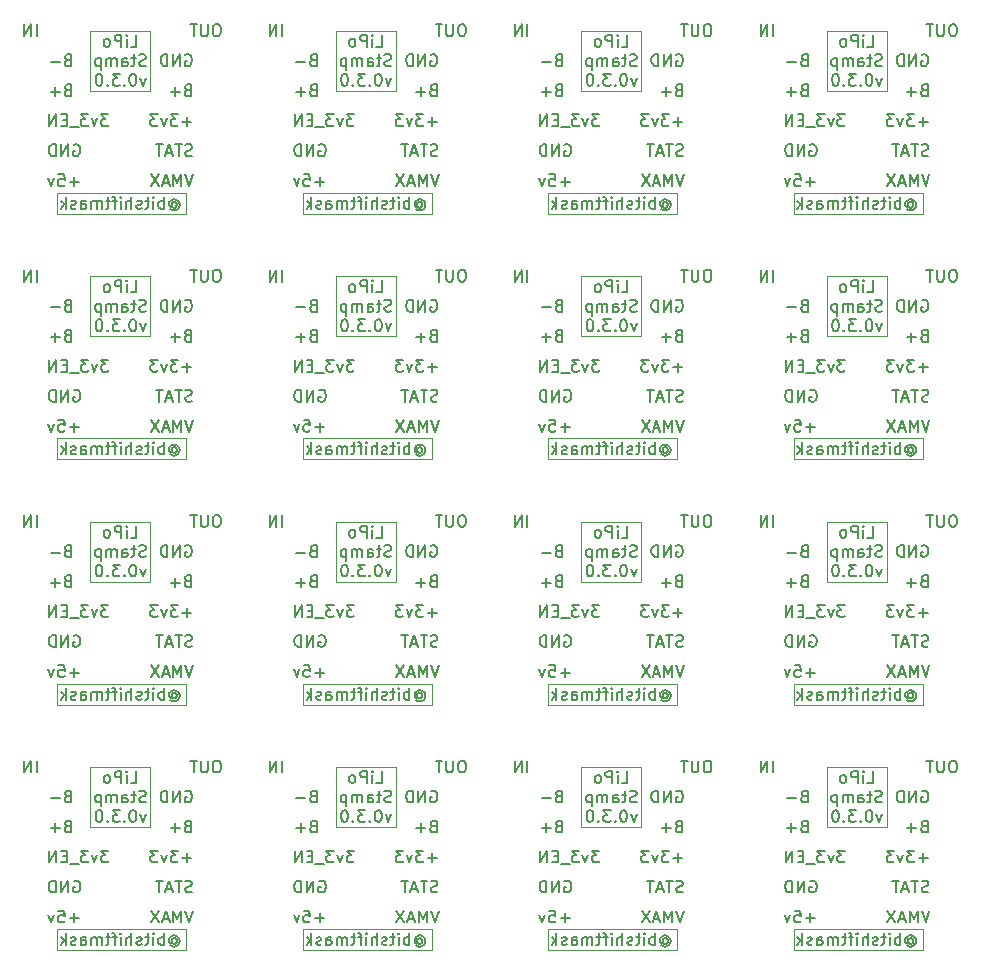
<source format=gbr>
%TF.GenerationSoftware,KiCad,Pcbnew,5.1.8*%
%TF.CreationDate,2020-11-30T19:23:35+01:00*%
%TF.ProjectId,panel2,70616e65-6c32-42e6-9b69-6361645f7063,rev?*%
%TF.SameCoordinates,Original*%
%TF.FileFunction,Legend,Bot*%
%TF.FilePolarity,Positive*%
%FSLAX46Y46*%
G04 Gerber Fmt 4.6, Leading zero omitted, Abs format (unit mm)*
G04 Created by KiCad (PCBNEW 5.1.8) date 2020-11-30 19:23:35*
%MOMM*%
%LPD*%
G01*
G04 APERTURE LIST*
%ADD10C,0.150000*%
%ADD11C,0.120000*%
G04 APERTURE END LIST*
D10*
X116751087Y-116078587D02*
X116608230Y-116126206D01*
X116560611Y-116173825D01*
X116512992Y-116269063D01*
X116512992Y-116411920D01*
X116560611Y-116507158D01*
X116608230Y-116554777D01*
X116703468Y-116602396D01*
X117084420Y-116602396D01*
X117084420Y-115602396D01*
X116751087Y-115602396D01*
X116655849Y-115650016D01*
X116608230Y-115697635D01*
X116560611Y-115792873D01*
X116560611Y-115888111D01*
X116608230Y-115983349D01*
X116655849Y-116030968D01*
X116751087Y-116078587D01*
X117084420Y-116078587D01*
X116084420Y-116221444D02*
X115322516Y-116221444D01*
X116751087Y-118618587D02*
X116608230Y-118666206D01*
X116560611Y-118713825D01*
X116512992Y-118809063D01*
X116512992Y-118951920D01*
X116560611Y-119047158D01*
X116608230Y-119094777D01*
X116703468Y-119142396D01*
X117084420Y-119142396D01*
X117084420Y-118142396D01*
X116751087Y-118142396D01*
X116655849Y-118190016D01*
X116608230Y-118237635D01*
X116560611Y-118332873D01*
X116560611Y-118428111D01*
X116608230Y-118523349D01*
X116655849Y-118570968D01*
X116751087Y-118618587D01*
X117084420Y-118618587D01*
X116084420Y-118761444D02*
X115322516Y-118761444D01*
X115703468Y-119142396D02*
X115703468Y-118380492D01*
X120215611Y-120682396D02*
X119596563Y-120682396D01*
X119929896Y-121063349D01*
X119787039Y-121063349D01*
X119691801Y-121110968D01*
X119644182Y-121158587D01*
X119596563Y-121253825D01*
X119596563Y-121491920D01*
X119644182Y-121587158D01*
X119691801Y-121634777D01*
X119787039Y-121682396D01*
X120072754Y-121682396D01*
X120167992Y-121634777D01*
X120215611Y-121587158D01*
X119263230Y-121015730D02*
X119025135Y-121682396D01*
X118787039Y-121015730D01*
X118501325Y-120682396D02*
X117882277Y-120682396D01*
X118215611Y-121063349D01*
X118072754Y-121063349D01*
X117977516Y-121110968D01*
X117929896Y-121158587D01*
X117882277Y-121253825D01*
X117882277Y-121491920D01*
X117929896Y-121587158D01*
X117977516Y-121634777D01*
X118072754Y-121682396D01*
X118358468Y-121682396D01*
X118453706Y-121634777D01*
X118501325Y-121587158D01*
X117691801Y-121777635D02*
X116929896Y-121777635D01*
X116691801Y-121158587D02*
X116358468Y-121158587D01*
X116215611Y-121682396D02*
X116691801Y-121682396D01*
X116691801Y-120682396D01*
X116215611Y-120682396D01*
X115787039Y-121682396D02*
X115787039Y-120682396D01*
X115215611Y-121682396D01*
X115215611Y-120682396D01*
X117263230Y-123270016D02*
X117358468Y-123222396D01*
X117501325Y-123222396D01*
X117644182Y-123270016D01*
X117739420Y-123365254D01*
X117787039Y-123460492D01*
X117834658Y-123650968D01*
X117834658Y-123793825D01*
X117787039Y-123984301D01*
X117739420Y-124079539D01*
X117644182Y-124174777D01*
X117501325Y-124222396D01*
X117406087Y-124222396D01*
X117263230Y-124174777D01*
X117215611Y-124127158D01*
X117215611Y-123793825D01*
X117406087Y-123793825D01*
X116787039Y-124222396D02*
X116787039Y-123222396D01*
X116215611Y-124222396D01*
X116215611Y-123222396D01*
X115739420Y-124222396D02*
X115739420Y-123222396D01*
X115501325Y-123222396D01*
X115358468Y-123270016D01*
X115263230Y-123365254D01*
X115215611Y-123460492D01*
X115167992Y-123650968D01*
X115167992Y-123793825D01*
X115215611Y-123984301D01*
X115263230Y-124079539D01*
X115358468Y-124174777D01*
X115501325Y-124222396D01*
X115739420Y-124222396D01*
X117691801Y-126381444D02*
X116929896Y-126381444D01*
X117310849Y-126762396D02*
X117310849Y-126000492D01*
X115977516Y-125762396D02*
X116453706Y-125762396D01*
X116501325Y-126238587D01*
X116453706Y-126190968D01*
X116358468Y-126143349D01*
X116120373Y-126143349D01*
X116025135Y-126190968D01*
X115977516Y-126238587D01*
X115929896Y-126333825D01*
X115929896Y-126571920D01*
X115977516Y-126667158D01*
X116025135Y-126714777D01*
X116120373Y-126762396D01*
X116358468Y-126762396D01*
X116453706Y-126714777D01*
X116501325Y-126667158D01*
X115596563Y-126095730D02*
X115358468Y-126762396D01*
X115120373Y-126095730D01*
X126720611Y-115650016D02*
X126815849Y-115602396D01*
X126958706Y-115602396D01*
X127101563Y-115650016D01*
X127196801Y-115745254D01*
X127244420Y-115840492D01*
X127292039Y-116030968D01*
X127292039Y-116173825D01*
X127244420Y-116364301D01*
X127196801Y-116459539D01*
X127101563Y-116554777D01*
X126958706Y-116602396D01*
X126863468Y-116602396D01*
X126720611Y-116554777D01*
X126672992Y-116507158D01*
X126672992Y-116173825D01*
X126863468Y-116173825D01*
X126244420Y-116602396D02*
X126244420Y-115602396D01*
X125672992Y-116602396D01*
X125672992Y-115602396D01*
X125196801Y-116602396D02*
X125196801Y-115602396D01*
X124958706Y-115602396D01*
X124815849Y-115650016D01*
X124720611Y-115745254D01*
X124672992Y-115840492D01*
X124625373Y-116030968D01*
X124625373Y-116173825D01*
X124672992Y-116364301D01*
X124720611Y-116459539D01*
X124815849Y-116554777D01*
X124958706Y-116602396D01*
X125196801Y-116602396D01*
X126911087Y-118618587D02*
X126768230Y-118666206D01*
X126720611Y-118713825D01*
X126672992Y-118809063D01*
X126672992Y-118951920D01*
X126720611Y-119047158D01*
X126768230Y-119094777D01*
X126863468Y-119142396D01*
X127244420Y-119142396D01*
X127244420Y-118142396D01*
X126911087Y-118142396D01*
X126815849Y-118190016D01*
X126768230Y-118237635D01*
X126720611Y-118332873D01*
X126720611Y-118428111D01*
X126768230Y-118523349D01*
X126815849Y-118570968D01*
X126911087Y-118618587D01*
X127244420Y-118618587D01*
X126244420Y-118761444D02*
X125482516Y-118761444D01*
X125863468Y-119142396D02*
X125863468Y-118380492D01*
X127244420Y-121301444D02*
X126482516Y-121301444D01*
X126863468Y-121682396D02*
X126863468Y-120920492D01*
X126101563Y-120682396D02*
X125482516Y-120682396D01*
X125815849Y-121063349D01*
X125672992Y-121063349D01*
X125577754Y-121110968D01*
X125530135Y-121158587D01*
X125482516Y-121253825D01*
X125482516Y-121491920D01*
X125530135Y-121587158D01*
X125577754Y-121634777D01*
X125672992Y-121682396D01*
X125958706Y-121682396D01*
X126053944Y-121634777D01*
X126101563Y-121587158D01*
X125149182Y-121015730D02*
X124911087Y-121682396D01*
X124672992Y-121015730D01*
X124387277Y-120682396D02*
X123768230Y-120682396D01*
X124101563Y-121063349D01*
X123958706Y-121063349D01*
X123863468Y-121110968D01*
X123815849Y-121158587D01*
X123768230Y-121253825D01*
X123768230Y-121491920D01*
X123815849Y-121587158D01*
X123863468Y-121634777D01*
X123958706Y-121682396D01*
X124244420Y-121682396D01*
X124339658Y-121634777D01*
X124387277Y-121587158D01*
X127292039Y-124174777D02*
X127149182Y-124222396D01*
X126911087Y-124222396D01*
X126815849Y-124174777D01*
X126768230Y-124127158D01*
X126720611Y-124031920D01*
X126720611Y-123936682D01*
X126768230Y-123841444D01*
X126815849Y-123793825D01*
X126911087Y-123746206D01*
X127101563Y-123698587D01*
X127196801Y-123650968D01*
X127244420Y-123603349D01*
X127292039Y-123508111D01*
X127292039Y-123412873D01*
X127244420Y-123317635D01*
X127196801Y-123270016D01*
X127101563Y-123222396D01*
X126863468Y-123222396D01*
X126720611Y-123270016D01*
X126434896Y-123222396D02*
X125863468Y-123222396D01*
X126149182Y-124222396D02*
X126149182Y-123222396D01*
X125577754Y-123936682D02*
X125101563Y-123936682D01*
X125672992Y-124222396D02*
X125339658Y-123222396D01*
X125006325Y-124222396D01*
X124815849Y-123222396D02*
X124244420Y-123222396D01*
X124530135Y-124222396D02*
X124530135Y-123222396D01*
X127387277Y-125762396D02*
X127053944Y-126762396D01*
X126720611Y-125762396D01*
X126387277Y-126762396D02*
X126387277Y-125762396D01*
X126053944Y-126476682D01*
X125720611Y-125762396D01*
X125720611Y-126762396D01*
X125292039Y-126476682D02*
X124815849Y-126476682D01*
X125387277Y-126762396D02*
X125053944Y-125762396D01*
X124720611Y-126762396D01*
X124482516Y-125762396D02*
X123815849Y-126762396D01*
X123815849Y-125762396D02*
X124482516Y-126762396D01*
X122110968Y-114952396D02*
X122587158Y-114952396D01*
X122587158Y-113952396D01*
X121777635Y-114952396D02*
X121777635Y-114285730D01*
X121777635Y-113952396D02*
X121825254Y-114000016D01*
X121777635Y-114047635D01*
X121730016Y-114000016D01*
X121777635Y-113952396D01*
X121777635Y-114047635D01*
X121301444Y-114952396D02*
X121301444Y-113952396D01*
X120920492Y-113952396D01*
X120825254Y-114000016D01*
X120777635Y-114047635D01*
X120730016Y-114142873D01*
X120730016Y-114285730D01*
X120777635Y-114380968D01*
X120825254Y-114428587D01*
X120920492Y-114476206D01*
X121301444Y-114476206D01*
X120158587Y-114952396D02*
X120253825Y-114904777D01*
X120301444Y-114857158D01*
X120349063Y-114761920D01*
X120349063Y-114476206D01*
X120301444Y-114380968D01*
X120253825Y-114333349D01*
X120158587Y-114285730D01*
X120015730Y-114285730D01*
X119920492Y-114333349D01*
X119872873Y-114380968D01*
X119825254Y-114476206D01*
X119825254Y-114761920D01*
X119872873Y-114857158D01*
X119920492Y-114904777D01*
X120015730Y-114952396D01*
X120158587Y-114952396D01*
X123372873Y-116554777D02*
X123230016Y-116602396D01*
X122991920Y-116602396D01*
X122896682Y-116554777D01*
X122849063Y-116507158D01*
X122801444Y-116411920D01*
X122801444Y-116316682D01*
X122849063Y-116221444D01*
X122896682Y-116173825D01*
X122991920Y-116126206D01*
X123182396Y-116078587D01*
X123277635Y-116030968D01*
X123325254Y-115983349D01*
X123372873Y-115888111D01*
X123372873Y-115792873D01*
X123325254Y-115697635D01*
X123277635Y-115650016D01*
X123182396Y-115602396D01*
X122944301Y-115602396D01*
X122801444Y-115650016D01*
X122515730Y-115935730D02*
X122134777Y-115935730D01*
X122372873Y-115602396D02*
X122372873Y-116459539D01*
X122325254Y-116554777D01*
X122230016Y-116602396D01*
X122134777Y-116602396D01*
X121372873Y-116602396D02*
X121372873Y-116078587D01*
X121420492Y-115983349D01*
X121515730Y-115935730D01*
X121706206Y-115935730D01*
X121801444Y-115983349D01*
X121372873Y-116554777D02*
X121468111Y-116602396D01*
X121706206Y-116602396D01*
X121801444Y-116554777D01*
X121849063Y-116459539D01*
X121849063Y-116364301D01*
X121801444Y-116269063D01*
X121706206Y-116221444D01*
X121468111Y-116221444D01*
X121372873Y-116173825D01*
X120896682Y-116602396D02*
X120896682Y-115935730D01*
X120896682Y-116030968D02*
X120849063Y-115983349D01*
X120753825Y-115935730D01*
X120610968Y-115935730D01*
X120515730Y-115983349D01*
X120468111Y-116078587D01*
X120468111Y-116602396D01*
X120468111Y-116078587D02*
X120420492Y-115983349D01*
X120325254Y-115935730D01*
X120182396Y-115935730D01*
X120087158Y-115983349D01*
X120039539Y-116078587D01*
X120039539Y-116602396D01*
X119563349Y-115935730D02*
X119563349Y-116935730D01*
X119563349Y-115983349D02*
X119468111Y-115935730D01*
X119277635Y-115935730D01*
X119182396Y-115983349D01*
X119134777Y-116030968D01*
X119087158Y-116126206D01*
X119087158Y-116411920D01*
X119134777Y-116507158D01*
X119182396Y-116554777D01*
X119277635Y-116602396D01*
X119468111Y-116602396D01*
X119563349Y-116554777D01*
X123372873Y-117585730D02*
X123134777Y-118252396D01*
X122896682Y-117585730D01*
X122325254Y-117252396D02*
X122230016Y-117252396D01*
X122134777Y-117300016D01*
X122087158Y-117347635D01*
X122039539Y-117442873D01*
X121991920Y-117633349D01*
X121991920Y-117871444D01*
X122039539Y-118061920D01*
X122087158Y-118157158D01*
X122134777Y-118204777D01*
X122230016Y-118252396D01*
X122325254Y-118252396D01*
X122420492Y-118204777D01*
X122468111Y-118157158D01*
X122515730Y-118061920D01*
X122563349Y-117871444D01*
X122563349Y-117633349D01*
X122515730Y-117442873D01*
X122468111Y-117347635D01*
X122420492Y-117300016D01*
X122325254Y-117252396D01*
X121563349Y-118157158D02*
X121515730Y-118204777D01*
X121563349Y-118252396D01*
X121610968Y-118204777D01*
X121563349Y-118157158D01*
X121563349Y-118252396D01*
X121182396Y-117252396D02*
X120563349Y-117252396D01*
X120896682Y-117633349D01*
X120753825Y-117633349D01*
X120658587Y-117680968D01*
X120610968Y-117728587D01*
X120563349Y-117823825D01*
X120563349Y-118061920D01*
X120610968Y-118157158D01*
X120658587Y-118204777D01*
X120753825Y-118252396D01*
X121039539Y-118252396D01*
X121134777Y-118204777D01*
X121182396Y-118157158D01*
X120134777Y-118157158D02*
X120087158Y-118204777D01*
X120134777Y-118252396D01*
X120182396Y-118204777D01*
X120134777Y-118157158D01*
X120134777Y-118252396D01*
X119468111Y-117252396D02*
X119372873Y-117252396D01*
X119277635Y-117300016D01*
X119230016Y-117347635D01*
X119182396Y-117442873D01*
X119134777Y-117633349D01*
X119134777Y-117871444D01*
X119182396Y-118061920D01*
X119230016Y-118157158D01*
X119277635Y-118204777D01*
X119372873Y-118252396D01*
X119468111Y-118252396D01*
X119563349Y-118204777D01*
X119610968Y-118157158D01*
X119658587Y-118061920D01*
X119706206Y-117871444D01*
X119706206Y-117633349D01*
X119658587Y-117442873D01*
X119610968Y-117347635D01*
X119563349Y-117300016D01*
X119468111Y-117252396D01*
X125587158Y-128191206D02*
X125634777Y-128143587D01*
X125730016Y-128095968D01*
X125825254Y-128095968D01*
X125920492Y-128143587D01*
X125968111Y-128191206D01*
X126015730Y-128286444D01*
X126015730Y-128381682D01*
X125968111Y-128476920D01*
X125920492Y-128524539D01*
X125825254Y-128572158D01*
X125730016Y-128572158D01*
X125634777Y-128524539D01*
X125587158Y-128476920D01*
X125587158Y-128095968D02*
X125587158Y-128476920D01*
X125539539Y-128524539D01*
X125491920Y-128524539D01*
X125396682Y-128476920D01*
X125349063Y-128381682D01*
X125349063Y-128143587D01*
X125444301Y-128000730D01*
X125587158Y-127905492D01*
X125777635Y-127857873D01*
X125968111Y-127905492D01*
X126110968Y-128000730D01*
X126206206Y-128143587D01*
X126253825Y-128334063D01*
X126206206Y-128524539D01*
X126110968Y-128667396D01*
X125968111Y-128762635D01*
X125777635Y-128810254D01*
X125587158Y-128762635D01*
X125444301Y-128667396D01*
X124920492Y-128667396D02*
X124920492Y-127667396D01*
X124920492Y-128048349D02*
X124825254Y-128000730D01*
X124634777Y-128000730D01*
X124539539Y-128048349D01*
X124491920Y-128095968D01*
X124444301Y-128191206D01*
X124444301Y-128476920D01*
X124491920Y-128572158D01*
X124539539Y-128619777D01*
X124634777Y-128667396D01*
X124825254Y-128667396D01*
X124920492Y-128619777D01*
X124015730Y-128667396D02*
X124015730Y-128000730D01*
X124015730Y-127667396D02*
X124063349Y-127715016D01*
X124015730Y-127762635D01*
X123968111Y-127715016D01*
X124015730Y-127667396D01*
X124015730Y-127762635D01*
X123682396Y-128000730D02*
X123301444Y-128000730D01*
X123539539Y-127667396D02*
X123539539Y-128524539D01*
X123491920Y-128619777D01*
X123396682Y-128667396D01*
X123301444Y-128667396D01*
X123015730Y-128619777D02*
X122920492Y-128667396D01*
X122730016Y-128667396D01*
X122634777Y-128619777D01*
X122587158Y-128524539D01*
X122587158Y-128476920D01*
X122634777Y-128381682D01*
X122730016Y-128334063D01*
X122872873Y-128334063D01*
X122968111Y-128286444D01*
X123015730Y-128191206D01*
X123015730Y-128143587D01*
X122968111Y-128048349D01*
X122872873Y-128000730D01*
X122730016Y-128000730D01*
X122634777Y-128048349D01*
X122158587Y-128667396D02*
X122158587Y-127667396D01*
X121730016Y-128667396D02*
X121730016Y-128143587D01*
X121777635Y-128048349D01*
X121872873Y-128000730D01*
X122015730Y-128000730D01*
X122110968Y-128048349D01*
X122158587Y-128095968D01*
X121253825Y-128667396D02*
X121253825Y-128000730D01*
X121253825Y-127667396D02*
X121301444Y-127715016D01*
X121253825Y-127762635D01*
X121206206Y-127715016D01*
X121253825Y-127667396D01*
X121253825Y-127762635D01*
X120920492Y-128000730D02*
X120539539Y-128000730D01*
X120777635Y-128667396D02*
X120777635Y-127810254D01*
X120730016Y-127715016D01*
X120634777Y-127667396D01*
X120539539Y-127667396D01*
X120349063Y-128000730D02*
X119968111Y-128000730D01*
X120206206Y-127667396D02*
X120206206Y-128524539D01*
X120158587Y-128619777D01*
X120063349Y-128667396D01*
X119968111Y-128667396D01*
X119634777Y-128667396D02*
X119634777Y-128000730D01*
X119634777Y-128095968D02*
X119587158Y-128048349D01*
X119491920Y-128000730D01*
X119349063Y-128000730D01*
X119253825Y-128048349D01*
X119206206Y-128143587D01*
X119206206Y-128667396D01*
X119206206Y-128143587D02*
X119158587Y-128048349D01*
X119063349Y-128000730D01*
X118920492Y-128000730D01*
X118825254Y-128048349D01*
X118777635Y-128143587D01*
X118777635Y-128667396D01*
X117872873Y-128667396D02*
X117872873Y-128143587D01*
X117920492Y-128048349D01*
X118015730Y-128000730D01*
X118206206Y-128000730D01*
X118301444Y-128048349D01*
X117872873Y-128619777D02*
X117968111Y-128667396D01*
X118206206Y-128667396D01*
X118301444Y-128619777D01*
X118349063Y-128524539D01*
X118349063Y-128429301D01*
X118301444Y-128334063D01*
X118206206Y-128286444D01*
X117968111Y-128286444D01*
X117872873Y-128238825D01*
X117444301Y-128619777D02*
X117349063Y-128667396D01*
X117158587Y-128667396D01*
X117063349Y-128619777D01*
X117015730Y-128524539D01*
X117015730Y-128476920D01*
X117063349Y-128381682D01*
X117158587Y-128334063D01*
X117301444Y-128334063D01*
X117396682Y-128286444D01*
X117444301Y-128191206D01*
X117444301Y-128143587D01*
X117396682Y-128048349D01*
X117301444Y-128000730D01*
X117158587Y-128000730D01*
X117063349Y-128048349D01*
X116587158Y-128667396D02*
X116587158Y-127667396D01*
X116491920Y-128286444D02*
X116206206Y-128667396D01*
X116206206Y-128000730D02*
X116587158Y-128381682D01*
D11*
X123770016Y-113610016D02*
X118690016Y-113610016D01*
X123770016Y-113610016D02*
X123770016Y-118690016D01*
X123770016Y-118690016D02*
X118690016Y-118690016D01*
X118690016Y-118690016D02*
X118690016Y-113610016D01*
X126818016Y-127326016D02*
X126818016Y-129104016D01*
X126818016Y-129104016D02*
X115896016Y-129104016D01*
X115896016Y-129104016D02*
X115896016Y-127326016D01*
X115896016Y-127326016D02*
X126818016Y-127326016D01*
D10*
X114133825Y-114062396D02*
X114133825Y-113062396D01*
X113657635Y-114062396D02*
X113657635Y-113062396D01*
X113086206Y-114062396D01*
X113086206Y-113062396D01*
X129469016Y-113062396D02*
X129278539Y-113062396D01*
X129183301Y-113110016D01*
X129088063Y-113205254D01*
X129040444Y-113395730D01*
X129040444Y-113729063D01*
X129088063Y-113919539D01*
X129183301Y-114014777D01*
X129278539Y-114062396D01*
X129469016Y-114062396D01*
X129564254Y-114014777D01*
X129659492Y-113919539D01*
X129707111Y-113729063D01*
X129707111Y-113395730D01*
X129659492Y-113205254D01*
X129564254Y-113110016D01*
X129469016Y-113062396D01*
X128611873Y-113062396D02*
X128611873Y-113871920D01*
X128564254Y-113967158D01*
X128516635Y-114014777D01*
X128421396Y-114062396D01*
X128230920Y-114062396D01*
X128135682Y-114014777D01*
X128088063Y-113967158D01*
X128040444Y-113871920D01*
X128040444Y-113062396D01*
X127707111Y-113062396D02*
X127135682Y-113062396D01*
X127421396Y-114062396D02*
X127421396Y-113062396D01*
X95971082Y-116078587D02*
X95828225Y-116126206D01*
X95780606Y-116173825D01*
X95732987Y-116269063D01*
X95732987Y-116411920D01*
X95780606Y-116507158D01*
X95828225Y-116554777D01*
X95923463Y-116602396D01*
X96304415Y-116602396D01*
X96304415Y-115602396D01*
X95971082Y-115602396D01*
X95875844Y-115650016D01*
X95828225Y-115697635D01*
X95780606Y-115792873D01*
X95780606Y-115888111D01*
X95828225Y-115983349D01*
X95875844Y-116030968D01*
X95971082Y-116078587D01*
X96304415Y-116078587D01*
X95304415Y-116221444D02*
X94542511Y-116221444D01*
X95971082Y-118618587D02*
X95828225Y-118666206D01*
X95780606Y-118713825D01*
X95732987Y-118809063D01*
X95732987Y-118951920D01*
X95780606Y-119047158D01*
X95828225Y-119094777D01*
X95923463Y-119142396D01*
X96304415Y-119142396D01*
X96304415Y-118142396D01*
X95971082Y-118142396D01*
X95875844Y-118190016D01*
X95828225Y-118237635D01*
X95780606Y-118332873D01*
X95780606Y-118428111D01*
X95828225Y-118523349D01*
X95875844Y-118570968D01*
X95971082Y-118618587D01*
X96304415Y-118618587D01*
X95304415Y-118761444D02*
X94542511Y-118761444D01*
X94923463Y-119142396D02*
X94923463Y-118380492D01*
X99435606Y-120682396D02*
X98816558Y-120682396D01*
X99149891Y-121063349D01*
X99007034Y-121063349D01*
X98911796Y-121110968D01*
X98864177Y-121158587D01*
X98816558Y-121253825D01*
X98816558Y-121491920D01*
X98864177Y-121587158D01*
X98911796Y-121634777D01*
X99007034Y-121682396D01*
X99292749Y-121682396D01*
X99387987Y-121634777D01*
X99435606Y-121587158D01*
X98483225Y-121015730D02*
X98245130Y-121682396D01*
X98007034Y-121015730D01*
X97721320Y-120682396D02*
X97102272Y-120682396D01*
X97435606Y-121063349D01*
X97292749Y-121063349D01*
X97197511Y-121110968D01*
X97149891Y-121158587D01*
X97102272Y-121253825D01*
X97102272Y-121491920D01*
X97149891Y-121587158D01*
X97197511Y-121634777D01*
X97292749Y-121682396D01*
X97578463Y-121682396D01*
X97673701Y-121634777D01*
X97721320Y-121587158D01*
X96911796Y-121777635D02*
X96149891Y-121777635D01*
X95911796Y-121158587D02*
X95578463Y-121158587D01*
X95435606Y-121682396D02*
X95911796Y-121682396D01*
X95911796Y-120682396D01*
X95435606Y-120682396D01*
X95007034Y-121682396D02*
X95007034Y-120682396D01*
X94435606Y-121682396D01*
X94435606Y-120682396D01*
X96483225Y-123270016D02*
X96578463Y-123222396D01*
X96721320Y-123222396D01*
X96864177Y-123270016D01*
X96959415Y-123365254D01*
X97007034Y-123460492D01*
X97054653Y-123650968D01*
X97054653Y-123793825D01*
X97007034Y-123984301D01*
X96959415Y-124079539D01*
X96864177Y-124174777D01*
X96721320Y-124222396D01*
X96626082Y-124222396D01*
X96483225Y-124174777D01*
X96435606Y-124127158D01*
X96435606Y-123793825D01*
X96626082Y-123793825D01*
X96007034Y-124222396D02*
X96007034Y-123222396D01*
X95435606Y-124222396D01*
X95435606Y-123222396D01*
X94959415Y-124222396D02*
X94959415Y-123222396D01*
X94721320Y-123222396D01*
X94578463Y-123270016D01*
X94483225Y-123365254D01*
X94435606Y-123460492D01*
X94387987Y-123650968D01*
X94387987Y-123793825D01*
X94435606Y-123984301D01*
X94483225Y-124079539D01*
X94578463Y-124174777D01*
X94721320Y-124222396D01*
X94959415Y-124222396D01*
X96911796Y-126381444D02*
X96149891Y-126381444D01*
X96530844Y-126762396D02*
X96530844Y-126000492D01*
X95197511Y-125762396D02*
X95673701Y-125762396D01*
X95721320Y-126238587D01*
X95673701Y-126190968D01*
X95578463Y-126143349D01*
X95340368Y-126143349D01*
X95245130Y-126190968D01*
X95197511Y-126238587D01*
X95149891Y-126333825D01*
X95149891Y-126571920D01*
X95197511Y-126667158D01*
X95245130Y-126714777D01*
X95340368Y-126762396D01*
X95578463Y-126762396D01*
X95673701Y-126714777D01*
X95721320Y-126667158D01*
X94816558Y-126095730D02*
X94578463Y-126762396D01*
X94340368Y-126095730D01*
X105940606Y-115650016D02*
X106035844Y-115602396D01*
X106178701Y-115602396D01*
X106321558Y-115650016D01*
X106416796Y-115745254D01*
X106464415Y-115840492D01*
X106512034Y-116030968D01*
X106512034Y-116173825D01*
X106464415Y-116364301D01*
X106416796Y-116459539D01*
X106321558Y-116554777D01*
X106178701Y-116602396D01*
X106083463Y-116602396D01*
X105940606Y-116554777D01*
X105892987Y-116507158D01*
X105892987Y-116173825D01*
X106083463Y-116173825D01*
X105464415Y-116602396D02*
X105464415Y-115602396D01*
X104892987Y-116602396D01*
X104892987Y-115602396D01*
X104416796Y-116602396D02*
X104416796Y-115602396D01*
X104178701Y-115602396D01*
X104035844Y-115650016D01*
X103940606Y-115745254D01*
X103892987Y-115840492D01*
X103845368Y-116030968D01*
X103845368Y-116173825D01*
X103892987Y-116364301D01*
X103940606Y-116459539D01*
X104035844Y-116554777D01*
X104178701Y-116602396D01*
X104416796Y-116602396D01*
X106131082Y-118618587D02*
X105988225Y-118666206D01*
X105940606Y-118713825D01*
X105892987Y-118809063D01*
X105892987Y-118951920D01*
X105940606Y-119047158D01*
X105988225Y-119094777D01*
X106083463Y-119142396D01*
X106464415Y-119142396D01*
X106464415Y-118142396D01*
X106131082Y-118142396D01*
X106035844Y-118190016D01*
X105988225Y-118237635D01*
X105940606Y-118332873D01*
X105940606Y-118428111D01*
X105988225Y-118523349D01*
X106035844Y-118570968D01*
X106131082Y-118618587D01*
X106464415Y-118618587D01*
X105464415Y-118761444D02*
X104702511Y-118761444D01*
X105083463Y-119142396D02*
X105083463Y-118380492D01*
X106464415Y-121301444D02*
X105702511Y-121301444D01*
X106083463Y-121682396D02*
X106083463Y-120920492D01*
X105321558Y-120682396D02*
X104702511Y-120682396D01*
X105035844Y-121063349D01*
X104892987Y-121063349D01*
X104797749Y-121110968D01*
X104750130Y-121158587D01*
X104702511Y-121253825D01*
X104702511Y-121491920D01*
X104750130Y-121587158D01*
X104797749Y-121634777D01*
X104892987Y-121682396D01*
X105178701Y-121682396D01*
X105273939Y-121634777D01*
X105321558Y-121587158D01*
X104369177Y-121015730D02*
X104131082Y-121682396D01*
X103892987Y-121015730D01*
X103607272Y-120682396D02*
X102988225Y-120682396D01*
X103321558Y-121063349D01*
X103178701Y-121063349D01*
X103083463Y-121110968D01*
X103035844Y-121158587D01*
X102988225Y-121253825D01*
X102988225Y-121491920D01*
X103035844Y-121587158D01*
X103083463Y-121634777D01*
X103178701Y-121682396D01*
X103464415Y-121682396D01*
X103559653Y-121634777D01*
X103607272Y-121587158D01*
X106512034Y-124174777D02*
X106369177Y-124222396D01*
X106131082Y-124222396D01*
X106035844Y-124174777D01*
X105988225Y-124127158D01*
X105940606Y-124031920D01*
X105940606Y-123936682D01*
X105988225Y-123841444D01*
X106035844Y-123793825D01*
X106131082Y-123746206D01*
X106321558Y-123698587D01*
X106416796Y-123650968D01*
X106464415Y-123603349D01*
X106512034Y-123508111D01*
X106512034Y-123412873D01*
X106464415Y-123317635D01*
X106416796Y-123270016D01*
X106321558Y-123222396D01*
X106083463Y-123222396D01*
X105940606Y-123270016D01*
X105654891Y-123222396D02*
X105083463Y-123222396D01*
X105369177Y-124222396D02*
X105369177Y-123222396D01*
X104797749Y-123936682D02*
X104321558Y-123936682D01*
X104892987Y-124222396D02*
X104559653Y-123222396D01*
X104226320Y-124222396D01*
X104035844Y-123222396D02*
X103464415Y-123222396D01*
X103750130Y-124222396D02*
X103750130Y-123222396D01*
X106607272Y-125762396D02*
X106273939Y-126762396D01*
X105940606Y-125762396D01*
X105607272Y-126762396D02*
X105607272Y-125762396D01*
X105273939Y-126476682D01*
X104940606Y-125762396D01*
X104940606Y-126762396D01*
X104512034Y-126476682D02*
X104035844Y-126476682D01*
X104607272Y-126762396D02*
X104273939Y-125762396D01*
X103940606Y-126762396D01*
X103702511Y-125762396D02*
X103035844Y-126762396D01*
X103035844Y-125762396D02*
X103702511Y-126762396D01*
X101330963Y-114952396D02*
X101807153Y-114952396D01*
X101807153Y-113952396D01*
X100997630Y-114952396D02*
X100997630Y-114285730D01*
X100997630Y-113952396D02*
X101045249Y-114000016D01*
X100997630Y-114047635D01*
X100950011Y-114000016D01*
X100997630Y-113952396D01*
X100997630Y-114047635D01*
X100521439Y-114952396D02*
X100521439Y-113952396D01*
X100140487Y-113952396D01*
X100045249Y-114000016D01*
X99997630Y-114047635D01*
X99950011Y-114142873D01*
X99950011Y-114285730D01*
X99997630Y-114380968D01*
X100045249Y-114428587D01*
X100140487Y-114476206D01*
X100521439Y-114476206D01*
X99378582Y-114952396D02*
X99473820Y-114904777D01*
X99521439Y-114857158D01*
X99569058Y-114761920D01*
X99569058Y-114476206D01*
X99521439Y-114380968D01*
X99473820Y-114333349D01*
X99378582Y-114285730D01*
X99235725Y-114285730D01*
X99140487Y-114333349D01*
X99092868Y-114380968D01*
X99045249Y-114476206D01*
X99045249Y-114761920D01*
X99092868Y-114857158D01*
X99140487Y-114904777D01*
X99235725Y-114952396D01*
X99378582Y-114952396D01*
X102592868Y-116554777D02*
X102450011Y-116602396D01*
X102211915Y-116602396D01*
X102116677Y-116554777D01*
X102069058Y-116507158D01*
X102021439Y-116411920D01*
X102021439Y-116316682D01*
X102069058Y-116221444D01*
X102116677Y-116173825D01*
X102211915Y-116126206D01*
X102402391Y-116078587D01*
X102497630Y-116030968D01*
X102545249Y-115983349D01*
X102592868Y-115888111D01*
X102592868Y-115792873D01*
X102545249Y-115697635D01*
X102497630Y-115650016D01*
X102402391Y-115602396D01*
X102164296Y-115602396D01*
X102021439Y-115650016D01*
X101735725Y-115935730D02*
X101354772Y-115935730D01*
X101592868Y-115602396D02*
X101592868Y-116459539D01*
X101545249Y-116554777D01*
X101450011Y-116602396D01*
X101354772Y-116602396D01*
X100592868Y-116602396D02*
X100592868Y-116078587D01*
X100640487Y-115983349D01*
X100735725Y-115935730D01*
X100926201Y-115935730D01*
X101021439Y-115983349D01*
X100592868Y-116554777D02*
X100688106Y-116602396D01*
X100926201Y-116602396D01*
X101021439Y-116554777D01*
X101069058Y-116459539D01*
X101069058Y-116364301D01*
X101021439Y-116269063D01*
X100926201Y-116221444D01*
X100688106Y-116221444D01*
X100592868Y-116173825D01*
X100116677Y-116602396D02*
X100116677Y-115935730D01*
X100116677Y-116030968D02*
X100069058Y-115983349D01*
X99973820Y-115935730D01*
X99830963Y-115935730D01*
X99735725Y-115983349D01*
X99688106Y-116078587D01*
X99688106Y-116602396D01*
X99688106Y-116078587D02*
X99640487Y-115983349D01*
X99545249Y-115935730D01*
X99402391Y-115935730D01*
X99307153Y-115983349D01*
X99259534Y-116078587D01*
X99259534Y-116602396D01*
X98783344Y-115935730D02*
X98783344Y-116935730D01*
X98783344Y-115983349D02*
X98688106Y-115935730D01*
X98497630Y-115935730D01*
X98402391Y-115983349D01*
X98354772Y-116030968D01*
X98307153Y-116126206D01*
X98307153Y-116411920D01*
X98354772Y-116507158D01*
X98402391Y-116554777D01*
X98497630Y-116602396D01*
X98688106Y-116602396D01*
X98783344Y-116554777D01*
X102592868Y-117585730D02*
X102354772Y-118252396D01*
X102116677Y-117585730D01*
X101545249Y-117252396D02*
X101450011Y-117252396D01*
X101354772Y-117300016D01*
X101307153Y-117347635D01*
X101259534Y-117442873D01*
X101211915Y-117633349D01*
X101211915Y-117871444D01*
X101259534Y-118061920D01*
X101307153Y-118157158D01*
X101354772Y-118204777D01*
X101450011Y-118252396D01*
X101545249Y-118252396D01*
X101640487Y-118204777D01*
X101688106Y-118157158D01*
X101735725Y-118061920D01*
X101783344Y-117871444D01*
X101783344Y-117633349D01*
X101735725Y-117442873D01*
X101688106Y-117347635D01*
X101640487Y-117300016D01*
X101545249Y-117252396D01*
X100783344Y-118157158D02*
X100735725Y-118204777D01*
X100783344Y-118252396D01*
X100830963Y-118204777D01*
X100783344Y-118157158D01*
X100783344Y-118252396D01*
X100402391Y-117252396D02*
X99783344Y-117252396D01*
X100116677Y-117633349D01*
X99973820Y-117633349D01*
X99878582Y-117680968D01*
X99830963Y-117728587D01*
X99783344Y-117823825D01*
X99783344Y-118061920D01*
X99830963Y-118157158D01*
X99878582Y-118204777D01*
X99973820Y-118252396D01*
X100259534Y-118252396D01*
X100354772Y-118204777D01*
X100402391Y-118157158D01*
X99354772Y-118157158D02*
X99307153Y-118204777D01*
X99354772Y-118252396D01*
X99402391Y-118204777D01*
X99354772Y-118157158D01*
X99354772Y-118252396D01*
X98688106Y-117252396D02*
X98592868Y-117252396D01*
X98497630Y-117300016D01*
X98450011Y-117347635D01*
X98402391Y-117442873D01*
X98354772Y-117633349D01*
X98354772Y-117871444D01*
X98402391Y-118061920D01*
X98450011Y-118157158D01*
X98497630Y-118204777D01*
X98592868Y-118252396D01*
X98688106Y-118252396D01*
X98783344Y-118204777D01*
X98830963Y-118157158D01*
X98878582Y-118061920D01*
X98926201Y-117871444D01*
X98926201Y-117633349D01*
X98878582Y-117442873D01*
X98830963Y-117347635D01*
X98783344Y-117300016D01*
X98688106Y-117252396D01*
X104807153Y-128191206D02*
X104854772Y-128143587D01*
X104950011Y-128095968D01*
X105045249Y-128095968D01*
X105140487Y-128143587D01*
X105188106Y-128191206D01*
X105235725Y-128286444D01*
X105235725Y-128381682D01*
X105188106Y-128476920D01*
X105140487Y-128524539D01*
X105045249Y-128572158D01*
X104950011Y-128572158D01*
X104854772Y-128524539D01*
X104807153Y-128476920D01*
X104807153Y-128095968D02*
X104807153Y-128476920D01*
X104759534Y-128524539D01*
X104711915Y-128524539D01*
X104616677Y-128476920D01*
X104569058Y-128381682D01*
X104569058Y-128143587D01*
X104664296Y-128000730D01*
X104807153Y-127905492D01*
X104997630Y-127857873D01*
X105188106Y-127905492D01*
X105330963Y-128000730D01*
X105426201Y-128143587D01*
X105473820Y-128334063D01*
X105426201Y-128524539D01*
X105330963Y-128667396D01*
X105188106Y-128762635D01*
X104997630Y-128810254D01*
X104807153Y-128762635D01*
X104664296Y-128667396D01*
X104140487Y-128667396D02*
X104140487Y-127667396D01*
X104140487Y-128048349D02*
X104045249Y-128000730D01*
X103854772Y-128000730D01*
X103759534Y-128048349D01*
X103711915Y-128095968D01*
X103664296Y-128191206D01*
X103664296Y-128476920D01*
X103711915Y-128572158D01*
X103759534Y-128619777D01*
X103854772Y-128667396D01*
X104045249Y-128667396D01*
X104140487Y-128619777D01*
X103235725Y-128667396D02*
X103235725Y-128000730D01*
X103235725Y-127667396D02*
X103283344Y-127715016D01*
X103235725Y-127762635D01*
X103188106Y-127715016D01*
X103235725Y-127667396D01*
X103235725Y-127762635D01*
X102902391Y-128000730D02*
X102521439Y-128000730D01*
X102759534Y-127667396D02*
X102759534Y-128524539D01*
X102711915Y-128619777D01*
X102616677Y-128667396D01*
X102521439Y-128667396D01*
X102235725Y-128619777D02*
X102140487Y-128667396D01*
X101950011Y-128667396D01*
X101854772Y-128619777D01*
X101807153Y-128524539D01*
X101807153Y-128476920D01*
X101854772Y-128381682D01*
X101950011Y-128334063D01*
X102092868Y-128334063D01*
X102188106Y-128286444D01*
X102235725Y-128191206D01*
X102235725Y-128143587D01*
X102188106Y-128048349D01*
X102092868Y-128000730D01*
X101950011Y-128000730D01*
X101854772Y-128048349D01*
X101378582Y-128667396D02*
X101378582Y-127667396D01*
X100950011Y-128667396D02*
X100950011Y-128143587D01*
X100997630Y-128048349D01*
X101092868Y-128000730D01*
X101235725Y-128000730D01*
X101330963Y-128048349D01*
X101378582Y-128095968D01*
X100473820Y-128667396D02*
X100473820Y-128000730D01*
X100473820Y-127667396D02*
X100521439Y-127715016D01*
X100473820Y-127762635D01*
X100426201Y-127715016D01*
X100473820Y-127667396D01*
X100473820Y-127762635D01*
X100140487Y-128000730D02*
X99759534Y-128000730D01*
X99997630Y-128667396D02*
X99997630Y-127810254D01*
X99950011Y-127715016D01*
X99854772Y-127667396D01*
X99759534Y-127667396D01*
X99569058Y-128000730D02*
X99188106Y-128000730D01*
X99426201Y-127667396D02*
X99426201Y-128524539D01*
X99378582Y-128619777D01*
X99283344Y-128667396D01*
X99188106Y-128667396D01*
X98854772Y-128667396D02*
X98854772Y-128000730D01*
X98854772Y-128095968D02*
X98807153Y-128048349D01*
X98711915Y-128000730D01*
X98569058Y-128000730D01*
X98473820Y-128048349D01*
X98426201Y-128143587D01*
X98426201Y-128667396D01*
X98426201Y-128143587D02*
X98378582Y-128048349D01*
X98283344Y-128000730D01*
X98140487Y-128000730D01*
X98045249Y-128048349D01*
X97997630Y-128143587D01*
X97997630Y-128667396D01*
X97092868Y-128667396D02*
X97092868Y-128143587D01*
X97140487Y-128048349D01*
X97235725Y-128000730D01*
X97426201Y-128000730D01*
X97521439Y-128048349D01*
X97092868Y-128619777D02*
X97188106Y-128667396D01*
X97426201Y-128667396D01*
X97521439Y-128619777D01*
X97569058Y-128524539D01*
X97569058Y-128429301D01*
X97521439Y-128334063D01*
X97426201Y-128286444D01*
X97188106Y-128286444D01*
X97092868Y-128238825D01*
X96664296Y-128619777D02*
X96569058Y-128667396D01*
X96378582Y-128667396D01*
X96283344Y-128619777D01*
X96235725Y-128524539D01*
X96235725Y-128476920D01*
X96283344Y-128381682D01*
X96378582Y-128334063D01*
X96521439Y-128334063D01*
X96616677Y-128286444D01*
X96664296Y-128191206D01*
X96664296Y-128143587D01*
X96616677Y-128048349D01*
X96521439Y-128000730D01*
X96378582Y-128000730D01*
X96283344Y-128048349D01*
X95807153Y-128667396D02*
X95807153Y-127667396D01*
X95711915Y-128286444D02*
X95426201Y-128667396D01*
X95426201Y-128000730D02*
X95807153Y-128381682D01*
D11*
X102990011Y-113610016D02*
X97910011Y-113610016D01*
X102990011Y-113610016D02*
X102990011Y-118690016D01*
X102990011Y-118690016D02*
X97910011Y-118690016D01*
X97910011Y-118690016D02*
X97910011Y-113610016D01*
X106038011Y-127326016D02*
X106038011Y-129104016D01*
X106038011Y-129104016D02*
X95116011Y-129104016D01*
X95116011Y-129104016D02*
X95116011Y-127326016D01*
X95116011Y-127326016D02*
X106038011Y-127326016D01*
D10*
X93353820Y-114062396D02*
X93353820Y-113062396D01*
X92877630Y-114062396D02*
X92877630Y-113062396D01*
X92306201Y-114062396D01*
X92306201Y-113062396D01*
X108689011Y-113062396D02*
X108498534Y-113062396D01*
X108403296Y-113110016D01*
X108308058Y-113205254D01*
X108260439Y-113395730D01*
X108260439Y-113729063D01*
X108308058Y-113919539D01*
X108403296Y-114014777D01*
X108498534Y-114062396D01*
X108689011Y-114062396D01*
X108784249Y-114014777D01*
X108879487Y-113919539D01*
X108927106Y-113729063D01*
X108927106Y-113395730D01*
X108879487Y-113205254D01*
X108784249Y-113110016D01*
X108689011Y-113062396D01*
X107831868Y-113062396D02*
X107831868Y-113871920D01*
X107784249Y-113967158D01*
X107736630Y-114014777D01*
X107641391Y-114062396D01*
X107450915Y-114062396D01*
X107355677Y-114014777D01*
X107308058Y-113967158D01*
X107260439Y-113871920D01*
X107260439Y-113062396D01*
X106927106Y-113062396D02*
X106355677Y-113062396D01*
X106641391Y-114062396D02*
X106641391Y-113062396D01*
X75191077Y-116078587D02*
X75048220Y-116126206D01*
X75000601Y-116173825D01*
X74952982Y-116269063D01*
X74952982Y-116411920D01*
X75000601Y-116507158D01*
X75048220Y-116554777D01*
X75143458Y-116602396D01*
X75524410Y-116602396D01*
X75524410Y-115602396D01*
X75191077Y-115602396D01*
X75095839Y-115650016D01*
X75048220Y-115697635D01*
X75000601Y-115792873D01*
X75000601Y-115888111D01*
X75048220Y-115983349D01*
X75095839Y-116030968D01*
X75191077Y-116078587D01*
X75524410Y-116078587D01*
X74524410Y-116221444D02*
X73762506Y-116221444D01*
X75191077Y-118618587D02*
X75048220Y-118666206D01*
X75000601Y-118713825D01*
X74952982Y-118809063D01*
X74952982Y-118951920D01*
X75000601Y-119047158D01*
X75048220Y-119094777D01*
X75143458Y-119142396D01*
X75524410Y-119142396D01*
X75524410Y-118142396D01*
X75191077Y-118142396D01*
X75095839Y-118190016D01*
X75048220Y-118237635D01*
X75000601Y-118332873D01*
X75000601Y-118428111D01*
X75048220Y-118523349D01*
X75095839Y-118570968D01*
X75191077Y-118618587D01*
X75524410Y-118618587D01*
X74524410Y-118761444D02*
X73762506Y-118761444D01*
X74143458Y-119142396D02*
X74143458Y-118380492D01*
X78655601Y-120682396D02*
X78036553Y-120682396D01*
X78369886Y-121063349D01*
X78227029Y-121063349D01*
X78131791Y-121110968D01*
X78084172Y-121158587D01*
X78036553Y-121253825D01*
X78036553Y-121491920D01*
X78084172Y-121587158D01*
X78131791Y-121634777D01*
X78227029Y-121682396D01*
X78512744Y-121682396D01*
X78607982Y-121634777D01*
X78655601Y-121587158D01*
X77703220Y-121015730D02*
X77465125Y-121682396D01*
X77227029Y-121015730D01*
X76941315Y-120682396D02*
X76322267Y-120682396D01*
X76655601Y-121063349D01*
X76512744Y-121063349D01*
X76417506Y-121110968D01*
X76369886Y-121158587D01*
X76322267Y-121253825D01*
X76322267Y-121491920D01*
X76369886Y-121587158D01*
X76417506Y-121634777D01*
X76512744Y-121682396D01*
X76798458Y-121682396D01*
X76893696Y-121634777D01*
X76941315Y-121587158D01*
X76131791Y-121777635D02*
X75369886Y-121777635D01*
X75131791Y-121158587D02*
X74798458Y-121158587D01*
X74655601Y-121682396D02*
X75131791Y-121682396D01*
X75131791Y-120682396D01*
X74655601Y-120682396D01*
X74227029Y-121682396D02*
X74227029Y-120682396D01*
X73655601Y-121682396D01*
X73655601Y-120682396D01*
X75703220Y-123270016D02*
X75798458Y-123222396D01*
X75941315Y-123222396D01*
X76084172Y-123270016D01*
X76179410Y-123365254D01*
X76227029Y-123460492D01*
X76274648Y-123650968D01*
X76274648Y-123793825D01*
X76227029Y-123984301D01*
X76179410Y-124079539D01*
X76084172Y-124174777D01*
X75941315Y-124222396D01*
X75846077Y-124222396D01*
X75703220Y-124174777D01*
X75655601Y-124127158D01*
X75655601Y-123793825D01*
X75846077Y-123793825D01*
X75227029Y-124222396D02*
X75227029Y-123222396D01*
X74655601Y-124222396D01*
X74655601Y-123222396D01*
X74179410Y-124222396D02*
X74179410Y-123222396D01*
X73941315Y-123222396D01*
X73798458Y-123270016D01*
X73703220Y-123365254D01*
X73655601Y-123460492D01*
X73607982Y-123650968D01*
X73607982Y-123793825D01*
X73655601Y-123984301D01*
X73703220Y-124079539D01*
X73798458Y-124174777D01*
X73941315Y-124222396D01*
X74179410Y-124222396D01*
X76131791Y-126381444D02*
X75369886Y-126381444D01*
X75750839Y-126762396D02*
X75750839Y-126000492D01*
X74417506Y-125762396D02*
X74893696Y-125762396D01*
X74941315Y-126238587D01*
X74893696Y-126190968D01*
X74798458Y-126143349D01*
X74560363Y-126143349D01*
X74465125Y-126190968D01*
X74417506Y-126238587D01*
X74369886Y-126333825D01*
X74369886Y-126571920D01*
X74417506Y-126667158D01*
X74465125Y-126714777D01*
X74560363Y-126762396D01*
X74798458Y-126762396D01*
X74893696Y-126714777D01*
X74941315Y-126667158D01*
X74036553Y-126095730D02*
X73798458Y-126762396D01*
X73560363Y-126095730D01*
X85160601Y-115650016D02*
X85255839Y-115602396D01*
X85398696Y-115602396D01*
X85541553Y-115650016D01*
X85636791Y-115745254D01*
X85684410Y-115840492D01*
X85732029Y-116030968D01*
X85732029Y-116173825D01*
X85684410Y-116364301D01*
X85636791Y-116459539D01*
X85541553Y-116554777D01*
X85398696Y-116602396D01*
X85303458Y-116602396D01*
X85160601Y-116554777D01*
X85112982Y-116507158D01*
X85112982Y-116173825D01*
X85303458Y-116173825D01*
X84684410Y-116602396D02*
X84684410Y-115602396D01*
X84112982Y-116602396D01*
X84112982Y-115602396D01*
X83636791Y-116602396D02*
X83636791Y-115602396D01*
X83398696Y-115602396D01*
X83255839Y-115650016D01*
X83160601Y-115745254D01*
X83112982Y-115840492D01*
X83065363Y-116030968D01*
X83065363Y-116173825D01*
X83112982Y-116364301D01*
X83160601Y-116459539D01*
X83255839Y-116554777D01*
X83398696Y-116602396D01*
X83636791Y-116602396D01*
X85351077Y-118618587D02*
X85208220Y-118666206D01*
X85160601Y-118713825D01*
X85112982Y-118809063D01*
X85112982Y-118951920D01*
X85160601Y-119047158D01*
X85208220Y-119094777D01*
X85303458Y-119142396D01*
X85684410Y-119142396D01*
X85684410Y-118142396D01*
X85351077Y-118142396D01*
X85255839Y-118190016D01*
X85208220Y-118237635D01*
X85160601Y-118332873D01*
X85160601Y-118428111D01*
X85208220Y-118523349D01*
X85255839Y-118570968D01*
X85351077Y-118618587D01*
X85684410Y-118618587D01*
X84684410Y-118761444D02*
X83922506Y-118761444D01*
X84303458Y-119142396D02*
X84303458Y-118380492D01*
X85684410Y-121301444D02*
X84922506Y-121301444D01*
X85303458Y-121682396D02*
X85303458Y-120920492D01*
X84541553Y-120682396D02*
X83922506Y-120682396D01*
X84255839Y-121063349D01*
X84112982Y-121063349D01*
X84017744Y-121110968D01*
X83970125Y-121158587D01*
X83922506Y-121253825D01*
X83922506Y-121491920D01*
X83970125Y-121587158D01*
X84017744Y-121634777D01*
X84112982Y-121682396D01*
X84398696Y-121682396D01*
X84493934Y-121634777D01*
X84541553Y-121587158D01*
X83589172Y-121015730D02*
X83351077Y-121682396D01*
X83112982Y-121015730D01*
X82827267Y-120682396D02*
X82208220Y-120682396D01*
X82541553Y-121063349D01*
X82398696Y-121063349D01*
X82303458Y-121110968D01*
X82255839Y-121158587D01*
X82208220Y-121253825D01*
X82208220Y-121491920D01*
X82255839Y-121587158D01*
X82303458Y-121634777D01*
X82398696Y-121682396D01*
X82684410Y-121682396D01*
X82779648Y-121634777D01*
X82827267Y-121587158D01*
X85732029Y-124174777D02*
X85589172Y-124222396D01*
X85351077Y-124222396D01*
X85255839Y-124174777D01*
X85208220Y-124127158D01*
X85160601Y-124031920D01*
X85160601Y-123936682D01*
X85208220Y-123841444D01*
X85255839Y-123793825D01*
X85351077Y-123746206D01*
X85541553Y-123698587D01*
X85636791Y-123650968D01*
X85684410Y-123603349D01*
X85732029Y-123508111D01*
X85732029Y-123412873D01*
X85684410Y-123317635D01*
X85636791Y-123270016D01*
X85541553Y-123222396D01*
X85303458Y-123222396D01*
X85160601Y-123270016D01*
X84874886Y-123222396D02*
X84303458Y-123222396D01*
X84589172Y-124222396D02*
X84589172Y-123222396D01*
X84017744Y-123936682D02*
X83541553Y-123936682D01*
X84112982Y-124222396D02*
X83779648Y-123222396D01*
X83446315Y-124222396D01*
X83255839Y-123222396D02*
X82684410Y-123222396D01*
X82970125Y-124222396D02*
X82970125Y-123222396D01*
X85827267Y-125762396D02*
X85493934Y-126762396D01*
X85160601Y-125762396D01*
X84827267Y-126762396D02*
X84827267Y-125762396D01*
X84493934Y-126476682D01*
X84160601Y-125762396D01*
X84160601Y-126762396D01*
X83732029Y-126476682D02*
X83255839Y-126476682D01*
X83827267Y-126762396D02*
X83493934Y-125762396D01*
X83160601Y-126762396D01*
X82922506Y-125762396D02*
X82255839Y-126762396D01*
X82255839Y-125762396D02*
X82922506Y-126762396D01*
X80550958Y-114952396D02*
X81027148Y-114952396D01*
X81027148Y-113952396D01*
X80217625Y-114952396D02*
X80217625Y-114285730D01*
X80217625Y-113952396D02*
X80265244Y-114000016D01*
X80217625Y-114047635D01*
X80170006Y-114000016D01*
X80217625Y-113952396D01*
X80217625Y-114047635D01*
X79741434Y-114952396D02*
X79741434Y-113952396D01*
X79360482Y-113952396D01*
X79265244Y-114000016D01*
X79217625Y-114047635D01*
X79170006Y-114142873D01*
X79170006Y-114285730D01*
X79217625Y-114380968D01*
X79265244Y-114428587D01*
X79360482Y-114476206D01*
X79741434Y-114476206D01*
X78598577Y-114952396D02*
X78693815Y-114904777D01*
X78741434Y-114857158D01*
X78789053Y-114761920D01*
X78789053Y-114476206D01*
X78741434Y-114380968D01*
X78693815Y-114333349D01*
X78598577Y-114285730D01*
X78455720Y-114285730D01*
X78360482Y-114333349D01*
X78312863Y-114380968D01*
X78265244Y-114476206D01*
X78265244Y-114761920D01*
X78312863Y-114857158D01*
X78360482Y-114904777D01*
X78455720Y-114952396D01*
X78598577Y-114952396D01*
X81812863Y-116554777D02*
X81670006Y-116602396D01*
X81431910Y-116602396D01*
X81336672Y-116554777D01*
X81289053Y-116507158D01*
X81241434Y-116411920D01*
X81241434Y-116316682D01*
X81289053Y-116221444D01*
X81336672Y-116173825D01*
X81431910Y-116126206D01*
X81622386Y-116078587D01*
X81717625Y-116030968D01*
X81765244Y-115983349D01*
X81812863Y-115888111D01*
X81812863Y-115792873D01*
X81765244Y-115697635D01*
X81717625Y-115650016D01*
X81622386Y-115602396D01*
X81384291Y-115602396D01*
X81241434Y-115650016D01*
X80955720Y-115935730D02*
X80574767Y-115935730D01*
X80812863Y-115602396D02*
X80812863Y-116459539D01*
X80765244Y-116554777D01*
X80670006Y-116602396D01*
X80574767Y-116602396D01*
X79812863Y-116602396D02*
X79812863Y-116078587D01*
X79860482Y-115983349D01*
X79955720Y-115935730D01*
X80146196Y-115935730D01*
X80241434Y-115983349D01*
X79812863Y-116554777D02*
X79908101Y-116602396D01*
X80146196Y-116602396D01*
X80241434Y-116554777D01*
X80289053Y-116459539D01*
X80289053Y-116364301D01*
X80241434Y-116269063D01*
X80146196Y-116221444D01*
X79908101Y-116221444D01*
X79812863Y-116173825D01*
X79336672Y-116602396D02*
X79336672Y-115935730D01*
X79336672Y-116030968D02*
X79289053Y-115983349D01*
X79193815Y-115935730D01*
X79050958Y-115935730D01*
X78955720Y-115983349D01*
X78908101Y-116078587D01*
X78908101Y-116602396D01*
X78908101Y-116078587D02*
X78860482Y-115983349D01*
X78765244Y-115935730D01*
X78622386Y-115935730D01*
X78527148Y-115983349D01*
X78479529Y-116078587D01*
X78479529Y-116602396D01*
X78003339Y-115935730D02*
X78003339Y-116935730D01*
X78003339Y-115983349D02*
X77908101Y-115935730D01*
X77717625Y-115935730D01*
X77622386Y-115983349D01*
X77574767Y-116030968D01*
X77527148Y-116126206D01*
X77527148Y-116411920D01*
X77574767Y-116507158D01*
X77622386Y-116554777D01*
X77717625Y-116602396D01*
X77908101Y-116602396D01*
X78003339Y-116554777D01*
X81812863Y-117585730D02*
X81574767Y-118252396D01*
X81336672Y-117585730D01*
X80765244Y-117252396D02*
X80670006Y-117252396D01*
X80574767Y-117300016D01*
X80527148Y-117347635D01*
X80479529Y-117442873D01*
X80431910Y-117633349D01*
X80431910Y-117871444D01*
X80479529Y-118061920D01*
X80527148Y-118157158D01*
X80574767Y-118204777D01*
X80670006Y-118252396D01*
X80765244Y-118252396D01*
X80860482Y-118204777D01*
X80908101Y-118157158D01*
X80955720Y-118061920D01*
X81003339Y-117871444D01*
X81003339Y-117633349D01*
X80955720Y-117442873D01*
X80908101Y-117347635D01*
X80860482Y-117300016D01*
X80765244Y-117252396D01*
X80003339Y-118157158D02*
X79955720Y-118204777D01*
X80003339Y-118252396D01*
X80050958Y-118204777D01*
X80003339Y-118157158D01*
X80003339Y-118252396D01*
X79622386Y-117252396D02*
X79003339Y-117252396D01*
X79336672Y-117633349D01*
X79193815Y-117633349D01*
X79098577Y-117680968D01*
X79050958Y-117728587D01*
X79003339Y-117823825D01*
X79003339Y-118061920D01*
X79050958Y-118157158D01*
X79098577Y-118204777D01*
X79193815Y-118252396D01*
X79479529Y-118252396D01*
X79574767Y-118204777D01*
X79622386Y-118157158D01*
X78574767Y-118157158D02*
X78527148Y-118204777D01*
X78574767Y-118252396D01*
X78622386Y-118204777D01*
X78574767Y-118157158D01*
X78574767Y-118252396D01*
X77908101Y-117252396D02*
X77812863Y-117252396D01*
X77717625Y-117300016D01*
X77670006Y-117347635D01*
X77622386Y-117442873D01*
X77574767Y-117633349D01*
X77574767Y-117871444D01*
X77622386Y-118061920D01*
X77670006Y-118157158D01*
X77717625Y-118204777D01*
X77812863Y-118252396D01*
X77908101Y-118252396D01*
X78003339Y-118204777D01*
X78050958Y-118157158D01*
X78098577Y-118061920D01*
X78146196Y-117871444D01*
X78146196Y-117633349D01*
X78098577Y-117442873D01*
X78050958Y-117347635D01*
X78003339Y-117300016D01*
X77908101Y-117252396D01*
X84027148Y-128191206D02*
X84074767Y-128143587D01*
X84170006Y-128095968D01*
X84265244Y-128095968D01*
X84360482Y-128143587D01*
X84408101Y-128191206D01*
X84455720Y-128286444D01*
X84455720Y-128381682D01*
X84408101Y-128476920D01*
X84360482Y-128524539D01*
X84265244Y-128572158D01*
X84170006Y-128572158D01*
X84074767Y-128524539D01*
X84027148Y-128476920D01*
X84027148Y-128095968D02*
X84027148Y-128476920D01*
X83979529Y-128524539D01*
X83931910Y-128524539D01*
X83836672Y-128476920D01*
X83789053Y-128381682D01*
X83789053Y-128143587D01*
X83884291Y-128000730D01*
X84027148Y-127905492D01*
X84217625Y-127857873D01*
X84408101Y-127905492D01*
X84550958Y-128000730D01*
X84646196Y-128143587D01*
X84693815Y-128334063D01*
X84646196Y-128524539D01*
X84550958Y-128667396D01*
X84408101Y-128762635D01*
X84217625Y-128810254D01*
X84027148Y-128762635D01*
X83884291Y-128667396D01*
X83360482Y-128667396D02*
X83360482Y-127667396D01*
X83360482Y-128048349D02*
X83265244Y-128000730D01*
X83074767Y-128000730D01*
X82979529Y-128048349D01*
X82931910Y-128095968D01*
X82884291Y-128191206D01*
X82884291Y-128476920D01*
X82931910Y-128572158D01*
X82979529Y-128619777D01*
X83074767Y-128667396D01*
X83265244Y-128667396D01*
X83360482Y-128619777D01*
X82455720Y-128667396D02*
X82455720Y-128000730D01*
X82455720Y-127667396D02*
X82503339Y-127715016D01*
X82455720Y-127762635D01*
X82408101Y-127715016D01*
X82455720Y-127667396D01*
X82455720Y-127762635D01*
X82122386Y-128000730D02*
X81741434Y-128000730D01*
X81979529Y-127667396D02*
X81979529Y-128524539D01*
X81931910Y-128619777D01*
X81836672Y-128667396D01*
X81741434Y-128667396D01*
X81455720Y-128619777D02*
X81360482Y-128667396D01*
X81170006Y-128667396D01*
X81074767Y-128619777D01*
X81027148Y-128524539D01*
X81027148Y-128476920D01*
X81074767Y-128381682D01*
X81170006Y-128334063D01*
X81312863Y-128334063D01*
X81408101Y-128286444D01*
X81455720Y-128191206D01*
X81455720Y-128143587D01*
X81408101Y-128048349D01*
X81312863Y-128000730D01*
X81170006Y-128000730D01*
X81074767Y-128048349D01*
X80598577Y-128667396D02*
X80598577Y-127667396D01*
X80170006Y-128667396D02*
X80170006Y-128143587D01*
X80217625Y-128048349D01*
X80312863Y-128000730D01*
X80455720Y-128000730D01*
X80550958Y-128048349D01*
X80598577Y-128095968D01*
X79693815Y-128667396D02*
X79693815Y-128000730D01*
X79693815Y-127667396D02*
X79741434Y-127715016D01*
X79693815Y-127762635D01*
X79646196Y-127715016D01*
X79693815Y-127667396D01*
X79693815Y-127762635D01*
X79360482Y-128000730D02*
X78979529Y-128000730D01*
X79217625Y-128667396D02*
X79217625Y-127810254D01*
X79170006Y-127715016D01*
X79074767Y-127667396D01*
X78979529Y-127667396D01*
X78789053Y-128000730D02*
X78408101Y-128000730D01*
X78646196Y-127667396D02*
X78646196Y-128524539D01*
X78598577Y-128619777D01*
X78503339Y-128667396D01*
X78408101Y-128667396D01*
X78074767Y-128667396D02*
X78074767Y-128000730D01*
X78074767Y-128095968D02*
X78027148Y-128048349D01*
X77931910Y-128000730D01*
X77789053Y-128000730D01*
X77693815Y-128048349D01*
X77646196Y-128143587D01*
X77646196Y-128667396D01*
X77646196Y-128143587D02*
X77598577Y-128048349D01*
X77503339Y-128000730D01*
X77360482Y-128000730D01*
X77265244Y-128048349D01*
X77217625Y-128143587D01*
X77217625Y-128667396D01*
X76312863Y-128667396D02*
X76312863Y-128143587D01*
X76360482Y-128048349D01*
X76455720Y-128000730D01*
X76646196Y-128000730D01*
X76741434Y-128048349D01*
X76312863Y-128619777D02*
X76408101Y-128667396D01*
X76646196Y-128667396D01*
X76741434Y-128619777D01*
X76789053Y-128524539D01*
X76789053Y-128429301D01*
X76741434Y-128334063D01*
X76646196Y-128286444D01*
X76408101Y-128286444D01*
X76312863Y-128238825D01*
X75884291Y-128619777D02*
X75789053Y-128667396D01*
X75598577Y-128667396D01*
X75503339Y-128619777D01*
X75455720Y-128524539D01*
X75455720Y-128476920D01*
X75503339Y-128381682D01*
X75598577Y-128334063D01*
X75741434Y-128334063D01*
X75836672Y-128286444D01*
X75884291Y-128191206D01*
X75884291Y-128143587D01*
X75836672Y-128048349D01*
X75741434Y-128000730D01*
X75598577Y-128000730D01*
X75503339Y-128048349D01*
X75027148Y-128667396D02*
X75027148Y-127667396D01*
X74931910Y-128286444D02*
X74646196Y-128667396D01*
X74646196Y-128000730D02*
X75027148Y-128381682D01*
D11*
X82210006Y-113610016D02*
X77130006Y-113610016D01*
X82210006Y-113610016D02*
X82210006Y-118690016D01*
X82210006Y-118690016D02*
X77130006Y-118690016D01*
X77130006Y-118690016D02*
X77130006Y-113610016D01*
X85258006Y-127326016D02*
X85258006Y-129104016D01*
X85258006Y-129104016D02*
X74336006Y-129104016D01*
X74336006Y-129104016D02*
X74336006Y-127326016D01*
X74336006Y-127326016D02*
X85258006Y-127326016D01*
D10*
X72573815Y-114062396D02*
X72573815Y-113062396D01*
X72097625Y-114062396D02*
X72097625Y-113062396D01*
X71526196Y-114062396D01*
X71526196Y-113062396D01*
X87909006Y-113062396D02*
X87718529Y-113062396D01*
X87623291Y-113110016D01*
X87528053Y-113205254D01*
X87480434Y-113395730D01*
X87480434Y-113729063D01*
X87528053Y-113919539D01*
X87623291Y-114014777D01*
X87718529Y-114062396D01*
X87909006Y-114062396D01*
X88004244Y-114014777D01*
X88099482Y-113919539D01*
X88147101Y-113729063D01*
X88147101Y-113395730D01*
X88099482Y-113205254D01*
X88004244Y-113110016D01*
X87909006Y-113062396D01*
X87051863Y-113062396D02*
X87051863Y-113871920D01*
X87004244Y-113967158D01*
X86956625Y-114014777D01*
X86861386Y-114062396D01*
X86670910Y-114062396D01*
X86575672Y-114014777D01*
X86528053Y-113967158D01*
X86480434Y-113871920D01*
X86480434Y-113062396D01*
X86147101Y-113062396D02*
X85575672Y-113062396D01*
X85861386Y-114062396D02*
X85861386Y-113062396D01*
X54411072Y-116078587D02*
X54268215Y-116126206D01*
X54220596Y-116173825D01*
X54172977Y-116269063D01*
X54172977Y-116411920D01*
X54220596Y-116507158D01*
X54268215Y-116554777D01*
X54363453Y-116602396D01*
X54744405Y-116602396D01*
X54744405Y-115602396D01*
X54411072Y-115602396D01*
X54315834Y-115650016D01*
X54268215Y-115697635D01*
X54220596Y-115792873D01*
X54220596Y-115888111D01*
X54268215Y-115983349D01*
X54315834Y-116030968D01*
X54411072Y-116078587D01*
X54744405Y-116078587D01*
X53744405Y-116221444D02*
X52982501Y-116221444D01*
X54411072Y-118618587D02*
X54268215Y-118666206D01*
X54220596Y-118713825D01*
X54172977Y-118809063D01*
X54172977Y-118951920D01*
X54220596Y-119047158D01*
X54268215Y-119094777D01*
X54363453Y-119142396D01*
X54744405Y-119142396D01*
X54744405Y-118142396D01*
X54411072Y-118142396D01*
X54315834Y-118190016D01*
X54268215Y-118237635D01*
X54220596Y-118332873D01*
X54220596Y-118428111D01*
X54268215Y-118523349D01*
X54315834Y-118570968D01*
X54411072Y-118618587D01*
X54744405Y-118618587D01*
X53744405Y-118761444D02*
X52982501Y-118761444D01*
X53363453Y-119142396D02*
X53363453Y-118380492D01*
X57875596Y-120682396D02*
X57256548Y-120682396D01*
X57589881Y-121063349D01*
X57447024Y-121063349D01*
X57351786Y-121110968D01*
X57304167Y-121158587D01*
X57256548Y-121253825D01*
X57256548Y-121491920D01*
X57304167Y-121587158D01*
X57351786Y-121634777D01*
X57447024Y-121682396D01*
X57732739Y-121682396D01*
X57827977Y-121634777D01*
X57875596Y-121587158D01*
X56923215Y-121015730D02*
X56685120Y-121682396D01*
X56447024Y-121015730D01*
X56161310Y-120682396D02*
X55542262Y-120682396D01*
X55875596Y-121063349D01*
X55732739Y-121063349D01*
X55637501Y-121110968D01*
X55589881Y-121158587D01*
X55542262Y-121253825D01*
X55542262Y-121491920D01*
X55589881Y-121587158D01*
X55637501Y-121634777D01*
X55732739Y-121682396D01*
X56018453Y-121682396D01*
X56113691Y-121634777D01*
X56161310Y-121587158D01*
X55351786Y-121777635D02*
X54589881Y-121777635D01*
X54351786Y-121158587D02*
X54018453Y-121158587D01*
X53875596Y-121682396D02*
X54351786Y-121682396D01*
X54351786Y-120682396D01*
X53875596Y-120682396D01*
X53447024Y-121682396D02*
X53447024Y-120682396D01*
X52875596Y-121682396D01*
X52875596Y-120682396D01*
X54923215Y-123270016D02*
X55018453Y-123222396D01*
X55161310Y-123222396D01*
X55304167Y-123270016D01*
X55399405Y-123365254D01*
X55447024Y-123460492D01*
X55494643Y-123650968D01*
X55494643Y-123793825D01*
X55447024Y-123984301D01*
X55399405Y-124079539D01*
X55304167Y-124174777D01*
X55161310Y-124222396D01*
X55066072Y-124222396D01*
X54923215Y-124174777D01*
X54875596Y-124127158D01*
X54875596Y-123793825D01*
X55066072Y-123793825D01*
X54447024Y-124222396D02*
X54447024Y-123222396D01*
X53875596Y-124222396D01*
X53875596Y-123222396D01*
X53399405Y-124222396D02*
X53399405Y-123222396D01*
X53161310Y-123222396D01*
X53018453Y-123270016D01*
X52923215Y-123365254D01*
X52875596Y-123460492D01*
X52827977Y-123650968D01*
X52827977Y-123793825D01*
X52875596Y-123984301D01*
X52923215Y-124079539D01*
X53018453Y-124174777D01*
X53161310Y-124222396D01*
X53399405Y-124222396D01*
X55351786Y-126381444D02*
X54589881Y-126381444D01*
X54970834Y-126762396D02*
X54970834Y-126000492D01*
X53637501Y-125762396D02*
X54113691Y-125762396D01*
X54161310Y-126238587D01*
X54113691Y-126190968D01*
X54018453Y-126143349D01*
X53780358Y-126143349D01*
X53685120Y-126190968D01*
X53637501Y-126238587D01*
X53589881Y-126333825D01*
X53589881Y-126571920D01*
X53637501Y-126667158D01*
X53685120Y-126714777D01*
X53780358Y-126762396D01*
X54018453Y-126762396D01*
X54113691Y-126714777D01*
X54161310Y-126667158D01*
X53256548Y-126095730D02*
X53018453Y-126762396D01*
X52780358Y-126095730D01*
X64380596Y-115650016D02*
X64475834Y-115602396D01*
X64618691Y-115602396D01*
X64761548Y-115650016D01*
X64856786Y-115745254D01*
X64904405Y-115840492D01*
X64952024Y-116030968D01*
X64952024Y-116173825D01*
X64904405Y-116364301D01*
X64856786Y-116459539D01*
X64761548Y-116554777D01*
X64618691Y-116602396D01*
X64523453Y-116602396D01*
X64380596Y-116554777D01*
X64332977Y-116507158D01*
X64332977Y-116173825D01*
X64523453Y-116173825D01*
X63904405Y-116602396D02*
X63904405Y-115602396D01*
X63332977Y-116602396D01*
X63332977Y-115602396D01*
X62856786Y-116602396D02*
X62856786Y-115602396D01*
X62618691Y-115602396D01*
X62475834Y-115650016D01*
X62380596Y-115745254D01*
X62332977Y-115840492D01*
X62285358Y-116030968D01*
X62285358Y-116173825D01*
X62332977Y-116364301D01*
X62380596Y-116459539D01*
X62475834Y-116554777D01*
X62618691Y-116602396D01*
X62856786Y-116602396D01*
X64571072Y-118618587D02*
X64428215Y-118666206D01*
X64380596Y-118713825D01*
X64332977Y-118809063D01*
X64332977Y-118951920D01*
X64380596Y-119047158D01*
X64428215Y-119094777D01*
X64523453Y-119142396D01*
X64904405Y-119142396D01*
X64904405Y-118142396D01*
X64571072Y-118142396D01*
X64475834Y-118190016D01*
X64428215Y-118237635D01*
X64380596Y-118332873D01*
X64380596Y-118428111D01*
X64428215Y-118523349D01*
X64475834Y-118570968D01*
X64571072Y-118618587D01*
X64904405Y-118618587D01*
X63904405Y-118761444D02*
X63142501Y-118761444D01*
X63523453Y-119142396D02*
X63523453Y-118380492D01*
X64904405Y-121301444D02*
X64142501Y-121301444D01*
X64523453Y-121682396D02*
X64523453Y-120920492D01*
X63761548Y-120682396D02*
X63142501Y-120682396D01*
X63475834Y-121063349D01*
X63332977Y-121063349D01*
X63237739Y-121110968D01*
X63190120Y-121158587D01*
X63142501Y-121253825D01*
X63142501Y-121491920D01*
X63190120Y-121587158D01*
X63237739Y-121634777D01*
X63332977Y-121682396D01*
X63618691Y-121682396D01*
X63713929Y-121634777D01*
X63761548Y-121587158D01*
X62809167Y-121015730D02*
X62571072Y-121682396D01*
X62332977Y-121015730D01*
X62047262Y-120682396D02*
X61428215Y-120682396D01*
X61761548Y-121063349D01*
X61618691Y-121063349D01*
X61523453Y-121110968D01*
X61475834Y-121158587D01*
X61428215Y-121253825D01*
X61428215Y-121491920D01*
X61475834Y-121587158D01*
X61523453Y-121634777D01*
X61618691Y-121682396D01*
X61904405Y-121682396D01*
X61999643Y-121634777D01*
X62047262Y-121587158D01*
X64952024Y-124174777D02*
X64809167Y-124222396D01*
X64571072Y-124222396D01*
X64475834Y-124174777D01*
X64428215Y-124127158D01*
X64380596Y-124031920D01*
X64380596Y-123936682D01*
X64428215Y-123841444D01*
X64475834Y-123793825D01*
X64571072Y-123746206D01*
X64761548Y-123698587D01*
X64856786Y-123650968D01*
X64904405Y-123603349D01*
X64952024Y-123508111D01*
X64952024Y-123412873D01*
X64904405Y-123317635D01*
X64856786Y-123270016D01*
X64761548Y-123222396D01*
X64523453Y-123222396D01*
X64380596Y-123270016D01*
X64094881Y-123222396D02*
X63523453Y-123222396D01*
X63809167Y-124222396D02*
X63809167Y-123222396D01*
X63237739Y-123936682D02*
X62761548Y-123936682D01*
X63332977Y-124222396D02*
X62999643Y-123222396D01*
X62666310Y-124222396D01*
X62475834Y-123222396D02*
X61904405Y-123222396D01*
X62190120Y-124222396D02*
X62190120Y-123222396D01*
X65047262Y-125762396D02*
X64713929Y-126762396D01*
X64380596Y-125762396D01*
X64047262Y-126762396D02*
X64047262Y-125762396D01*
X63713929Y-126476682D01*
X63380596Y-125762396D01*
X63380596Y-126762396D01*
X62952024Y-126476682D02*
X62475834Y-126476682D01*
X63047262Y-126762396D02*
X62713929Y-125762396D01*
X62380596Y-126762396D01*
X62142501Y-125762396D02*
X61475834Y-126762396D01*
X61475834Y-125762396D02*
X62142501Y-126762396D01*
X59770953Y-114952396D02*
X60247143Y-114952396D01*
X60247143Y-113952396D01*
X59437620Y-114952396D02*
X59437620Y-114285730D01*
X59437620Y-113952396D02*
X59485239Y-114000016D01*
X59437620Y-114047635D01*
X59390001Y-114000016D01*
X59437620Y-113952396D01*
X59437620Y-114047635D01*
X58961429Y-114952396D02*
X58961429Y-113952396D01*
X58580477Y-113952396D01*
X58485239Y-114000016D01*
X58437620Y-114047635D01*
X58390001Y-114142873D01*
X58390001Y-114285730D01*
X58437620Y-114380968D01*
X58485239Y-114428587D01*
X58580477Y-114476206D01*
X58961429Y-114476206D01*
X57818572Y-114952396D02*
X57913810Y-114904777D01*
X57961429Y-114857158D01*
X58009048Y-114761920D01*
X58009048Y-114476206D01*
X57961429Y-114380968D01*
X57913810Y-114333349D01*
X57818572Y-114285730D01*
X57675715Y-114285730D01*
X57580477Y-114333349D01*
X57532858Y-114380968D01*
X57485239Y-114476206D01*
X57485239Y-114761920D01*
X57532858Y-114857158D01*
X57580477Y-114904777D01*
X57675715Y-114952396D01*
X57818572Y-114952396D01*
X61032858Y-116554777D02*
X60890001Y-116602396D01*
X60651905Y-116602396D01*
X60556667Y-116554777D01*
X60509048Y-116507158D01*
X60461429Y-116411920D01*
X60461429Y-116316682D01*
X60509048Y-116221444D01*
X60556667Y-116173825D01*
X60651905Y-116126206D01*
X60842381Y-116078587D01*
X60937620Y-116030968D01*
X60985239Y-115983349D01*
X61032858Y-115888111D01*
X61032858Y-115792873D01*
X60985239Y-115697635D01*
X60937620Y-115650016D01*
X60842381Y-115602396D01*
X60604286Y-115602396D01*
X60461429Y-115650016D01*
X60175715Y-115935730D02*
X59794762Y-115935730D01*
X60032858Y-115602396D02*
X60032858Y-116459539D01*
X59985239Y-116554777D01*
X59890001Y-116602396D01*
X59794762Y-116602396D01*
X59032858Y-116602396D02*
X59032858Y-116078587D01*
X59080477Y-115983349D01*
X59175715Y-115935730D01*
X59366191Y-115935730D01*
X59461429Y-115983349D01*
X59032858Y-116554777D02*
X59128096Y-116602396D01*
X59366191Y-116602396D01*
X59461429Y-116554777D01*
X59509048Y-116459539D01*
X59509048Y-116364301D01*
X59461429Y-116269063D01*
X59366191Y-116221444D01*
X59128096Y-116221444D01*
X59032858Y-116173825D01*
X58556667Y-116602396D02*
X58556667Y-115935730D01*
X58556667Y-116030968D02*
X58509048Y-115983349D01*
X58413810Y-115935730D01*
X58270953Y-115935730D01*
X58175715Y-115983349D01*
X58128096Y-116078587D01*
X58128096Y-116602396D01*
X58128096Y-116078587D02*
X58080477Y-115983349D01*
X57985239Y-115935730D01*
X57842381Y-115935730D01*
X57747143Y-115983349D01*
X57699524Y-116078587D01*
X57699524Y-116602396D01*
X57223334Y-115935730D02*
X57223334Y-116935730D01*
X57223334Y-115983349D02*
X57128096Y-115935730D01*
X56937620Y-115935730D01*
X56842381Y-115983349D01*
X56794762Y-116030968D01*
X56747143Y-116126206D01*
X56747143Y-116411920D01*
X56794762Y-116507158D01*
X56842381Y-116554777D01*
X56937620Y-116602396D01*
X57128096Y-116602396D01*
X57223334Y-116554777D01*
X61032858Y-117585730D02*
X60794762Y-118252396D01*
X60556667Y-117585730D01*
X59985239Y-117252396D02*
X59890001Y-117252396D01*
X59794762Y-117300016D01*
X59747143Y-117347635D01*
X59699524Y-117442873D01*
X59651905Y-117633349D01*
X59651905Y-117871444D01*
X59699524Y-118061920D01*
X59747143Y-118157158D01*
X59794762Y-118204777D01*
X59890001Y-118252396D01*
X59985239Y-118252396D01*
X60080477Y-118204777D01*
X60128096Y-118157158D01*
X60175715Y-118061920D01*
X60223334Y-117871444D01*
X60223334Y-117633349D01*
X60175715Y-117442873D01*
X60128096Y-117347635D01*
X60080477Y-117300016D01*
X59985239Y-117252396D01*
X59223334Y-118157158D02*
X59175715Y-118204777D01*
X59223334Y-118252396D01*
X59270953Y-118204777D01*
X59223334Y-118157158D01*
X59223334Y-118252396D01*
X58842381Y-117252396D02*
X58223334Y-117252396D01*
X58556667Y-117633349D01*
X58413810Y-117633349D01*
X58318572Y-117680968D01*
X58270953Y-117728587D01*
X58223334Y-117823825D01*
X58223334Y-118061920D01*
X58270953Y-118157158D01*
X58318572Y-118204777D01*
X58413810Y-118252396D01*
X58699524Y-118252396D01*
X58794762Y-118204777D01*
X58842381Y-118157158D01*
X57794762Y-118157158D02*
X57747143Y-118204777D01*
X57794762Y-118252396D01*
X57842381Y-118204777D01*
X57794762Y-118157158D01*
X57794762Y-118252396D01*
X57128096Y-117252396D02*
X57032858Y-117252396D01*
X56937620Y-117300016D01*
X56890001Y-117347635D01*
X56842381Y-117442873D01*
X56794762Y-117633349D01*
X56794762Y-117871444D01*
X56842381Y-118061920D01*
X56890001Y-118157158D01*
X56937620Y-118204777D01*
X57032858Y-118252396D01*
X57128096Y-118252396D01*
X57223334Y-118204777D01*
X57270953Y-118157158D01*
X57318572Y-118061920D01*
X57366191Y-117871444D01*
X57366191Y-117633349D01*
X57318572Y-117442873D01*
X57270953Y-117347635D01*
X57223334Y-117300016D01*
X57128096Y-117252396D01*
X63247143Y-128191206D02*
X63294762Y-128143587D01*
X63390001Y-128095968D01*
X63485239Y-128095968D01*
X63580477Y-128143587D01*
X63628096Y-128191206D01*
X63675715Y-128286444D01*
X63675715Y-128381682D01*
X63628096Y-128476920D01*
X63580477Y-128524539D01*
X63485239Y-128572158D01*
X63390001Y-128572158D01*
X63294762Y-128524539D01*
X63247143Y-128476920D01*
X63247143Y-128095968D02*
X63247143Y-128476920D01*
X63199524Y-128524539D01*
X63151905Y-128524539D01*
X63056667Y-128476920D01*
X63009048Y-128381682D01*
X63009048Y-128143587D01*
X63104286Y-128000730D01*
X63247143Y-127905492D01*
X63437620Y-127857873D01*
X63628096Y-127905492D01*
X63770953Y-128000730D01*
X63866191Y-128143587D01*
X63913810Y-128334063D01*
X63866191Y-128524539D01*
X63770953Y-128667396D01*
X63628096Y-128762635D01*
X63437620Y-128810254D01*
X63247143Y-128762635D01*
X63104286Y-128667396D01*
X62580477Y-128667396D02*
X62580477Y-127667396D01*
X62580477Y-128048349D02*
X62485239Y-128000730D01*
X62294762Y-128000730D01*
X62199524Y-128048349D01*
X62151905Y-128095968D01*
X62104286Y-128191206D01*
X62104286Y-128476920D01*
X62151905Y-128572158D01*
X62199524Y-128619777D01*
X62294762Y-128667396D01*
X62485239Y-128667396D01*
X62580477Y-128619777D01*
X61675715Y-128667396D02*
X61675715Y-128000730D01*
X61675715Y-127667396D02*
X61723334Y-127715016D01*
X61675715Y-127762635D01*
X61628096Y-127715016D01*
X61675715Y-127667396D01*
X61675715Y-127762635D01*
X61342381Y-128000730D02*
X60961429Y-128000730D01*
X61199524Y-127667396D02*
X61199524Y-128524539D01*
X61151905Y-128619777D01*
X61056667Y-128667396D01*
X60961429Y-128667396D01*
X60675715Y-128619777D02*
X60580477Y-128667396D01*
X60390001Y-128667396D01*
X60294762Y-128619777D01*
X60247143Y-128524539D01*
X60247143Y-128476920D01*
X60294762Y-128381682D01*
X60390001Y-128334063D01*
X60532858Y-128334063D01*
X60628096Y-128286444D01*
X60675715Y-128191206D01*
X60675715Y-128143587D01*
X60628096Y-128048349D01*
X60532858Y-128000730D01*
X60390001Y-128000730D01*
X60294762Y-128048349D01*
X59818572Y-128667396D02*
X59818572Y-127667396D01*
X59390001Y-128667396D02*
X59390001Y-128143587D01*
X59437620Y-128048349D01*
X59532858Y-128000730D01*
X59675715Y-128000730D01*
X59770953Y-128048349D01*
X59818572Y-128095968D01*
X58913810Y-128667396D02*
X58913810Y-128000730D01*
X58913810Y-127667396D02*
X58961429Y-127715016D01*
X58913810Y-127762635D01*
X58866191Y-127715016D01*
X58913810Y-127667396D01*
X58913810Y-127762635D01*
X58580477Y-128000730D02*
X58199524Y-128000730D01*
X58437620Y-128667396D02*
X58437620Y-127810254D01*
X58390001Y-127715016D01*
X58294762Y-127667396D01*
X58199524Y-127667396D01*
X58009048Y-128000730D02*
X57628096Y-128000730D01*
X57866191Y-127667396D02*
X57866191Y-128524539D01*
X57818572Y-128619777D01*
X57723334Y-128667396D01*
X57628096Y-128667396D01*
X57294762Y-128667396D02*
X57294762Y-128000730D01*
X57294762Y-128095968D02*
X57247143Y-128048349D01*
X57151905Y-128000730D01*
X57009048Y-128000730D01*
X56913810Y-128048349D01*
X56866191Y-128143587D01*
X56866191Y-128667396D01*
X56866191Y-128143587D02*
X56818572Y-128048349D01*
X56723334Y-128000730D01*
X56580477Y-128000730D01*
X56485239Y-128048349D01*
X56437620Y-128143587D01*
X56437620Y-128667396D01*
X55532858Y-128667396D02*
X55532858Y-128143587D01*
X55580477Y-128048349D01*
X55675715Y-128000730D01*
X55866191Y-128000730D01*
X55961429Y-128048349D01*
X55532858Y-128619777D02*
X55628096Y-128667396D01*
X55866191Y-128667396D01*
X55961429Y-128619777D01*
X56009048Y-128524539D01*
X56009048Y-128429301D01*
X55961429Y-128334063D01*
X55866191Y-128286444D01*
X55628096Y-128286444D01*
X55532858Y-128238825D01*
X55104286Y-128619777D02*
X55009048Y-128667396D01*
X54818572Y-128667396D01*
X54723334Y-128619777D01*
X54675715Y-128524539D01*
X54675715Y-128476920D01*
X54723334Y-128381682D01*
X54818572Y-128334063D01*
X54961429Y-128334063D01*
X55056667Y-128286444D01*
X55104286Y-128191206D01*
X55104286Y-128143587D01*
X55056667Y-128048349D01*
X54961429Y-128000730D01*
X54818572Y-128000730D01*
X54723334Y-128048349D01*
X54247143Y-128667396D02*
X54247143Y-127667396D01*
X54151905Y-128286444D02*
X53866191Y-128667396D01*
X53866191Y-128000730D02*
X54247143Y-128381682D01*
D11*
X61430001Y-113610016D02*
X56350001Y-113610016D01*
X61430001Y-113610016D02*
X61430001Y-118690016D01*
X61430001Y-118690016D02*
X56350001Y-118690016D01*
X56350001Y-118690016D02*
X56350001Y-113610016D01*
X64478001Y-127326016D02*
X64478001Y-129104016D01*
X64478001Y-129104016D02*
X53556001Y-129104016D01*
X53556001Y-129104016D02*
X53556001Y-127326016D01*
X53556001Y-127326016D02*
X64478001Y-127326016D01*
D10*
X51793810Y-114062396D02*
X51793810Y-113062396D01*
X51317620Y-114062396D02*
X51317620Y-113062396D01*
X50746191Y-114062396D01*
X50746191Y-113062396D01*
X67129001Y-113062396D02*
X66938524Y-113062396D01*
X66843286Y-113110016D01*
X66748048Y-113205254D01*
X66700429Y-113395730D01*
X66700429Y-113729063D01*
X66748048Y-113919539D01*
X66843286Y-114014777D01*
X66938524Y-114062396D01*
X67129001Y-114062396D01*
X67224239Y-114014777D01*
X67319477Y-113919539D01*
X67367096Y-113729063D01*
X67367096Y-113395730D01*
X67319477Y-113205254D01*
X67224239Y-113110016D01*
X67129001Y-113062396D01*
X66271858Y-113062396D02*
X66271858Y-113871920D01*
X66224239Y-113967158D01*
X66176620Y-114014777D01*
X66081381Y-114062396D01*
X65890905Y-114062396D01*
X65795667Y-114014777D01*
X65748048Y-113967158D01*
X65700429Y-113871920D01*
X65700429Y-113062396D01*
X65367096Y-113062396D02*
X64795667Y-113062396D01*
X65081381Y-114062396D02*
X65081381Y-113062396D01*
X116751087Y-95298582D02*
X116608230Y-95346201D01*
X116560611Y-95393820D01*
X116512992Y-95489058D01*
X116512992Y-95631915D01*
X116560611Y-95727153D01*
X116608230Y-95774772D01*
X116703468Y-95822391D01*
X117084420Y-95822391D01*
X117084420Y-94822391D01*
X116751087Y-94822391D01*
X116655849Y-94870011D01*
X116608230Y-94917630D01*
X116560611Y-95012868D01*
X116560611Y-95108106D01*
X116608230Y-95203344D01*
X116655849Y-95250963D01*
X116751087Y-95298582D01*
X117084420Y-95298582D01*
X116084420Y-95441439D02*
X115322516Y-95441439D01*
X116751087Y-97838582D02*
X116608230Y-97886201D01*
X116560611Y-97933820D01*
X116512992Y-98029058D01*
X116512992Y-98171915D01*
X116560611Y-98267153D01*
X116608230Y-98314772D01*
X116703468Y-98362391D01*
X117084420Y-98362391D01*
X117084420Y-97362391D01*
X116751087Y-97362391D01*
X116655849Y-97410011D01*
X116608230Y-97457630D01*
X116560611Y-97552868D01*
X116560611Y-97648106D01*
X116608230Y-97743344D01*
X116655849Y-97790963D01*
X116751087Y-97838582D01*
X117084420Y-97838582D01*
X116084420Y-97981439D02*
X115322516Y-97981439D01*
X115703468Y-98362391D02*
X115703468Y-97600487D01*
X120215611Y-99902391D02*
X119596563Y-99902391D01*
X119929896Y-100283344D01*
X119787039Y-100283344D01*
X119691801Y-100330963D01*
X119644182Y-100378582D01*
X119596563Y-100473820D01*
X119596563Y-100711915D01*
X119644182Y-100807153D01*
X119691801Y-100854772D01*
X119787039Y-100902391D01*
X120072754Y-100902391D01*
X120167992Y-100854772D01*
X120215611Y-100807153D01*
X119263230Y-100235725D02*
X119025135Y-100902391D01*
X118787039Y-100235725D01*
X118501325Y-99902391D02*
X117882277Y-99902391D01*
X118215611Y-100283344D01*
X118072754Y-100283344D01*
X117977516Y-100330963D01*
X117929896Y-100378582D01*
X117882277Y-100473820D01*
X117882277Y-100711915D01*
X117929896Y-100807153D01*
X117977516Y-100854772D01*
X118072754Y-100902391D01*
X118358468Y-100902391D01*
X118453706Y-100854772D01*
X118501325Y-100807153D01*
X117691801Y-100997630D02*
X116929896Y-100997630D01*
X116691801Y-100378582D02*
X116358468Y-100378582D01*
X116215611Y-100902391D02*
X116691801Y-100902391D01*
X116691801Y-99902391D01*
X116215611Y-99902391D01*
X115787039Y-100902391D02*
X115787039Y-99902391D01*
X115215611Y-100902391D01*
X115215611Y-99902391D01*
X117263230Y-102490011D02*
X117358468Y-102442391D01*
X117501325Y-102442391D01*
X117644182Y-102490011D01*
X117739420Y-102585249D01*
X117787039Y-102680487D01*
X117834658Y-102870963D01*
X117834658Y-103013820D01*
X117787039Y-103204296D01*
X117739420Y-103299534D01*
X117644182Y-103394772D01*
X117501325Y-103442391D01*
X117406087Y-103442391D01*
X117263230Y-103394772D01*
X117215611Y-103347153D01*
X117215611Y-103013820D01*
X117406087Y-103013820D01*
X116787039Y-103442391D02*
X116787039Y-102442391D01*
X116215611Y-103442391D01*
X116215611Y-102442391D01*
X115739420Y-103442391D02*
X115739420Y-102442391D01*
X115501325Y-102442391D01*
X115358468Y-102490011D01*
X115263230Y-102585249D01*
X115215611Y-102680487D01*
X115167992Y-102870963D01*
X115167992Y-103013820D01*
X115215611Y-103204296D01*
X115263230Y-103299534D01*
X115358468Y-103394772D01*
X115501325Y-103442391D01*
X115739420Y-103442391D01*
X117691801Y-105601439D02*
X116929896Y-105601439D01*
X117310849Y-105982391D02*
X117310849Y-105220487D01*
X115977516Y-104982391D02*
X116453706Y-104982391D01*
X116501325Y-105458582D01*
X116453706Y-105410963D01*
X116358468Y-105363344D01*
X116120373Y-105363344D01*
X116025135Y-105410963D01*
X115977516Y-105458582D01*
X115929896Y-105553820D01*
X115929896Y-105791915D01*
X115977516Y-105887153D01*
X116025135Y-105934772D01*
X116120373Y-105982391D01*
X116358468Y-105982391D01*
X116453706Y-105934772D01*
X116501325Y-105887153D01*
X115596563Y-105315725D02*
X115358468Y-105982391D01*
X115120373Y-105315725D01*
X126720611Y-94870011D02*
X126815849Y-94822391D01*
X126958706Y-94822391D01*
X127101563Y-94870011D01*
X127196801Y-94965249D01*
X127244420Y-95060487D01*
X127292039Y-95250963D01*
X127292039Y-95393820D01*
X127244420Y-95584296D01*
X127196801Y-95679534D01*
X127101563Y-95774772D01*
X126958706Y-95822391D01*
X126863468Y-95822391D01*
X126720611Y-95774772D01*
X126672992Y-95727153D01*
X126672992Y-95393820D01*
X126863468Y-95393820D01*
X126244420Y-95822391D02*
X126244420Y-94822391D01*
X125672992Y-95822391D01*
X125672992Y-94822391D01*
X125196801Y-95822391D02*
X125196801Y-94822391D01*
X124958706Y-94822391D01*
X124815849Y-94870011D01*
X124720611Y-94965249D01*
X124672992Y-95060487D01*
X124625373Y-95250963D01*
X124625373Y-95393820D01*
X124672992Y-95584296D01*
X124720611Y-95679534D01*
X124815849Y-95774772D01*
X124958706Y-95822391D01*
X125196801Y-95822391D01*
X126911087Y-97838582D02*
X126768230Y-97886201D01*
X126720611Y-97933820D01*
X126672992Y-98029058D01*
X126672992Y-98171915D01*
X126720611Y-98267153D01*
X126768230Y-98314772D01*
X126863468Y-98362391D01*
X127244420Y-98362391D01*
X127244420Y-97362391D01*
X126911087Y-97362391D01*
X126815849Y-97410011D01*
X126768230Y-97457630D01*
X126720611Y-97552868D01*
X126720611Y-97648106D01*
X126768230Y-97743344D01*
X126815849Y-97790963D01*
X126911087Y-97838582D01*
X127244420Y-97838582D01*
X126244420Y-97981439D02*
X125482516Y-97981439D01*
X125863468Y-98362391D02*
X125863468Y-97600487D01*
X127244420Y-100521439D02*
X126482516Y-100521439D01*
X126863468Y-100902391D02*
X126863468Y-100140487D01*
X126101563Y-99902391D02*
X125482516Y-99902391D01*
X125815849Y-100283344D01*
X125672992Y-100283344D01*
X125577754Y-100330963D01*
X125530135Y-100378582D01*
X125482516Y-100473820D01*
X125482516Y-100711915D01*
X125530135Y-100807153D01*
X125577754Y-100854772D01*
X125672992Y-100902391D01*
X125958706Y-100902391D01*
X126053944Y-100854772D01*
X126101563Y-100807153D01*
X125149182Y-100235725D02*
X124911087Y-100902391D01*
X124672992Y-100235725D01*
X124387277Y-99902391D02*
X123768230Y-99902391D01*
X124101563Y-100283344D01*
X123958706Y-100283344D01*
X123863468Y-100330963D01*
X123815849Y-100378582D01*
X123768230Y-100473820D01*
X123768230Y-100711915D01*
X123815849Y-100807153D01*
X123863468Y-100854772D01*
X123958706Y-100902391D01*
X124244420Y-100902391D01*
X124339658Y-100854772D01*
X124387277Y-100807153D01*
X127292039Y-103394772D02*
X127149182Y-103442391D01*
X126911087Y-103442391D01*
X126815849Y-103394772D01*
X126768230Y-103347153D01*
X126720611Y-103251915D01*
X126720611Y-103156677D01*
X126768230Y-103061439D01*
X126815849Y-103013820D01*
X126911087Y-102966201D01*
X127101563Y-102918582D01*
X127196801Y-102870963D01*
X127244420Y-102823344D01*
X127292039Y-102728106D01*
X127292039Y-102632868D01*
X127244420Y-102537630D01*
X127196801Y-102490011D01*
X127101563Y-102442391D01*
X126863468Y-102442391D01*
X126720611Y-102490011D01*
X126434896Y-102442391D02*
X125863468Y-102442391D01*
X126149182Y-103442391D02*
X126149182Y-102442391D01*
X125577754Y-103156677D02*
X125101563Y-103156677D01*
X125672992Y-103442391D02*
X125339658Y-102442391D01*
X125006325Y-103442391D01*
X124815849Y-102442391D02*
X124244420Y-102442391D01*
X124530135Y-103442391D02*
X124530135Y-102442391D01*
X127387277Y-104982391D02*
X127053944Y-105982391D01*
X126720611Y-104982391D01*
X126387277Y-105982391D02*
X126387277Y-104982391D01*
X126053944Y-105696677D01*
X125720611Y-104982391D01*
X125720611Y-105982391D01*
X125292039Y-105696677D02*
X124815849Y-105696677D01*
X125387277Y-105982391D02*
X125053944Y-104982391D01*
X124720611Y-105982391D01*
X124482516Y-104982391D02*
X123815849Y-105982391D01*
X123815849Y-104982391D02*
X124482516Y-105982391D01*
X122110968Y-94172391D02*
X122587158Y-94172391D01*
X122587158Y-93172391D01*
X121777635Y-94172391D02*
X121777635Y-93505725D01*
X121777635Y-93172391D02*
X121825254Y-93220011D01*
X121777635Y-93267630D01*
X121730016Y-93220011D01*
X121777635Y-93172391D01*
X121777635Y-93267630D01*
X121301444Y-94172391D02*
X121301444Y-93172391D01*
X120920492Y-93172391D01*
X120825254Y-93220011D01*
X120777635Y-93267630D01*
X120730016Y-93362868D01*
X120730016Y-93505725D01*
X120777635Y-93600963D01*
X120825254Y-93648582D01*
X120920492Y-93696201D01*
X121301444Y-93696201D01*
X120158587Y-94172391D02*
X120253825Y-94124772D01*
X120301444Y-94077153D01*
X120349063Y-93981915D01*
X120349063Y-93696201D01*
X120301444Y-93600963D01*
X120253825Y-93553344D01*
X120158587Y-93505725D01*
X120015730Y-93505725D01*
X119920492Y-93553344D01*
X119872873Y-93600963D01*
X119825254Y-93696201D01*
X119825254Y-93981915D01*
X119872873Y-94077153D01*
X119920492Y-94124772D01*
X120015730Y-94172391D01*
X120158587Y-94172391D01*
X123372873Y-95774772D02*
X123230016Y-95822391D01*
X122991920Y-95822391D01*
X122896682Y-95774772D01*
X122849063Y-95727153D01*
X122801444Y-95631915D01*
X122801444Y-95536677D01*
X122849063Y-95441439D01*
X122896682Y-95393820D01*
X122991920Y-95346201D01*
X123182396Y-95298582D01*
X123277635Y-95250963D01*
X123325254Y-95203344D01*
X123372873Y-95108106D01*
X123372873Y-95012868D01*
X123325254Y-94917630D01*
X123277635Y-94870011D01*
X123182396Y-94822391D01*
X122944301Y-94822391D01*
X122801444Y-94870011D01*
X122515730Y-95155725D02*
X122134777Y-95155725D01*
X122372873Y-94822391D02*
X122372873Y-95679534D01*
X122325254Y-95774772D01*
X122230016Y-95822391D01*
X122134777Y-95822391D01*
X121372873Y-95822391D02*
X121372873Y-95298582D01*
X121420492Y-95203344D01*
X121515730Y-95155725D01*
X121706206Y-95155725D01*
X121801444Y-95203344D01*
X121372873Y-95774772D02*
X121468111Y-95822391D01*
X121706206Y-95822391D01*
X121801444Y-95774772D01*
X121849063Y-95679534D01*
X121849063Y-95584296D01*
X121801444Y-95489058D01*
X121706206Y-95441439D01*
X121468111Y-95441439D01*
X121372873Y-95393820D01*
X120896682Y-95822391D02*
X120896682Y-95155725D01*
X120896682Y-95250963D02*
X120849063Y-95203344D01*
X120753825Y-95155725D01*
X120610968Y-95155725D01*
X120515730Y-95203344D01*
X120468111Y-95298582D01*
X120468111Y-95822391D01*
X120468111Y-95298582D02*
X120420492Y-95203344D01*
X120325254Y-95155725D01*
X120182396Y-95155725D01*
X120087158Y-95203344D01*
X120039539Y-95298582D01*
X120039539Y-95822391D01*
X119563349Y-95155725D02*
X119563349Y-96155725D01*
X119563349Y-95203344D02*
X119468111Y-95155725D01*
X119277635Y-95155725D01*
X119182396Y-95203344D01*
X119134777Y-95250963D01*
X119087158Y-95346201D01*
X119087158Y-95631915D01*
X119134777Y-95727153D01*
X119182396Y-95774772D01*
X119277635Y-95822391D01*
X119468111Y-95822391D01*
X119563349Y-95774772D01*
X123372873Y-96805725D02*
X123134777Y-97472391D01*
X122896682Y-96805725D01*
X122325254Y-96472391D02*
X122230016Y-96472391D01*
X122134777Y-96520011D01*
X122087158Y-96567630D01*
X122039539Y-96662868D01*
X121991920Y-96853344D01*
X121991920Y-97091439D01*
X122039539Y-97281915D01*
X122087158Y-97377153D01*
X122134777Y-97424772D01*
X122230016Y-97472391D01*
X122325254Y-97472391D01*
X122420492Y-97424772D01*
X122468111Y-97377153D01*
X122515730Y-97281915D01*
X122563349Y-97091439D01*
X122563349Y-96853344D01*
X122515730Y-96662868D01*
X122468111Y-96567630D01*
X122420492Y-96520011D01*
X122325254Y-96472391D01*
X121563349Y-97377153D02*
X121515730Y-97424772D01*
X121563349Y-97472391D01*
X121610968Y-97424772D01*
X121563349Y-97377153D01*
X121563349Y-97472391D01*
X121182396Y-96472391D02*
X120563349Y-96472391D01*
X120896682Y-96853344D01*
X120753825Y-96853344D01*
X120658587Y-96900963D01*
X120610968Y-96948582D01*
X120563349Y-97043820D01*
X120563349Y-97281915D01*
X120610968Y-97377153D01*
X120658587Y-97424772D01*
X120753825Y-97472391D01*
X121039539Y-97472391D01*
X121134777Y-97424772D01*
X121182396Y-97377153D01*
X120134777Y-97377153D02*
X120087158Y-97424772D01*
X120134777Y-97472391D01*
X120182396Y-97424772D01*
X120134777Y-97377153D01*
X120134777Y-97472391D01*
X119468111Y-96472391D02*
X119372873Y-96472391D01*
X119277635Y-96520011D01*
X119230016Y-96567630D01*
X119182396Y-96662868D01*
X119134777Y-96853344D01*
X119134777Y-97091439D01*
X119182396Y-97281915D01*
X119230016Y-97377153D01*
X119277635Y-97424772D01*
X119372873Y-97472391D01*
X119468111Y-97472391D01*
X119563349Y-97424772D01*
X119610968Y-97377153D01*
X119658587Y-97281915D01*
X119706206Y-97091439D01*
X119706206Y-96853344D01*
X119658587Y-96662868D01*
X119610968Y-96567630D01*
X119563349Y-96520011D01*
X119468111Y-96472391D01*
X125587158Y-107411201D02*
X125634777Y-107363582D01*
X125730016Y-107315963D01*
X125825254Y-107315963D01*
X125920492Y-107363582D01*
X125968111Y-107411201D01*
X126015730Y-107506439D01*
X126015730Y-107601677D01*
X125968111Y-107696915D01*
X125920492Y-107744534D01*
X125825254Y-107792153D01*
X125730016Y-107792153D01*
X125634777Y-107744534D01*
X125587158Y-107696915D01*
X125587158Y-107315963D02*
X125587158Y-107696915D01*
X125539539Y-107744534D01*
X125491920Y-107744534D01*
X125396682Y-107696915D01*
X125349063Y-107601677D01*
X125349063Y-107363582D01*
X125444301Y-107220725D01*
X125587158Y-107125487D01*
X125777635Y-107077868D01*
X125968111Y-107125487D01*
X126110968Y-107220725D01*
X126206206Y-107363582D01*
X126253825Y-107554058D01*
X126206206Y-107744534D01*
X126110968Y-107887391D01*
X125968111Y-107982630D01*
X125777635Y-108030249D01*
X125587158Y-107982630D01*
X125444301Y-107887391D01*
X124920492Y-107887391D02*
X124920492Y-106887391D01*
X124920492Y-107268344D02*
X124825254Y-107220725D01*
X124634777Y-107220725D01*
X124539539Y-107268344D01*
X124491920Y-107315963D01*
X124444301Y-107411201D01*
X124444301Y-107696915D01*
X124491920Y-107792153D01*
X124539539Y-107839772D01*
X124634777Y-107887391D01*
X124825254Y-107887391D01*
X124920492Y-107839772D01*
X124015730Y-107887391D02*
X124015730Y-107220725D01*
X124015730Y-106887391D02*
X124063349Y-106935011D01*
X124015730Y-106982630D01*
X123968111Y-106935011D01*
X124015730Y-106887391D01*
X124015730Y-106982630D01*
X123682396Y-107220725D02*
X123301444Y-107220725D01*
X123539539Y-106887391D02*
X123539539Y-107744534D01*
X123491920Y-107839772D01*
X123396682Y-107887391D01*
X123301444Y-107887391D01*
X123015730Y-107839772D02*
X122920492Y-107887391D01*
X122730016Y-107887391D01*
X122634777Y-107839772D01*
X122587158Y-107744534D01*
X122587158Y-107696915D01*
X122634777Y-107601677D01*
X122730016Y-107554058D01*
X122872873Y-107554058D01*
X122968111Y-107506439D01*
X123015730Y-107411201D01*
X123015730Y-107363582D01*
X122968111Y-107268344D01*
X122872873Y-107220725D01*
X122730016Y-107220725D01*
X122634777Y-107268344D01*
X122158587Y-107887391D02*
X122158587Y-106887391D01*
X121730016Y-107887391D02*
X121730016Y-107363582D01*
X121777635Y-107268344D01*
X121872873Y-107220725D01*
X122015730Y-107220725D01*
X122110968Y-107268344D01*
X122158587Y-107315963D01*
X121253825Y-107887391D02*
X121253825Y-107220725D01*
X121253825Y-106887391D02*
X121301444Y-106935011D01*
X121253825Y-106982630D01*
X121206206Y-106935011D01*
X121253825Y-106887391D01*
X121253825Y-106982630D01*
X120920492Y-107220725D02*
X120539539Y-107220725D01*
X120777635Y-107887391D02*
X120777635Y-107030249D01*
X120730016Y-106935011D01*
X120634777Y-106887391D01*
X120539539Y-106887391D01*
X120349063Y-107220725D02*
X119968111Y-107220725D01*
X120206206Y-106887391D02*
X120206206Y-107744534D01*
X120158587Y-107839772D01*
X120063349Y-107887391D01*
X119968111Y-107887391D01*
X119634777Y-107887391D02*
X119634777Y-107220725D01*
X119634777Y-107315963D02*
X119587158Y-107268344D01*
X119491920Y-107220725D01*
X119349063Y-107220725D01*
X119253825Y-107268344D01*
X119206206Y-107363582D01*
X119206206Y-107887391D01*
X119206206Y-107363582D02*
X119158587Y-107268344D01*
X119063349Y-107220725D01*
X118920492Y-107220725D01*
X118825254Y-107268344D01*
X118777635Y-107363582D01*
X118777635Y-107887391D01*
X117872873Y-107887391D02*
X117872873Y-107363582D01*
X117920492Y-107268344D01*
X118015730Y-107220725D01*
X118206206Y-107220725D01*
X118301444Y-107268344D01*
X117872873Y-107839772D02*
X117968111Y-107887391D01*
X118206206Y-107887391D01*
X118301444Y-107839772D01*
X118349063Y-107744534D01*
X118349063Y-107649296D01*
X118301444Y-107554058D01*
X118206206Y-107506439D01*
X117968111Y-107506439D01*
X117872873Y-107458820D01*
X117444301Y-107839772D02*
X117349063Y-107887391D01*
X117158587Y-107887391D01*
X117063349Y-107839772D01*
X117015730Y-107744534D01*
X117015730Y-107696915D01*
X117063349Y-107601677D01*
X117158587Y-107554058D01*
X117301444Y-107554058D01*
X117396682Y-107506439D01*
X117444301Y-107411201D01*
X117444301Y-107363582D01*
X117396682Y-107268344D01*
X117301444Y-107220725D01*
X117158587Y-107220725D01*
X117063349Y-107268344D01*
X116587158Y-107887391D02*
X116587158Y-106887391D01*
X116491920Y-107506439D02*
X116206206Y-107887391D01*
X116206206Y-107220725D02*
X116587158Y-107601677D01*
D11*
X123770016Y-92830011D02*
X118690016Y-92830011D01*
X123770016Y-92830011D02*
X123770016Y-97910011D01*
X123770016Y-97910011D02*
X118690016Y-97910011D01*
X118690016Y-97910011D02*
X118690016Y-92830011D01*
X126818016Y-106546011D02*
X126818016Y-108324011D01*
X126818016Y-108324011D02*
X115896016Y-108324011D01*
X115896016Y-108324011D02*
X115896016Y-106546011D01*
X115896016Y-106546011D02*
X126818016Y-106546011D01*
D10*
X114133825Y-93282391D02*
X114133825Y-92282391D01*
X113657635Y-93282391D02*
X113657635Y-92282391D01*
X113086206Y-93282391D01*
X113086206Y-92282391D01*
X129469016Y-92282391D02*
X129278539Y-92282391D01*
X129183301Y-92330011D01*
X129088063Y-92425249D01*
X129040444Y-92615725D01*
X129040444Y-92949058D01*
X129088063Y-93139534D01*
X129183301Y-93234772D01*
X129278539Y-93282391D01*
X129469016Y-93282391D01*
X129564254Y-93234772D01*
X129659492Y-93139534D01*
X129707111Y-92949058D01*
X129707111Y-92615725D01*
X129659492Y-92425249D01*
X129564254Y-92330011D01*
X129469016Y-92282391D01*
X128611873Y-92282391D02*
X128611873Y-93091915D01*
X128564254Y-93187153D01*
X128516635Y-93234772D01*
X128421396Y-93282391D01*
X128230920Y-93282391D01*
X128135682Y-93234772D01*
X128088063Y-93187153D01*
X128040444Y-93091915D01*
X128040444Y-92282391D01*
X127707111Y-92282391D02*
X127135682Y-92282391D01*
X127421396Y-93282391D02*
X127421396Y-92282391D01*
X95971082Y-95298582D02*
X95828225Y-95346201D01*
X95780606Y-95393820D01*
X95732987Y-95489058D01*
X95732987Y-95631915D01*
X95780606Y-95727153D01*
X95828225Y-95774772D01*
X95923463Y-95822391D01*
X96304415Y-95822391D01*
X96304415Y-94822391D01*
X95971082Y-94822391D01*
X95875844Y-94870011D01*
X95828225Y-94917630D01*
X95780606Y-95012868D01*
X95780606Y-95108106D01*
X95828225Y-95203344D01*
X95875844Y-95250963D01*
X95971082Y-95298582D01*
X96304415Y-95298582D01*
X95304415Y-95441439D02*
X94542511Y-95441439D01*
X95971082Y-97838582D02*
X95828225Y-97886201D01*
X95780606Y-97933820D01*
X95732987Y-98029058D01*
X95732987Y-98171915D01*
X95780606Y-98267153D01*
X95828225Y-98314772D01*
X95923463Y-98362391D01*
X96304415Y-98362391D01*
X96304415Y-97362391D01*
X95971082Y-97362391D01*
X95875844Y-97410011D01*
X95828225Y-97457630D01*
X95780606Y-97552868D01*
X95780606Y-97648106D01*
X95828225Y-97743344D01*
X95875844Y-97790963D01*
X95971082Y-97838582D01*
X96304415Y-97838582D01*
X95304415Y-97981439D02*
X94542511Y-97981439D01*
X94923463Y-98362391D02*
X94923463Y-97600487D01*
X99435606Y-99902391D02*
X98816558Y-99902391D01*
X99149891Y-100283344D01*
X99007034Y-100283344D01*
X98911796Y-100330963D01*
X98864177Y-100378582D01*
X98816558Y-100473820D01*
X98816558Y-100711915D01*
X98864177Y-100807153D01*
X98911796Y-100854772D01*
X99007034Y-100902391D01*
X99292749Y-100902391D01*
X99387987Y-100854772D01*
X99435606Y-100807153D01*
X98483225Y-100235725D02*
X98245130Y-100902391D01*
X98007034Y-100235725D01*
X97721320Y-99902391D02*
X97102272Y-99902391D01*
X97435606Y-100283344D01*
X97292749Y-100283344D01*
X97197511Y-100330963D01*
X97149891Y-100378582D01*
X97102272Y-100473820D01*
X97102272Y-100711915D01*
X97149891Y-100807153D01*
X97197511Y-100854772D01*
X97292749Y-100902391D01*
X97578463Y-100902391D01*
X97673701Y-100854772D01*
X97721320Y-100807153D01*
X96911796Y-100997630D02*
X96149891Y-100997630D01*
X95911796Y-100378582D02*
X95578463Y-100378582D01*
X95435606Y-100902391D02*
X95911796Y-100902391D01*
X95911796Y-99902391D01*
X95435606Y-99902391D01*
X95007034Y-100902391D02*
X95007034Y-99902391D01*
X94435606Y-100902391D01*
X94435606Y-99902391D01*
X96483225Y-102490011D02*
X96578463Y-102442391D01*
X96721320Y-102442391D01*
X96864177Y-102490011D01*
X96959415Y-102585249D01*
X97007034Y-102680487D01*
X97054653Y-102870963D01*
X97054653Y-103013820D01*
X97007034Y-103204296D01*
X96959415Y-103299534D01*
X96864177Y-103394772D01*
X96721320Y-103442391D01*
X96626082Y-103442391D01*
X96483225Y-103394772D01*
X96435606Y-103347153D01*
X96435606Y-103013820D01*
X96626082Y-103013820D01*
X96007034Y-103442391D02*
X96007034Y-102442391D01*
X95435606Y-103442391D01*
X95435606Y-102442391D01*
X94959415Y-103442391D02*
X94959415Y-102442391D01*
X94721320Y-102442391D01*
X94578463Y-102490011D01*
X94483225Y-102585249D01*
X94435606Y-102680487D01*
X94387987Y-102870963D01*
X94387987Y-103013820D01*
X94435606Y-103204296D01*
X94483225Y-103299534D01*
X94578463Y-103394772D01*
X94721320Y-103442391D01*
X94959415Y-103442391D01*
X96911796Y-105601439D02*
X96149891Y-105601439D01*
X96530844Y-105982391D02*
X96530844Y-105220487D01*
X95197511Y-104982391D02*
X95673701Y-104982391D01*
X95721320Y-105458582D01*
X95673701Y-105410963D01*
X95578463Y-105363344D01*
X95340368Y-105363344D01*
X95245130Y-105410963D01*
X95197511Y-105458582D01*
X95149891Y-105553820D01*
X95149891Y-105791915D01*
X95197511Y-105887153D01*
X95245130Y-105934772D01*
X95340368Y-105982391D01*
X95578463Y-105982391D01*
X95673701Y-105934772D01*
X95721320Y-105887153D01*
X94816558Y-105315725D02*
X94578463Y-105982391D01*
X94340368Y-105315725D01*
X105940606Y-94870011D02*
X106035844Y-94822391D01*
X106178701Y-94822391D01*
X106321558Y-94870011D01*
X106416796Y-94965249D01*
X106464415Y-95060487D01*
X106512034Y-95250963D01*
X106512034Y-95393820D01*
X106464415Y-95584296D01*
X106416796Y-95679534D01*
X106321558Y-95774772D01*
X106178701Y-95822391D01*
X106083463Y-95822391D01*
X105940606Y-95774772D01*
X105892987Y-95727153D01*
X105892987Y-95393820D01*
X106083463Y-95393820D01*
X105464415Y-95822391D02*
X105464415Y-94822391D01*
X104892987Y-95822391D01*
X104892987Y-94822391D01*
X104416796Y-95822391D02*
X104416796Y-94822391D01*
X104178701Y-94822391D01*
X104035844Y-94870011D01*
X103940606Y-94965249D01*
X103892987Y-95060487D01*
X103845368Y-95250963D01*
X103845368Y-95393820D01*
X103892987Y-95584296D01*
X103940606Y-95679534D01*
X104035844Y-95774772D01*
X104178701Y-95822391D01*
X104416796Y-95822391D01*
X106131082Y-97838582D02*
X105988225Y-97886201D01*
X105940606Y-97933820D01*
X105892987Y-98029058D01*
X105892987Y-98171915D01*
X105940606Y-98267153D01*
X105988225Y-98314772D01*
X106083463Y-98362391D01*
X106464415Y-98362391D01*
X106464415Y-97362391D01*
X106131082Y-97362391D01*
X106035844Y-97410011D01*
X105988225Y-97457630D01*
X105940606Y-97552868D01*
X105940606Y-97648106D01*
X105988225Y-97743344D01*
X106035844Y-97790963D01*
X106131082Y-97838582D01*
X106464415Y-97838582D01*
X105464415Y-97981439D02*
X104702511Y-97981439D01*
X105083463Y-98362391D02*
X105083463Y-97600487D01*
X106464415Y-100521439D02*
X105702511Y-100521439D01*
X106083463Y-100902391D02*
X106083463Y-100140487D01*
X105321558Y-99902391D02*
X104702511Y-99902391D01*
X105035844Y-100283344D01*
X104892987Y-100283344D01*
X104797749Y-100330963D01*
X104750130Y-100378582D01*
X104702511Y-100473820D01*
X104702511Y-100711915D01*
X104750130Y-100807153D01*
X104797749Y-100854772D01*
X104892987Y-100902391D01*
X105178701Y-100902391D01*
X105273939Y-100854772D01*
X105321558Y-100807153D01*
X104369177Y-100235725D02*
X104131082Y-100902391D01*
X103892987Y-100235725D01*
X103607272Y-99902391D02*
X102988225Y-99902391D01*
X103321558Y-100283344D01*
X103178701Y-100283344D01*
X103083463Y-100330963D01*
X103035844Y-100378582D01*
X102988225Y-100473820D01*
X102988225Y-100711915D01*
X103035844Y-100807153D01*
X103083463Y-100854772D01*
X103178701Y-100902391D01*
X103464415Y-100902391D01*
X103559653Y-100854772D01*
X103607272Y-100807153D01*
X106512034Y-103394772D02*
X106369177Y-103442391D01*
X106131082Y-103442391D01*
X106035844Y-103394772D01*
X105988225Y-103347153D01*
X105940606Y-103251915D01*
X105940606Y-103156677D01*
X105988225Y-103061439D01*
X106035844Y-103013820D01*
X106131082Y-102966201D01*
X106321558Y-102918582D01*
X106416796Y-102870963D01*
X106464415Y-102823344D01*
X106512034Y-102728106D01*
X106512034Y-102632868D01*
X106464415Y-102537630D01*
X106416796Y-102490011D01*
X106321558Y-102442391D01*
X106083463Y-102442391D01*
X105940606Y-102490011D01*
X105654891Y-102442391D02*
X105083463Y-102442391D01*
X105369177Y-103442391D02*
X105369177Y-102442391D01*
X104797749Y-103156677D02*
X104321558Y-103156677D01*
X104892987Y-103442391D02*
X104559653Y-102442391D01*
X104226320Y-103442391D01*
X104035844Y-102442391D02*
X103464415Y-102442391D01*
X103750130Y-103442391D02*
X103750130Y-102442391D01*
X106607272Y-104982391D02*
X106273939Y-105982391D01*
X105940606Y-104982391D01*
X105607272Y-105982391D02*
X105607272Y-104982391D01*
X105273939Y-105696677D01*
X104940606Y-104982391D01*
X104940606Y-105982391D01*
X104512034Y-105696677D02*
X104035844Y-105696677D01*
X104607272Y-105982391D02*
X104273939Y-104982391D01*
X103940606Y-105982391D01*
X103702511Y-104982391D02*
X103035844Y-105982391D01*
X103035844Y-104982391D02*
X103702511Y-105982391D01*
X101330963Y-94172391D02*
X101807153Y-94172391D01*
X101807153Y-93172391D01*
X100997630Y-94172391D02*
X100997630Y-93505725D01*
X100997630Y-93172391D02*
X101045249Y-93220011D01*
X100997630Y-93267630D01*
X100950011Y-93220011D01*
X100997630Y-93172391D01*
X100997630Y-93267630D01*
X100521439Y-94172391D02*
X100521439Y-93172391D01*
X100140487Y-93172391D01*
X100045249Y-93220011D01*
X99997630Y-93267630D01*
X99950011Y-93362868D01*
X99950011Y-93505725D01*
X99997630Y-93600963D01*
X100045249Y-93648582D01*
X100140487Y-93696201D01*
X100521439Y-93696201D01*
X99378582Y-94172391D02*
X99473820Y-94124772D01*
X99521439Y-94077153D01*
X99569058Y-93981915D01*
X99569058Y-93696201D01*
X99521439Y-93600963D01*
X99473820Y-93553344D01*
X99378582Y-93505725D01*
X99235725Y-93505725D01*
X99140487Y-93553344D01*
X99092868Y-93600963D01*
X99045249Y-93696201D01*
X99045249Y-93981915D01*
X99092868Y-94077153D01*
X99140487Y-94124772D01*
X99235725Y-94172391D01*
X99378582Y-94172391D01*
X102592868Y-95774772D02*
X102450011Y-95822391D01*
X102211915Y-95822391D01*
X102116677Y-95774772D01*
X102069058Y-95727153D01*
X102021439Y-95631915D01*
X102021439Y-95536677D01*
X102069058Y-95441439D01*
X102116677Y-95393820D01*
X102211915Y-95346201D01*
X102402391Y-95298582D01*
X102497630Y-95250963D01*
X102545249Y-95203344D01*
X102592868Y-95108106D01*
X102592868Y-95012868D01*
X102545249Y-94917630D01*
X102497630Y-94870011D01*
X102402391Y-94822391D01*
X102164296Y-94822391D01*
X102021439Y-94870011D01*
X101735725Y-95155725D02*
X101354772Y-95155725D01*
X101592868Y-94822391D02*
X101592868Y-95679534D01*
X101545249Y-95774772D01*
X101450011Y-95822391D01*
X101354772Y-95822391D01*
X100592868Y-95822391D02*
X100592868Y-95298582D01*
X100640487Y-95203344D01*
X100735725Y-95155725D01*
X100926201Y-95155725D01*
X101021439Y-95203344D01*
X100592868Y-95774772D02*
X100688106Y-95822391D01*
X100926201Y-95822391D01*
X101021439Y-95774772D01*
X101069058Y-95679534D01*
X101069058Y-95584296D01*
X101021439Y-95489058D01*
X100926201Y-95441439D01*
X100688106Y-95441439D01*
X100592868Y-95393820D01*
X100116677Y-95822391D02*
X100116677Y-95155725D01*
X100116677Y-95250963D02*
X100069058Y-95203344D01*
X99973820Y-95155725D01*
X99830963Y-95155725D01*
X99735725Y-95203344D01*
X99688106Y-95298582D01*
X99688106Y-95822391D01*
X99688106Y-95298582D02*
X99640487Y-95203344D01*
X99545249Y-95155725D01*
X99402391Y-95155725D01*
X99307153Y-95203344D01*
X99259534Y-95298582D01*
X99259534Y-95822391D01*
X98783344Y-95155725D02*
X98783344Y-96155725D01*
X98783344Y-95203344D02*
X98688106Y-95155725D01*
X98497630Y-95155725D01*
X98402391Y-95203344D01*
X98354772Y-95250963D01*
X98307153Y-95346201D01*
X98307153Y-95631915D01*
X98354772Y-95727153D01*
X98402391Y-95774772D01*
X98497630Y-95822391D01*
X98688106Y-95822391D01*
X98783344Y-95774772D01*
X102592868Y-96805725D02*
X102354772Y-97472391D01*
X102116677Y-96805725D01*
X101545249Y-96472391D02*
X101450011Y-96472391D01*
X101354772Y-96520011D01*
X101307153Y-96567630D01*
X101259534Y-96662868D01*
X101211915Y-96853344D01*
X101211915Y-97091439D01*
X101259534Y-97281915D01*
X101307153Y-97377153D01*
X101354772Y-97424772D01*
X101450011Y-97472391D01*
X101545249Y-97472391D01*
X101640487Y-97424772D01*
X101688106Y-97377153D01*
X101735725Y-97281915D01*
X101783344Y-97091439D01*
X101783344Y-96853344D01*
X101735725Y-96662868D01*
X101688106Y-96567630D01*
X101640487Y-96520011D01*
X101545249Y-96472391D01*
X100783344Y-97377153D02*
X100735725Y-97424772D01*
X100783344Y-97472391D01*
X100830963Y-97424772D01*
X100783344Y-97377153D01*
X100783344Y-97472391D01*
X100402391Y-96472391D02*
X99783344Y-96472391D01*
X100116677Y-96853344D01*
X99973820Y-96853344D01*
X99878582Y-96900963D01*
X99830963Y-96948582D01*
X99783344Y-97043820D01*
X99783344Y-97281915D01*
X99830963Y-97377153D01*
X99878582Y-97424772D01*
X99973820Y-97472391D01*
X100259534Y-97472391D01*
X100354772Y-97424772D01*
X100402391Y-97377153D01*
X99354772Y-97377153D02*
X99307153Y-97424772D01*
X99354772Y-97472391D01*
X99402391Y-97424772D01*
X99354772Y-97377153D01*
X99354772Y-97472391D01*
X98688106Y-96472391D02*
X98592868Y-96472391D01*
X98497630Y-96520011D01*
X98450011Y-96567630D01*
X98402391Y-96662868D01*
X98354772Y-96853344D01*
X98354772Y-97091439D01*
X98402391Y-97281915D01*
X98450011Y-97377153D01*
X98497630Y-97424772D01*
X98592868Y-97472391D01*
X98688106Y-97472391D01*
X98783344Y-97424772D01*
X98830963Y-97377153D01*
X98878582Y-97281915D01*
X98926201Y-97091439D01*
X98926201Y-96853344D01*
X98878582Y-96662868D01*
X98830963Y-96567630D01*
X98783344Y-96520011D01*
X98688106Y-96472391D01*
X104807153Y-107411201D02*
X104854772Y-107363582D01*
X104950011Y-107315963D01*
X105045249Y-107315963D01*
X105140487Y-107363582D01*
X105188106Y-107411201D01*
X105235725Y-107506439D01*
X105235725Y-107601677D01*
X105188106Y-107696915D01*
X105140487Y-107744534D01*
X105045249Y-107792153D01*
X104950011Y-107792153D01*
X104854772Y-107744534D01*
X104807153Y-107696915D01*
X104807153Y-107315963D02*
X104807153Y-107696915D01*
X104759534Y-107744534D01*
X104711915Y-107744534D01*
X104616677Y-107696915D01*
X104569058Y-107601677D01*
X104569058Y-107363582D01*
X104664296Y-107220725D01*
X104807153Y-107125487D01*
X104997630Y-107077868D01*
X105188106Y-107125487D01*
X105330963Y-107220725D01*
X105426201Y-107363582D01*
X105473820Y-107554058D01*
X105426201Y-107744534D01*
X105330963Y-107887391D01*
X105188106Y-107982630D01*
X104997630Y-108030249D01*
X104807153Y-107982630D01*
X104664296Y-107887391D01*
X104140487Y-107887391D02*
X104140487Y-106887391D01*
X104140487Y-107268344D02*
X104045249Y-107220725D01*
X103854772Y-107220725D01*
X103759534Y-107268344D01*
X103711915Y-107315963D01*
X103664296Y-107411201D01*
X103664296Y-107696915D01*
X103711915Y-107792153D01*
X103759534Y-107839772D01*
X103854772Y-107887391D01*
X104045249Y-107887391D01*
X104140487Y-107839772D01*
X103235725Y-107887391D02*
X103235725Y-107220725D01*
X103235725Y-106887391D02*
X103283344Y-106935011D01*
X103235725Y-106982630D01*
X103188106Y-106935011D01*
X103235725Y-106887391D01*
X103235725Y-106982630D01*
X102902391Y-107220725D02*
X102521439Y-107220725D01*
X102759534Y-106887391D02*
X102759534Y-107744534D01*
X102711915Y-107839772D01*
X102616677Y-107887391D01*
X102521439Y-107887391D01*
X102235725Y-107839772D02*
X102140487Y-107887391D01*
X101950011Y-107887391D01*
X101854772Y-107839772D01*
X101807153Y-107744534D01*
X101807153Y-107696915D01*
X101854772Y-107601677D01*
X101950011Y-107554058D01*
X102092868Y-107554058D01*
X102188106Y-107506439D01*
X102235725Y-107411201D01*
X102235725Y-107363582D01*
X102188106Y-107268344D01*
X102092868Y-107220725D01*
X101950011Y-107220725D01*
X101854772Y-107268344D01*
X101378582Y-107887391D02*
X101378582Y-106887391D01*
X100950011Y-107887391D02*
X100950011Y-107363582D01*
X100997630Y-107268344D01*
X101092868Y-107220725D01*
X101235725Y-107220725D01*
X101330963Y-107268344D01*
X101378582Y-107315963D01*
X100473820Y-107887391D02*
X100473820Y-107220725D01*
X100473820Y-106887391D02*
X100521439Y-106935011D01*
X100473820Y-106982630D01*
X100426201Y-106935011D01*
X100473820Y-106887391D01*
X100473820Y-106982630D01*
X100140487Y-107220725D02*
X99759534Y-107220725D01*
X99997630Y-107887391D02*
X99997630Y-107030249D01*
X99950011Y-106935011D01*
X99854772Y-106887391D01*
X99759534Y-106887391D01*
X99569058Y-107220725D02*
X99188106Y-107220725D01*
X99426201Y-106887391D02*
X99426201Y-107744534D01*
X99378582Y-107839772D01*
X99283344Y-107887391D01*
X99188106Y-107887391D01*
X98854772Y-107887391D02*
X98854772Y-107220725D01*
X98854772Y-107315963D02*
X98807153Y-107268344D01*
X98711915Y-107220725D01*
X98569058Y-107220725D01*
X98473820Y-107268344D01*
X98426201Y-107363582D01*
X98426201Y-107887391D01*
X98426201Y-107363582D02*
X98378582Y-107268344D01*
X98283344Y-107220725D01*
X98140487Y-107220725D01*
X98045249Y-107268344D01*
X97997630Y-107363582D01*
X97997630Y-107887391D01*
X97092868Y-107887391D02*
X97092868Y-107363582D01*
X97140487Y-107268344D01*
X97235725Y-107220725D01*
X97426201Y-107220725D01*
X97521439Y-107268344D01*
X97092868Y-107839772D02*
X97188106Y-107887391D01*
X97426201Y-107887391D01*
X97521439Y-107839772D01*
X97569058Y-107744534D01*
X97569058Y-107649296D01*
X97521439Y-107554058D01*
X97426201Y-107506439D01*
X97188106Y-107506439D01*
X97092868Y-107458820D01*
X96664296Y-107839772D02*
X96569058Y-107887391D01*
X96378582Y-107887391D01*
X96283344Y-107839772D01*
X96235725Y-107744534D01*
X96235725Y-107696915D01*
X96283344Y-107601677D01*
X96378582Y-107554058D01*
X96521439Y-107554058D01*
X96616677Y-107506439D01*
X96664296Y-107411201D01*
X96664296Y-107363582D01*
X96616677Y-107268344D01*
X96521439Y-107220725D01*
X96378582Y-107220725D01*
X96283344Y-107268344D01*
X95807153Y-107887391D02*
X95807153Y-106887391D01*
X95711915Y-107506439D02*
X95426201Y-107887391D01*
X95426201Y-107220725D02*
X95807153Y-107601677D01*
D11*
X102990011Y-92830011D02*
X97910011Y-92830011D01*
X102990011Y-92830011D02*
X102990011Y-97910011D01*
X102990011Y-97910011D02*
X97910011Y-97910011D01*
X97910011Y-97910011D02*
X97910011Y-92830011D01*
X106038011Y-106546011D02*
X106038011Y-108324011D01*
X106038011Y-108324011D02*
X95116011Y-108324011D01*
X95116011Y-108324011D02*
X95116011Y-106546011D01*
X95116011Y-106546011D02*
X106038011Y-106546011D01*
D10*
X93353820Y-93282391D02*
X93353820Y-92282391D01*
X92877630Y-93282391D02*
X92877630Y-92282391D01*
X92306201Y-93282391D01*
X92306201Y-92282391D01*
X108689011Y-92282391D02*
X108498534Y-92282391D01*
X108403296Y-92330011D01*
X108308058Y-92425249D01*
X108260439Y-92615725D01*
X108260439Y-92949058D01*
X108308058Y-93139534D01*
X108403296Y-93234772D01*
X108498534Y-93282391D01*
X108689011Y-93282391D01*
X108784249Y-93234772D01*
X108879487Y-93139534D01*
X108927106Y-92949058D01*
X108927106Y-92615725D01*
X108879487Y-92425249D01*
X108784249Y-92330011D01*
X108689011Y-92282391D01*
X107831868Y-92282391D02*
X107831868Y-93091915D01*
X107784249Y-93187153D01*
X107736630Y-93234772D01*
X107641391Y-93282391D01*
X107450915Y-93282391D01*
X107355677Y-93234772D01*
X107308058Y-93187153D01*
X107260439Y-93091915D01*
X107260439Y-92282391D01*
X106927106Y-92282391D02*
X106355677Y-92282391D01*
X106641391Y-93282391D02*
X106641391Y-92282391D01*
X75191077Y-95298582D02*
X75048220Y-95346201D01*
X75000601Y-95393820D01*
X74952982Y-95489058D01*
X74952982Y-95631915D01*
X75000601Y-95727153D01*
X75048220Y-95774772D01*
X75143458Y-95822391D01*
X75524410Y-95822391D01*
X75524410Y-94822391D01*
X75191077Y-94822391D01*
X75095839Y-94870011D01*
X75048220Y-94917630D01*
X75000601Y-95012868D01*
X75000601Y-95108106D01*
X75048220Y-95203344D01*
X75095839Y-95250963D01*
X75191077Y-95298582D01*
X75524410Y-95298582D01*
X74524410Y-95441439D02*
X73762506Y-95441439D01*
X75191077Y-97838582D02*
X75048220Y-97886201D01*
X75000601Y-97933820D01*
X74952982Y-98029058D01*
X74952982Y-98171915D01*
X75000601Y-98267153D01*
X75048220Y-98314772D01*
X75143458Y-98362391D01*
X75524410Y-98362391D01*
X75524410Y-97362391D01*
X75191077Y-97362391D01*
X75095839Y-97410011D01*
X75048220Y-97457630D01*
X75000601Y-97552868D01*
X75000601Y-97648106D01*
X75048220Y-97743344D01*
X75095839Y-97790963D01*
X75191077Y-97838582D01*
X75524410Y-97838582D01*
X74524410Y-97981439D02*
X73762506Y-97981439D01*
X74143458Y-98362391D02*
X74143458Y-97600487D01*
X78655601Y-99902391D02*
X78036553Y-99902391D01*
X78369886Y-100283344D01*
X78227029Y-100283344D01*
X78131791Y-100330963D01*
X78084172Y-100378582D01*
X78036553Y-100473820D01*
X78036553Y-100711915D01*
X78084172Y-100807153D01*
X78131791Y-100854772D01*
X78227029Y-100902391D01*
X78512744Y-100902391D01*
X78607982Y-100854772D01*
X78655601Y-100807153D01*
X77703220Y-100235725D02*
X77465125Y-100902391D01*
X77227029Y-100235725D01*
X76941315Y-99902391D02*
X76322267Y-99902391D01*
X76655601Y-100283344D01*
X76512744Y-100283344D01*
X76417506Y-100330963D01*
X76369886Y-100378582D01*
X76322267Y-100473820D01*
X76322267Y-100711915D01*
X76369886Y-100807153D01*
X76417506Y-100854772D01*
X76512744Y-100902391D01*
X76798458Y-100902391D01*
X76893696Y-100854772D01*
X76941315Y-100807153D01*
X76131791Y-100997630D02*
X75369886Y-100997630D01*
X75131791Y-100378582D02*
X74798458Y-100378582D01*
X74655601Y-100902391D02*
X75131791Y-100902391D01*
X75131791Y-99902391D01*
X74655601Y-99902391D01*
X74227029Y-100902391D02*
X74227029Y-99902391D01*
X73655601Y-100902391D01*
X73655601Y-99902391D01*
X75703220Y-102490011D02*
X75798458Y-102442391D01*
X75941315Y-102442391D01*
X76084172Y-102490011D01*
X76179410Y-102585249D01*
X76227029Y-102680487D01*
X76274648Y-102870963D01*
X76274648Y-103013820D01*
X76227029Y-103204296D01*
X76179410Y-103299534D01*
X76084172Y-103394772D01*
X75941315Y-103442391D01*
X75846077Y-103442391D01*
X75703220Y-103394772D01*
X75655601Y-103347153D01*
X75655601Y-103013820D01*
X75846077Y-103013820D01*
X75227029Y-103442391D02*
X75227029Y-102442391D01*
X74655601Y-103442391D01*
X74655601Y-102442391D01*
X74179410Y-103442391D02*
X74179410Y-102442391D01*
X73941315Y-102442391D01*
X73798458Y-102490011D01*
X73703220Y-102585249D01*
X73655601Y-102680487D01*
X73607982Y-102870963D01*
X73607982Y-103013820D01*
X73655601Y-103204296D01*
X73703220Y-103299534D01*
X73798458Y-103394772D01*
X73941315Y-103442391D01*
X74179410Y-103442391D01*
X76131791Y-105601439D02*
X75369886Y-105601439D01*
X75750839Y-105982391D02*
X75750839Y-105220487D01*
X74417506Y-104982391D02*
X74893696Y-104982391D01*
X74941315Y-105458582D01*
X74893696Y-105410963D01*
X74798458Y-105363344D01*
X74560363Y-105363344D01*
X74465125Y-105410963D01*
X74417506Y-105458582D01*
X74369886Y-105553820D01*
X74369886Y-105791915D01*
X74417506Y-105887153D01*
X74465125Y-105934772D01*
X74560363Y-105982391D01*
X74798458Y-105982391D01*
X74893696Y-105934772D01*
X74941315Y-105887153D01*
X74036553Y-105315725D02*
X73798458Y-105982391D01*
X73560363Y-105315725D01*
X85160601Y-94870011D02*
X85255839Y-94822391D01*
X85398696Y-94822391D01*
X85541553Y-94870011D01*
X85636791Y-94965249D01*
X85684410Y-95060487D01*
X85732029Y-95250963D01*
X85732029Y-95393820D01*
X85684410Y-95584296D01*
X85636791Y-95679534D01*
X85541553Y-95774772D01*
X85398696Y-95822391D01*
X85303458Y-95822391D01*
X85160601Y-95774772D01*
X85112982Y-95727153D01*
X85112982Y-95393820D01*
X85303458Y-95393820D01*
X84684410Y-95822391D02*
X84684410Y-94822391D01*
X84112982Y-95822391D01*
X84112982Y-94822391D01*
X83636791Y-95822391D02*
X83636791Y-94822391D01*
X83398696Y-94822391D01*
X83255839Y-94870011D01*
X83160601Y-94965249D01*
X83112982Y-95060487D01*
X83065363Y-95250963D01*
X83065363Y-95393820D01*
X83112982Y-95584296D01*
X83160601Y-95679534D01*
X83255839Y-95774772D01*
X83398696Y-95822391D01*
X83636791Y-95822391D01*
X85351077Y-97838582D02*
X85208220Y-97886201D01*
X85160601Y-97933820D01*
X85112982Y-98029058D01*
X85112982Y-98171915D01*
X85160601Y-98267153D01*
X85208220Y-98314772D01*
X85303458Y-98362391D01*
X85684410Y-98362391D01*
X85684410Y-97362391D01*
X85351077Y-97362391D01*
X85255839Y-97410011D01*
X85208220Y-97457630D01*
X85160601Y-97552868D01*
X85160601Y-97648106D01*
X85208220Y-97743344D01*
X85255839Y-97790963D01*
X85351077Y-97838582D01*
X85684410Y-97838582D01*
X84684410Y-97981439D02*
X83922506Y-97981439D01*
X84303458Y-98362391D02*
X84303458Y-97600487D01*
X85684410Y-100521439D02*
X84922506Y-100521439D01*
X85303458Y-100902391D02*
X85303458Y-100140487D01*
X84541553Y-99902391D02*
X83922506Y-99902391D01*
X84255839Y-100283344D01*
X84112982Y-100283344D01*
X84017744Y-100330963D01*
X83970125Y-100378582D01*
X83922506Y-100473820D01*
X83922506Y-100711915D01*
X83970125Y-100807153D01*
X84017744Y-100854772D01*
X84112982Y-100902391D01*
X84398696Y-100902391D01*
X84493934Y-100854772D01*
X84541553Y-100807153D01*
X83589172Y-100235725D02*
X83351077Y-100902391D01*
X83112982Y-100235725D01*
X82827267Y-99902391D02*
X82208220Y-99902391D01*
X82541553Y-100283344D01*
X82398696Y-100283344D01*
X82303458Y-100330963D01*
X82255839Y-100378582D01*
X82208220Y-100473820D01*
X82208220Y-100711915D01*
X82255839Y-100807153D01*
X82303458Y-100854772D01*
X82398696Y-100902391D01*
X82684410Y-100902391D01*
X82779648Y-100854772D01*
X82827267Y-100807153D01*
X85732029Y-103394772D02*
X85589172Y-103442391D01*
X85351077Y-103442391D01*
X85255839Y-103394772D01*
X85208220Y-103347153D01*
X85160601Y-103251915D01*
X85160601Y-103156677D01*
X85208220Y-103061439D01*
X85255839Y-103013820D01*
X85351077Y-102966201D01*
X85541553Y-102918582D01*
X85636791Y-102870963D01*
X85684410Y-102823344D01*
X85732029Y-102728106D01*
X85732029Y-102632868D01*
X85684410Y-102537630D01*
X85636791Y-102490011D01*
X85541553Y-102442391D01*
X85303458Y-102442391D01*
X85160601Y-102490011D01*
X84874886Y-102442391D02*
X84303458Y-102442391D01*
X84589172Y-103442391D02*
X84589172Y-102442391D01*
X84017744Y-103156677D02*
X83541553Y-103156677D01*
X84112982Y-103442391D02*
X83779648Y-102442391D01*
X83446315Y-103442391D01*
X83255839Y-102442391D02*
X82684410Y-102442391D01*
X82970125Y-103442391D02*
X82970125Y-102442391D01*
X85827267Y-104982391D02*
X85493934Y-105982391D01*
X85160601Y-104982391D01*
X84827267Y-105982391D02*
X84827267Y-104982391D01*
X84493934Y-105696677D01*
X84160601Y-104982391D01*
X84160601Y-105982391D01*
X83732029Y-105696677D02*
X83255839Y-105696677D01*
X83827267Y-105982391D02*
X83493934Y-104982391D01*
X83160601Y-105982391D01*
X82922506Y-104982391D02*
X82255839Y-105982391D01*
X82255839Y-104982391D02*
X82922506Y-105982391D01*
X80550958Y-94172391D02*
X81027148Y-94172391D01*
X81027148Y-93172391D01*
X80217625Y-94172391D02*
X80217625Y-93505725D01*
X80217625Y-93172391D02*
X80265244Y-93220011D01*
X80217625Y-93267630D01*
X80170006Y-93220011D01*
X80217625Y-93172391D01*
X80217625Y-93267630D01*
X79741434Y-94172391D02*
X79741434Y-93172391D01*
X79360482Y-93172391D01*
X79265244Y-93220011D01*
X79217625Y-93267630D01*
X79170006Y-93362868D01*
X79170006Y-93505725D01*
X79217625Y-93600963D01*
X79265244Y-93648582D01*
X79360482Y-93696201D01*
X79741434Y-93696201D01*
X78598577Y-94172391D02*
X78693815Y-94124772D01*
X78741434Y-94077153D01*
X78789053Y-93981915D01*
X78789053Y-93696201D01*
X78741434Y-93600963D01*
X78693815Y-93553344D01*
X78598577Y-93505725D01*
X78455720Y-93505725D01*
X78360482Y-93553344D01*
X78312863Y-93600963D01*
X78265244Y-93696201D01*
X78265244Y-93981915D01*
X78312863Y-94077153D01*
X78360482Y-94124772D01*
X78455720Y-94172391D01*
X78598577Y-94172391D01*
X81812863Y-95774772D02*
X81670006Y-95822391D01*
X81431910Y-95822391D01*
X81336672Y-95774772D01*
X81289053Y-95727153D01*
X81241434Y-95631915D01*
X81241434Y-95536677D01*
X81289053Y-95441439D01*
X81336672Y-95393820D01*
X81431910Y-95346201D01*
X81622386Y-95298582D01*
X81717625Y-95250963D01*
X81765244Y-95203344D01*
X81812863Y-95108106D01*
X81812863Y-95012868D01*
X81765244Y-94917630D01*
X81717625Y-94870011D01*
X81622386Y-94822391D01*
X81384291Y-94822391D01*
X81241434Y-94870011D01*
X80955720Y-95155725D02*
X80574767Y-95155725D01*
X80812863Y-94822391D02*
X80812863Y-95679534D01*
X80765244Y-95774772D01*
X80670006Y-95822391D01*
X80574767Y-95822391D01*
X79812863Y-95822391D02*
X79812863Y-95298582D01*
X79860482Y-95203344D01*
X79955720Y-95155725D01*
X80146196Y-95155725D01*
X80241434Y-95203344D01*
X79812863Y-95774772D02*
X79908101Y-95822391D01*
X80146196Y-95822391D01*
X80241434Y-95774772D01*
X80289053Y-95679534D01*
X80289053Y-95584296D01*
X80241434Y-95489058D01*
X80146196Y-95441439D01*
X79908101Y-95441439D01*
X79812863Y-95393820D01*
X79336672Y-95822391D02*
X79336672Y-95155725D01*
X79336672Y-95250963D02*
X79289053Y-95203344D01*
X79193815Y-95155725D01*
X79050958Y-95155725D01*
X78955720Y-95203344D01*
X78908101Y-95298582D01*
X78908101Y-95822391D01*
X78908101Y-95298582D02*
X78860482Y-95203344D01*
X78765244Y-95155725D01*
X78622386Y-95155725D01*
X78527148Y-95203344D01*
X78479529Y-95298582D01*
X78479529Y-95822391D01*
X78003339Y-95155725D02*
X78003339Y-96155725D01*
X78003339Y-95203344D02*
X77908101Y-95155725D01*
X77717625Y-95155725D01*
X77622386Y-95203344D01*
X77574767Y-95250963D01*
X77527148Y-95346201D01*
X77527148Y-95631915D01*
X77574767Y-95727153D01*
X77622386Y-95774772D01*
X77717625Y-95822391D01*
X77908101Y-95822391D01*
X78003339Y-95774772D01*
X81812863Y-96805725D02*
X81574767Y-97472391D01*
X81336672Y-96805725D01*
X80765244Y-96472391D02*
X80670006Y-96472391D01*
X80574767Y-96520011D01*
X80527148Y-96567630D01*
X80479529Y-96662868D01*
X80431910Y-96853344D01*
X80431910Y-97091439D01*
X80479529Y-97281915D01*
X80527148Y-97377153D01*
X80574767Y-97424772D01*
X80670006Y-97472391D01*
X80765244Y-97472391D01*
X80860482Y-97424772D01*
X80908101Y-97377153D01*
X80955720Y-97281915D01*
X81003339Y-97091439D01*
X81003339Y-96853344D01*
X80955720Y-96662868D01*
X80908101Y-96567630D01*
X80860482Y-96520011D01*
X80765244Y-96472391D01*
X80003339Y-97377153D02*
X79955720Y-97424772D01*
X80003339Y-97472391D01*
X80050958Y-97424772D01*
X80003339Y-97377153D01*
X80003339Y-97472391D01*
X79622386Y-96472391D02*
X79003339Y-96472391D01*
X79336672Y-96853344D01*
X79193815Y-96853344D01*
X79098577Y-96900963D01*
X79050958Y-96948582D01*
X79003339Y-97043820D01*
X79003339Y-97281915D01*
X79050958Y-97377153D01*
X79098577Y-97424772D01*
X79193815Y-97472391D01*
X79479529Y-97472391D01*
X79574767Y-97424772D01*
X79622386Y-97377153D01*
X78574767Y-97377153D02*
X78527148Y-97424772D01*
X78574767Y-97472391D01*
X78622386Y-97424772D01*
X78574767Y-97377153D01*
X78574767Y-97472391D01*
X77908101Y-96472391D02*
X77812863Y-96472391D01*
X77717625Y-96520011D01*
X77670006Y-96567630D01*
X77622386Y-96662868D01*
X77574767Y-96853344D01*
X77574767Y-97091439D01*
X77622386Y-97281915D01*
X77670006Y-97377153D01*
X77717625Y-97424772D01*
X77812863Y-97472391D01*
X77908101Y-97472391D01*
X78003339Y-97424772D01*
X78050958Y-97377153D01*
X78098577Y-97281915D01*
X78146196Y-97091439D01*
X78146196Y-96853344D01*
X78098577Y-96662868D01*
X78050958Y-96567630D01*
X78003339Y-96520011D01*
X77908101Y-96472391D01*
X84027148Y-107411201D02*
X84074767Y-107363582D01*
X84170006Y-107315963D01*
X84265244Y-107315963D01*
X84360482Y-107363582D01*
X84408101Y-107411201D01*
X84455720Y-107506439D01*
X84455720Y-107601677D01*
X84408101Y-107696915D01*
X84360482Y-107744534D01*
X84265244Y-107792153D01*
X84170006Y-107792153D01*
X84074767Y-107744534D01*
X84027148Y-107696915D01*
X84027148Y-107315963D02*
X84027148Y-107696915D01*
X83979529Y-107744534D01*
X83931910Y-107744534D01*
X83836672Y-107696915D01*
X83789053Y-107601677D01*
X83789053Y-107363582D01*
X83884291Y-107220725D01*
X84027148Y-107125487D01*
X84217625Y-107077868D01*
X84408101Y-107125487D01*
X84550958Y-107220725D01*
X84646196Y-107363582D01*
X84693815Y-107554058D01*
X84646196Y-107744534D01*
X84550958Y-107887391D01*
X84408101Y-107982630D01*
X84217625Y-108030249D01*
X84027148Y-107982630D01*
X83884291Y-107887391D01*
X83360482Y-107887391D02*
X83360482Y-106887391D01*
X83360482Y-107268344D02*
X83265244Y-107220725D01*
X83074767Y-107220725D01*
X82979529Y-107268344D01*
X82931910Y-107315963D01*
X82884291Y-107411201D01*
X82884291Y-107696915D01*
X82931910Y-107792153D01*
X82979529Y-107839772D01*
X83074767Y-107887391D01*
X83265244Y-107887391D01*
X83360482Y-107839772D01*
X82455720Y-107887391D02*
X82455720Y-107220725D01*
X82455720Y-106887391D02*
X82503339Y-106935011D01*
X82455720Y-106982630D01*
X82408101Y-106935011D01*
X82455720Y-106887391D01*
X82455720Y-106982630D01*
X82122386Y-107220725D02*
X81741434Y-107220725D01*
X81979529Y-106887391D02*
X81979529Y-107744534D01*
X81931910Y-107839772D01*
X81836672Y-107887391D01*
X81741434Y-107887391D01*
X81455720Y-107839772D02*
X81360482Y-107887391D01*
X81170006Y-107887391D01*
X81074767Y-107839772D01*
X81027148Y-107744534D01*
X81027148Y-107696915D01*
X81074767Y-107601677D01*
X81170006Y-107554058D01*
X81312863Y-107554058D01*
X81408101Y-107506439D01*
X81455720Y-107411201D01*
X81455720Y-107363582D01*
X81408101Y-107268344D01*
X81312863Y-107220725D01*
X81170006Y-107220725D01*
X81074767Y-107268344D01*
X80598577Y-107887391D02*
X80598577Y-106887391D01*
X80170006Y-107887391D02*
X80170006Y-107363582D01*
X80217625Y-107268344D01*
X80312863Y-107220725D01*
X80455720Y-107220725D01*
X80550958Y-107268344D01*
X80598577Y-107315963D01*
X79693815Y-107887391D02*
X79693815Y-107220725D01*
X79693815Y-106887391D02*
X79741434Y-106935011D01*
X79693815Y-106982630D01*
X79646196Y-106935011D01*
X79693815Y-106887391D01*
X79693815Y-106982630D01*
X79360482Y-107220725D02*
X78979529Y-107220725D01*
X79217625Y-107887391D02*
X79217625Y-107030249D01*
X79170006Y-106935011D01*
X79074767Y-106887391D01*
X78979529Y-106887391D01*
X78789053Y-107220725D02*
X78408101Y-107220725D01*
X78646196Y-106887391D02*
X78646196Y-107744534D01*
X78598577Y-107839772D01*
X78503339Y-107887391D01*
X78408101Y-107887391D01*
X78074767Y-107887391D02*
X78074767Y-107220725D01*
X78074767Y-107315963D02*
X78027148Y-107268344D01*
X77931910Y-107220725D01*
X77789053Y-107220725D01*
X77693815Y-107268344D01*
X77646196Y-107363582D01*
X77646196Y-107887391D01*
X77646196Y-107363582D02*
X77598577Y-107268344D01*
X77503339Y-107220725D01*
X77360482Y-107220725D01*
X77265244Y-107268344D01*
X77217625Y-107363582D01*
X77217625Y-107887391D01*
X76312863Y-107887391D02*
X76312863Y-107363582D01*
X76360482Y-107268344D01*
X76455720Y-107220725D01*
X76646196Y-107220725D01*
X76741434Y-107268344D01*
X76312863Y-107839772D02*
X76408101Y-107887391D01*
X76646196Y-107887391D01*
X76741434Y-107839772D01*
X76789053Y-107744534D01*
X76789053Y-107649296D01*
X76741434Y-107554058D01*
X76646196Y-107506439D01*
X76408101Y-107506439D01*
X76312863Y-107458820D01*
X75884291Y-107839772D02*
X75789053Y-107887391D01*
X75598577Y-107887391D01*
X75503339Y-107839772D01*
X75455720Y-107744534D01*
X75455720Y-107696915D01*
X75503339Y-107601677D01*
X75598577Y-107554058D01*
X75741434Y-107554058D01*
X75836672Y-107506439D01*
X75884291Y-107411201D01*
X75884291Y-107363582D01*
X75836672Y-107268344D01*
X75741434Y-107220725D01*
X75598577Y-107220725D01*
X75503339Y-107268344D01*
X75027148Y-107887391D02*
X75027148Y-106887391D01*
X74931910Y-107506439D02*
X74646196Y-107887391D01*
X74646196Y-107220725D02*
X75027148Y-107601677D01*
D11*
X82210006Y-92830011D02*
X77130006Y-92830011D01*
X82210006Y-92830011D02*
X82210006Y-97910011D01*
X82210006Y-97910011D02*
X77130006Y-97910011D01*
X77130006Y-97910011D02*
X77130006Y-92830011D01*
X85258006Y-106546011D02*
X85258006Y-108324011D01*
X85258006Y-108324011D02*
X74336006Y-108324011D01*
X74336006Y-108324011D02*
X74336006Y-106546011D01*
X74336006Y-106546011D02*
X85258006Y-106546011D01*
D10*
X72573815Y-93282391D02*
X72573815Y-92282391D01*
X72097625Y-93282391D02*
X72097625Y-92282391D01*
X71526196Y-93282391D01*
X71526196Y-92282391D01*
X87909006Y-92282391D02*
X87718529Y-92282391D01*
X87623291Y-92330011D01*
X87528053Y-92425249D01*
X87480434Y-92615725D01*
X87480434Y-92949058D01*
X87528053Y-93139534D01*
X87623291Y-93234772D01*
X87718529Y-93282391D01*
X87909006Y-93282391D01*
X88004244Y-93234772D01*
X88099482Y-93139534D01*
X88147101Y-92949058D01*
X88147101Y-92615725D01*
X88099482Y-92425249D01*
X88004244Y-92330011D01*
X87909006Y-92282391D01*
X87051863Y-92282391D02*
X87051863Y-93091915D01*
X87004244Y-93187153D01*
X86956625Y-93234772D01*
X86861386Y-93282391D01*
X86670910Y-93282391D01*
X86575672Y-93234772D01*
X86528053Y-93187153D01*
X86480434Y-93091915D01*
X86480434Y-92282391D01*
X86147101Y-92282391D02*
X85575672Y-92282391D01*
X85861386Y-93282391D02*
X85861386Y-92282391D01*
X54411072Y-95298582D02*
X54268215Y-95346201D01*
X54220596Y-95393820D01*
X54172977Y-95489058D01*
X54172977Y-95631915D01*
X54220596Y-95727153D01*
X54268215Y-95774772D01*
X54363453Y-95822391D01*
X54744405Y-95822391D01*
X54744405Y-94822391D01*
X54411072Y-94822391D01*
X54315834Y-94870011D01*
X54268215Y-94917630D01*
X54220596Y-95012868D01*
X54220596Y-95108106D01*
X54268215Y-95203344D01*
X54315834Y-95250963D01*
X54411072Y-95298582D01*
X54744405Y-95298582D01*
X53744405Y-95441439D02*
X52982501Y-95441439D01*
X54411072Y-97838582D02*
X54268215Y-97886201D01*
X54220596Y-97933820D01*
X54172977Y-98029058D01*
X54172977Y-98171915D01*
X54220596Y-98267153D01*
X54268215Y-98314772D01*
X54363453Y-98362391D01*
X54744405Y-98362391D01*
X54744405Y-97362391D01*
X54411072Y-97362391D01*
X54315834Y-97410011D01*
X54268215Y-97457630D01*
X54220596Y-97552868D01*
X54220596Y-97648106D01*
X54268215Y-97743344D01*
X54315834Y-97790963D01*
X54411072Y-97838582D01*
X54744405Y-97838582D01*
X53744405Y-97981439D02*
X52982501Y-97981439D01*
X53363453Y-98362391D02*
X53363453Y-97600487D01*
X57875596Y-99902391D02*
X57256548Y-99902391D01*
X57589881Y-100283344D01*
X57447024Y-100283344D01*
X57351786Y-100330963D01*
X57304167Y-100378582D01*
X57256548Y-100473820D01*
X57256548Y-100711915D01*
X57304167Y-100807153D01*
X57351786Y-100854772D01*
X57447024Y-100902391D01*
X57732739Y-100902391D01*
X57827977Y-100854772D01*
X57875596Y-100807153D01*
X56923215Y-100235725D02*
X56685120Y-100902391D01*
X56447024Y-100235725D01*
X56161310Y-99902391D02*
X55542262Y-99902391D01*
X55875596Y-100283344D01*
X55732739Y-100283344D01*
X55637501Y-100330963D01*
X55589881Y-100378582D01*
X55542262Y-100473820D01*
X55542262Y-100711915D01*
X55589881Y-100807153D01*
X55637501Y-100854772D01*
X55732739Y-100902391D01*
X56018453Y-100902391D01*
X56113691Y-100854772D01*
X56161310Y-100807153D01*
X55351786Y-100997630D02*
X54589881Y-100997630D01*
X54351786Y-100378582D02*
X54018453Y-100378582D01*
X53875596Y-100902391D02*
X54351786Y-100902391D01*
X54351786Y-99902391D01*
X53875596Y-99902391D01*
X53447024Y-100902391D02*
X53447024Y-99902391D01*
X52875596Y-100902391D01*
X52875596Y-99902391D01*
X54923215Y-102490011D02*
X55018453Y-102442391D01*
X55161310Y-102442391D01*
X55304167Y-102490011D01*
X55399405Y-102585249D01*
X55447024Y-102680487D01*
X55494643Y-102870963D01*
X55494643Y-103013820D01*
X55447024Y-103204296D01*
X55399405Y-103299534D01*
X55304167Y-103394772D01*
X55161310Y-103442391D01*
X55066072Y-103442391D01*
X54923215Y-103394772D01*
X54875596Y-103347153D01*
X54875596Y-103013820D01*
X55066072Y-103013820D01*
X54447024Y-103442391D02*
X54447024Y-102442391D01*
X53875596Y-103442391D01*
X53875596Y-102442391D01*
X53399405Y-103442391D02*
X53399405Y-102442391D01*
X53161310Y-102442391D01*
X53018453Y-102490011D01*
X52923215Y-102585249D01*
X52875596Y-102680487D01*
X52827977Y-102870963D01*
X52827977Y-103013820D01*
X52875596Y-103204296D01*
X52923215Y-103299534D01*
X53018453Y-103394772D01*
X53161310Y-103442391D01*
X53399405Y-103442391D01*
X55351786Y-105601439D02*
X54589881Y-105601439D01*
X54970834Y-105982391D02*
X54970834Y-105220487D01*
X53637501Y-104982391D02*
X54113691Y-104982391D01*
X54161310Y-105458582D01*
X54113691Y-105410963D01*
X54018453Y-105363344D01*
X53780358Y-105363344D01*
X53685120Y-105410963D01*
X53637501Y-105458582D01*
X53589881Y-105553820D01*
X53589881Y-105791915D01*
X53637501Y-105887153D01*
X53685120Y-105934772D01*
X53780358Y-105982391D01*
X54018453Y-105982391D01*
X54113691Y-105934772D01*
X54161310Y-105887153D01*
X53256548Y-105315725D02*
X53018453Y-105982391D01*
X52780358Y-105315725D01*
X64380596Y-94870011D02*
X64475834Y-94822391D01*
X64618691Y-94822391D01*
X64761548Y-94870011D01*
X64856786Y-94965249D01*
X64904405Y-95060487D01*
X64952024Y-95250963D01*
X64952024Y-95393820D01*
X64904405Y-95584296D01*
X64856786Y-95679534D01*
X64761548Y-95774772D01*
X64618691Y-95822391D01*
X64523453Y-95822391D01*
X64380596Y-95774772D01*
X64332977Y-95727153D01*
X64332977Y-95393820D01*
X64523453Y-95393820D01*
X63904405Y-95822391D02*
X63904405Y-94822391D01*
X63332977Y-95822391D01*
X63332977Y-94822391D01*
X62856786Y-95822391D02*
X62856786Y-94822391D01*
X62618691Y-94822391D01*
X62475834Y-94870011D01*
X62380596Y-94965249D01*
X62332977Y-95060487D01*
X62285358Y-95250963D01*
X62285358Y-95393820D01*
X62332977Y-95584296D01*
X62380596Y-95679534D01*
X62475834Y-95774772D01*
X62618691Y-95822391D01*
X62856786Y-95822391D01*
X64571072Y-97838582D02*
X64428215Y-97886201D01*
X64380596Y-97933820D01*
X64332977Y-98029058D01*
X64332977Y-98171915D01*
X64380596Y-98267153D01*
X64428215Y-98314772D01*
X64523453Y-98362391D01*
X64904405Y-98362391D01*
X64904405Y-97362391D01*
X64571072Y-97362391D01*
X64475834Y-97410011D01*
X64428215Y-97457630D01*
X64380596Y-97552868D01*
X64380596Y-97648106D01*
X64428215Y-97743344D01*
X64475834Y-97790963D01*
X64571072Y-97838582D01*
X64904405Y-97838582D01*
X63904405Y-97981439D02*
X63142501Y-97981439D01*
X63523453Y-98362391D02*
X63523453Y-97600487D01*
X64904405Y-100521439D02*
X64142501Y-100521439D01*
X64523453Y-100902391D02*
X64523453Y-100140487D01*
X63761548Y-99902391D02*
X63142501Y-99902391D01*
X63475834Y-100283344D01*
X63332977Y-100283344D01*
X63237739Y-100330963D01*
X63190120Y-100378582D01*
X63142501Y-100473820D01*
X63142501Y-100711915D01*
X63190120Y-100807153D01*
X63237739Y-100854772D01*
X63332977Y-100902391D01*
X63618691Y-100902391D01*
X63713929Y-100854772D01*
X63761548Y-100807153D01*
X62809167Y-100235725D02*
X62571072Y-100902391D01*
X62332977Y-100235725D01*
X62047262Y-99902391D02*
X61428215Y-99902391D01*
X61761548Y-100283344D01*
X61618691Y-100283344D01*
X61523453Y-100330963D01*
X61475834Y-100378582D01*
X61428215Y-100473820D01*
X61428215Y-100711915D01*
X61475834Y-100807153D01*
X61523453Y-100854772D01*
X61618691Y-100902391D01*
X61904405Y-100902391D01*
X61999643Y-100854772D01*
X62047262Y-100807153D01*
X64952024Y-103394772D02*
X64809167Y-103442391D01*
X64571072Y-103442391D01*
X64475834Y-103394772D01*
X64428215Y-103347153D01*
X64380596Y-103251915D01*
X64380596Y-103156677D01*
X64428215Y-103061439D01*
X64475834Y-103013820D01*
X64571072Y-102966201D01*
X64761548Y-102918582D01*
X64856786Y-102870963D01*
X64904405Y-102823344D01*
X64952024Y-102728106D01*
X64952024Y-102632868D01*
X64904405Y-102537630D01*
X64856786Y-102490011D01*
X64761548Y-102442391D01*
X64523453Y-102442391D01*
X64380596Y-102490011D01*
X64094881Y-102442391D02*
X63523453Y-102442391D01*
X63809167Y-103442391D02*
X63809167Y-102442391D01*
X63237739Y-103156677D02*
X62761548Y-103156677D01*
X63332977Y-103442391D02*
X62999643Y-102442391D01*
X62666310Y-103442391D01*
X62475834Y-102442391D02*
X61904405Y-102442391D01*
X62190120Y-103442391D02*
X62190120Y-102442391D01*
X65047262Y-104982391D02*
X64713929Y-105982391D01*
X64380596Y-104982391D01*
X64047262Y-105982391D02*
X64047262Y-104982391D01*
X63713929Y-105696677D01*
X63380596Y-104982391D01*
X63380596Y-105982391D01*
X62952024Y-105696677D02*
X62475834Y-105696677D01*
X63047262Y-105982391D02*
X62713929Y-104982391D01*
X62380596Y-105982391D01*
X62142501Y-104982391D02*
X61475834Y-105982391D01*
X61475834Y-104982391D02*
X62142501Y-105982391D01*
X59770953Y-94172391D02*
X60247143Y-94172391D01*
X60247143Y-93172391D01*
X59437620Y-94172391D02*
X59437620Y-93505725D01*
X59437620Y-93172391D02*
X59485239Y-93220011D01*
X59437620Y-93267630D01*
X59390001Y-93220011D01*
X59437620Y-93172391D01*
X59437620Y-93267630D01*
X58961429Y-94172391D02*
X58961429Y-93172391D01*
X58580477Y-93172391D01*
X58485239Y-93220011D01*
X58437620Y-93267630D01*
X58390001Y-93362868D01*
X58390001Y-93505725D01*
X58437620Y-93600963D01*
X58485239Y-93648582D01*
X58580477Y-93696201D01*
X58961429Y-93696201D01*
X57818572Y-94172391D02*
X57913810Y-94124772D01*
X57961429Y-94077153D01*
X58009048Y-93981915D01*
X58009048Y-93696201D01*
X57961429Y-93600963D01*
X57913810Y-93553344D01*
X57818572Y-93505725D01*
X57675715Y-93505725D01*
X57580477Y-93553344D01*
X57532858Y-93600963D01*
X57485239Y-93696201D01*
X57485239Y-93981915D01*
X57532858Y-94077153D01*
X57580477Y-94124772D01*
X57675715Y-94172391D01*
X57818572Y-94172391D01*
X61032858Y-95774772D02*
X60890001Y-95822391D01*
X60651905Y-95822391D01*
X60556667Y-95774772D01*
X60509048Y-95727153D01*
X60461429Y-95631915D01*
X60461429Y-95536677D01*
X60509048Y-95441439D01*
X60556667Y-95393820D01*
X60651905Y-95346201D01*
X60842381Y-95298582D01*
X60937620Y-95250963D01*
X60985239Y-95203344D01*
X61032858Y-95108106D01*
X61032858Y-95012868D01*
X60985239Y-94917630D01*
X60937620Y-94870011D01*
X60842381Y-94822391D01*
X60604286Y-94822391D01*
X60461429Y-94870011D01*
X60175715Y-95155725D02*
X59794762Y-95155725D01*
X60032858Y-94822391D02*
X60032858Y-95679534D01*
X59985239Y-95774772D01*
X59890001Y-95822391D01*
X59794762Y-95822391D01*
X59032858Y-95822391D02*
X59032858Y-95298582D01*
X59080477Y-95203344D01*
X59175715Y-95155725D01*
X59366191Y-95155725D01*
X59461429Y-95203344D01*
X59032858Y-95774772D02*
X59128096Y-95822391D01*
X59366191Y-95822391D01*
X59461429Y-95774772D01*
X59509048Y-95679534D01*
X59509048Y-95584296D01*
X59461429Y-95489058D01*
X59366191Y-95441439D01*
X59128096Y-95441439D01*
X59032858Y-95393820D01*
X58556667Y-95822391D02*
X58556667Y-95155725D01*
X58556667Y-95250963D02*
X58509048Y-95203344D01*
X58413810Y-95155725D01*
X58270953Y-95155725D01*
X58175715Y-95203344D01*
X58128096Y-95298582D01*
X58128096Y-95822391D01*
X58128096Y-95298582D02*
X58080477Y-95203344D01*
X57985239Y-95155725D01*
X57842381Y-95155725D01*
X57747143Y-95203344D01*
X57699524Y-95298582D01*
X57699524Y-95822391D01*
X57223334Y-95155725D02*
X57223334Y-96155725D01*
X57223334Y-95203344D02*
X57128096Y-95155725D01*
X56937620Y-95155725D01*
X56842381Y-95203344D01*
X56794762Y-95250963D01*
X56747143Y-95346201D01*
X56747143Y-95631915D01*
X56794762Y-95727153D01*
X56842381Y-95774772D01*
X56937620Y-95822391D01*
X57128096Y-95822391D01*
X57223334Y-95774772D01*
X61032858Y-96805725D02*
X60794762Y-97472391D01*
X60556667Y-96805725D01*
X59985239Y-96472391D02*
X59890001Y-96472391D01*
X59794762Y-96520011D01*
X59747143Y-96567630D01*
X59699524Y-96662868D01*
X59651905Y-96853344D01*
X59651905Y-97091439D01*
X59699524Y-97281915D01*
X59747143Y-97377153D01*
X59794762Y-97424772D01*
X59890001Y-97472391D01*
X59985239Y-97472391D01*
X60080477Y-97424772D01*
X60128096Y-97377153D01*
X60175715Y-97281915D01*
X60223334Y-97091439D01*
X60223334Y-96853344D01*
X60175715Y-96662868D01*
X60128096Y-96567630D01*
X60080477Y-96520011D01*
X59985239Y-96472391D01*
X59223334Y-97377153D02*
X59175715Y-97424772D01*
X59223334Y-97472391D01*
X59270953Y-97424772D01*
X59223334Y-97377153D01*
X59223334Y-97472391D01*
X58842381Y-96472391D02*
X58223334Y-96472391D01*
X58556667Y-96853344D01*
X58413810Y-96853344D01*
X58318572Y-96900963D01*
X58270953Y-96948582D01*
X58223334Y-97043820D01*
X58223334Y-97281915D01*
X58270953Y-97377153D01*
X58318572Y-97424772D01*
X58413810Y-97472391D01*
X58699524Y-97472391D01*
X58794762Y-97424772D01*
X58842381Y-97377153D01*
X57794762Y-97377153D02*
X57747143Y-97424772D01*
X57794762Y-97472391D01*
X57842381Y-97424772D01*
X57794762Y-97377153D01*
X57794762Y-97472391D01*
X57128096Y-96472391D02*
X57032858Y-96472391D01*
X56937620Y-96520011D01*
X56890001Y-96567630D01*
X56842381Y-96662868D01*
X56794762Y-96853344D01*
X56794762Y-97091439D01*
X56842381Y-97281915D01*
X56890001Y-97377153D01*
X56937620Y-97424772D01*
X57032858Y-97472391D01*
X57128096Y-97472391D01*
X57223334Y-97424772D01*
X57270953Y-97377153D01*
X57318572Y-97281915D01*
X57366191Y-97091439D01*
X57366191Y-96853344D01*
X57318572Y-96662868D01*
X57270953Y-96567630D01*
X57223334Y-96520011D01*
X57128096Y-96472391D01*
X63247143Y-107411201D02*
X63294762Y-107363582D01*
X63390001Y-107315963D01*
X63485239Y-107315963D01*
X63580477Y-107363582D01*
X63628096Y-107411201D01*
X63675715Y-107506439D01*
X63675715Y-107601677D01*
X63628096Y-107696915D01*
X63580477Y-107744534D01*
X63485239Y-107792153D01*
X63390001Y-107792153D01*
X63294762Y-107744534D01*
X63247143Y-107696915D01*
X63247143Y-107315963D02*
X63247143Y-107696915D01*
X63199524Y-107744534D01*
X63151905Y-107744534D01*
X63056667Y-107696915D01*
X63009048Y-107601677D01*
X63009048Y-107363582D01*
X63104286Y-107220725D01*
X63247143Y-107125487D01*
X63437620Y-107077868D01*
X63628096Y-107125487D01*
X63770953Y-107220725D01*
X63866191Y-107363582D01*
X63913810Y-107554058D01*
X63866191Y-107744534D01*
X63770953Y-107887391D01*
X63628096Y-107982630D01*
X63437620Y-108030249D01*
X63247143Y-107982630D01*
X63104286Y-107887391D01*
X62580477Y-107887391D02*
X62580477Y-106887391D01*
X62580477Y-107268344D02*
X62485239Y-107220725D01*
X62294762Y-107220725D01*
X62199524Y-107268344D01*
X62151905Y-107315963D01*
X62104286Y-107411201D01*
X62104286Y-107696915D01*
X62151905Y-107792153D01*
X62199524Y-107839772D01*
X62294762Y-107887391D01*
X62485239Y-107887391D01*
X62580477Y-107839772D01*
X61675715Y-107887391D02*
X61675715Y-107220725D01*
X61675715Y-106887391D02*
X61723334Y-106935011D01*
X61675715Y-106982630D01*
X61628096Y-106935011D01*
X61675715Y-106887391D01*
X61675715Y-106982630D01*
X61342381Y-107220725D02*
X60961429Y-107220725D01*
X61199524Y-106887391D02*
X61199524Y-107744534D01*
X61151905Y-107839772D01*
X61056667Y-107887391D01*
X60961429Y-107887391D01*
X60675715Y-107839772D02*
X60580477Y-107887391D01*
X60390001Y-107887391D01*
X60294762Y-107839772D01*
X60247143Y-107744534D01*
X60247143Y-107696915D01*
X60294762Y-107601677D01*
X60390001Y-107554058D01*
X60532858Y-107554058D01*
X60628096Y-107506439D01*
X60675715Y-107411201D01*
X60675715Y-107363582D01*
X60628096Y-107268344D01*
X60532858Y-107220725D01*
X60390001Y-107220725D01*
X60294762Y-107268344D01*
X59818572Y-107887391D02*
X59818572Y-106887391D01*
X59390001Y-107887391D02*
X59390001Y-107363582D01*
X59437620Y-107268344D01*
X59532858Y-107220725D01*
X59675715Y-107220725D01*
X59770953Y-107268344D01*
X59818572Y-107315963D01*
X58913810Y-107887391D02*
X58913810Y-107220725D01*
X58913810Y-106887391D02*
X58961429Y-106935011D01*
X58913810Y-106982630D01*
X58866191Y-106935011D01*
X58913810Y-106887391D01*
X58913810Y-106982630D01*
X58580477Y-107220725D02*
X58199524Y-107220725D01*
X58437620Y-107887391D02*
X58437620Y-107030249D01*
X58390001Y-106935011D01*
X58294762Y-106887391D01*
X58199524Y-106887391D01*
X58009048Y-107220725D02*
X57628096Y-107220725D01*
X57866191Y-106887391D02*
X57866191Y-107744534D01*
X57818572Y-107839772D01*
X57723334Y-107887391D01*
X57628096Y-107887391D01*
X57294762Y-107887391D02*
X57294762Y-107220725D01*
X57294762Y-107315963D02*
X57247143Y-107268344D01*
X57151905Y-107220725D01*
X57009048Y-107220725D01*
X56913810Y-107268344D01*
X56866191Y-107363582D01*
X56866191Y-107887391D01*
X56866191Y-107363582D02*
X56818572Y-107268344D01*
X56723334Y-107220725D01*
X56580477Y-107220725D01*
X56485239Y-107268344D01*
X56437620Y-107363582D01*
X56437620Y-107887391D01*
X55532858Y-107887391D02*
X55532858Y-107363582D01*
X55580477Y-107268344D01*
X55675715Y-107220725D01*
X55866191Y-107220725D01*
X55961429Y-107268344D01*
X55532858Y-107839772D02*
X55628096Y-107887391D01*
X55866191Y-107887391D01*
X55961429Y-107839772D01*
X56009048Y-107744534D01*
X56009048Y-107649296D01*
X55961429Y-107554058D01*
X55866191Y-107506439D01*
X55628096Y-107506439D01*
X55532858Y-107458820D01*
X55104286Y-107839772D02*
X55009048Y-107887391D01*
X54818572Y-107887391D01*
X54723334Y-107839772D01*
X54675715Y-107744534D01*
X54675715Y-107696915D01*
X54723334Y-107601677D01*
X54818572Y-107554058D01*
X54961429Y-107554058D01*
X55056667Y-107506439D01*
X55104286Y-107411201D01*
X55104286Y-107363582D01*
X55056667Y-107268344D01*
X54961429Y-107220725D01*
X54818572Y-107220725D01*
X54723334Y-107268344D01*
X54247143Y-107887391D02*
X54247143Y-106887391D01*
X54151905Y-107506439D02*
X53866191Y-107887391D01*
X53866191Y-107220725D02*
X54247143Y-107601677D01*
D11*
X61430001Y-92830011D02*
X56350001Y-92830011D01*
X61430001Y-92830011D02*
X61430001Y-97910011D01*
X61430001Y-97910011D02*
X56350001Y-97910011D01*
X56350001Y-97910011D02*
X56350001Y-92830011D01*
X64478001Y-106546011D02*
X64478001Y-108324011D01*
X64478001Y-108324011D02*
X53556001Y-108324011D01*
X53556001Y-108324011D02*
X53556001Y-106546011D01*
X53556001Y-106546011D02*
X64478001Y-106546011D01*
D10*
X51793810Y-93282391D02*
X51793810Y-92282391D01*
X51317620Y-93282391D02*
X51317620Y-92282391D01*
X50746191Y-93282391D01*
X50746191Y-92282391D01*
X67129001Y-92282391D02*
X66938524Y-92282391D01*
X66843286Y-92330011D01*
X66748048Y-92425249D01*
X66700429Y-92615725D01*
X66700429Y-92949058D01*
X66748048Y-93139534D01*
X66843286Y-93234772D01*
X66938524Y-93282391D01*
X67129001Y-93282391D01*
X67224239Y-93234772D01*
X67319477Y-93139534D01*
X67367096Y-92949058D01*
X67367096Y-92615725D01*
X67319477Y-92425249D01*
X67224239Y-92330011D01*
X67129001Y-92282391D01*
X66271858Y-92282391D02*
X66271858Y-93091915D01*
X66224239Y-93187153D01*
X66176620Y-93234772D01*
X66081381Y-93282391D01*
X65890905Y-93282391D01*
X65795667Y-93234772D01*
X65748048Y-93187153D01*
X65700429Y-93091915D01*
X65700429Y-92282391D01*
X65367096Y-92282391D02*
X64795667Y-92282391D01*
X65081381Y-93282391D02*
X65081381Y-92282391D01*
X116751087Y-74518577D02*
X116608230Y-74566196D01*
X116560611Y-74613815D01*
X116512992Y-74709053D01*
X116512992Y-74851910D01*
X116560611Y-74947148D01*
X116608230Y-74994767D01*
X116703468Y-75042386D01*
X117084420Y-75042386D01*
X117084420Y-74042386D01*
X116751087Y-74042386D01*
X116655849Y-74090006D01*
X116608230Y-74137625D01*
X116560611Y-74232863D01*
X116560611Y-74328101D01*
X116608230Y-74423339D01*
X116655849Y-74470958D01*
X116751087Y-74518577D01*
X117084420Y-74518577D01*
X116084420Y-74661434D02*
X115322516Y-74661434D01*
X116751087Y-77058577D02*
X116608230Y-77106196D01*
X116560611Y-77153815D01*
X116512992Y-77249053D01*
X116512992Y-77391910D01*
X116560611Y-77487148D01*
X116608230Y-77534767D01*
X116703468Y-77582386D01*
X117084420Y-77582386D01*
X117084420Y-76582386D01*
X116751087Y-76582386D01*
X116655849Y-76630006D01*
X116608230Y-76677625D01*
X116560611Y-76772863D01*
X116560611Y-76868101D01*
X116608230Y-76963339D01*
X116655849Y-77010958D01*
X116751087Y-77058577D01*
X117084420Y-77058577D01*
X116084420Y-77201434D02*
X115322516Y-77201434D01*
X115703468Y-77582386D02*
X115703468Y-76820482D01*
X120215611Y-79122386D02*
X119596563Y-79122386D01*
X119929896Y-79503339D01*
X119787039Y-79503339D01*
X119691801Y-79550958D01*
X119644182Y-79598577D01*
X119596563Y-79693815D01*
X119596563Y-79931910D01*
X119644182Y-80027148D01*
X119691801Y-80074767D01*
X119787039Y-80122386D01*
X120072754Y-80122386D01*
X120167992Y-80074767D01*
X120215611Y-80027148D01*
X119263230Y-79455720D02*
X119025135Y-80122386D01*
X118787039Y-79455720D01*
X118501325Y-79122386D02*
X117882277Y-79122386D01*
X118215611Y-79503339D01*
X118072754Y-79503339D01*
X117977516Y-79550958D01*
X117929896Y-79598577D01*
X117882277Y-79693815D01*
X117882277Y-79931910D01*
X117929896Y-80027148D01*
X117977516Y-80074767D01*
X118072754Y-80122386D01*
X118358468Y-80122386D01*
X118453706Y-80074767D01*
X118501325Y-80027148D01*
X117691801Y-80217625D02*
X116929896Y-80217625D01*
X116691801Y-79598577D02*
X116358468Y-79598577D01*
X116215611Y-80122386D02*
X116691801Y-80122386D01*
X116691801Y-79122386D01*
X116215611Y-79122386D01*
X115787039Y-80122386D02*
X115787039Y-79122386D01*
X115215611Y-80122386D01*
X115215611Y-79122386D01*
X117263230Y-81710006D02*
X117358468Y-81662386D01*
X117501325Y-81662386D01*
X117644182Y-81710006D01*
X117739420Y-81805244D01*
X117787039Y-81900482D01*
X117834658Y-82090958D01*
X117834658Y-82233815D01*
X117787039Y-82424291D01*
X117739420Y-82519529D01*
X117644182Y-82614767D01*
X117501325Y-82662386D01*
X117406087Y-82662386D01*
X117263230Y-82614767D01*
X117215611Y-82567148D01*
X117215611Y-82233815D01*
X117406087Y-82233815D01*
X116787039Y-82662386D02*
X116787039Y-81662386D01*
X116215611Y-82662386D01*
X116215611Y-81662386D01*
X115739420Y-82662386D02*
X115739420Y-81662386D01*
X115501325Y-81662386D01*
X115358468Y-81710006D01*
X115263230Y-81805244D01*
X115215611Y-81900482D01*
X115167992Y-82090958D01*
X115167992Y-82233815D01*
X115215611Y-82424291D01*
X115263230Y-82519529D01*
X115358468Y-82614767D01*
X115501325Y-82662386D01*
X115739420Y-82662386D01*
X117691801Y-84821434D02*
X116929896Y-84821434D01*
X117310849Y-85202386D02*
X117310849Y-84440482D01*
X115977516Y-84202386D02*
X116453706Y-84202386D01*
X116501325Y-84678577D01*
X116453706Y-84630958D01*
X116358468Y-84583339D01*
X116120373Y-84583339D01*
X116025135Y-84630958D01*
X115977516Y-84678577D01*
X115929896Y-84773815D01*
X115929896Y-85011910D01*
X115977516Y-85107148D01*
X116025135Y-85154767D01*
X116120373Y-85202386D01*
X116358468Y-85202386D01*
X116453706Y-85154767D01*
X116501325Y-85107148D01*
X115596563Y-84535720D02*
X115358468Y-85202386D01*
X115120373Y-84535720D01*
X126720611Y-74090006D02*
X126815849Y-74042386D01*
X126958706Y-74042386D01*
X127101563Y-74090006D01*
X127196801Y-74185244D01*
X127244420Y-74280482D01*
X127292039Y-74470958D01*
X127292039Y-74613815D01*
X127244420Y-74804291D01*
X127196801Y-74899529D01*
X127101563Y-74994767D01*
X126958706Y-75042386D01*
X126863468Y-75042386D01*
X126720611Y-74994767D01*
X126672992Y-74947148D01*
X126672992Y-74613815D01*
X126863468Y-74613815D01*
X126244420Y-75042386D02*
X126244420Y-74042386D01*
X125672992Y-75042386D01*
X125672992Y-74042386D01*
X125196801Y-75042386D02*
X125196801Y-74042386D01*
X124958706Y-74042386D01*
X124815849Y-74090006D01*
X124720611Y-74185244D01*
X124672992Y-74280482D01*
X124625373Y-74470958D01*
X124625373Y-74613815D01*
X124672992Y-74804291D01*
X124720611Y-74899529D01*
X124815849Y-74994767D01*
X124958706Y-75042386D01*
X125196801Y-75042386D01*
X126911087Y-77058577D02*
X126768230Y-77106196D01*
X126720611Y-77153815D01*
X126672992Y-77249053D01*
X126672992Y-77391910D01*
X126720611Y-77487148D01*
X126768230Y-77534767D01*
X126863468Y-77582386D01*
X127244420Y-77582386D01*
X127244420Y-76582386D01*
X126911087Y-76582386D01*
X126815849Y-76630006D01*
X126768230Y-76677625D01*
X126720611Y-76772863D01*
X126720611Y-76868101D01*
X126768230Y-76963339D01*
X126815849Y-77010958D01*
X126911087Y-77058577D01*
X127244420Y-77058577D01*
X126244420Y-77201434D02*
X125482516Y-77201434D01*
X125863468Y-77582386D02*
X125863468Y-76820482D01*
X127244420Y-79741434D02*
X126482516Y-79741434D01*
X126863468Y-80122386D02*
X126863468Y-79360482D01*
X126101563Y-79122386D02*
X125482516Y-79122386D01*
X125815849Y-79503339D01*
X125672992Y-79503339D01*
X125577754Y-79550958D01*
X125530135Y-79598577D01*
X125482516Y-79693815D01*
X125482516Y-79931910D01*
X125530135Y-80027148D01*
X125577754Y-80074767D01*
X125672992Y-80122386D01*
X125958706Y-80122386D01*
X126053944Y-80074767D01*
X126101563Y-80027148D01*
X125149182Y-79455720D02*
X124911087Y-80122386D01*
X124672992Y-79455720D01*
X124387277Y-79122386D02*
X123768230Y-79122386D01*
X124101563Y-79503339D01*
X123958706Y-79503339D01*
X123863468Y-79550958D01*
X123815849Y-79598577D01*
X123768230Y-79693815D01*
X123768230Y-79931910D01*
X123815849Y-80027148D01*
X123863468Y-80074767D01*
X123958706Y-80122386D01*
X124244420Y-80122386D01*
X124339658Y-80074767D01*
X124387277Y-80027148D01*
X127292039Y-82614767D02*
X127149182Y-82662386D01*
X126911087Y-82662386D01*
X126815849Y-82614767D01*
X126768230Y-82567148D01*
X126720611Y-82471910D01*
X126720611Y-82376672D01*
X126768230Y-82281434D01*
X126815849Y-82233815D01*
X126911087Y-82186196D01*
X127101563Y-82138577D01*
X127196801Y-82090958D01*
X127244420Y-82043339D01*
X127292039Y-81948101D01*
X127292039Y-81852863D01*
X127244420Y-81757625D01*
X127196801Y-81710006D01*
X127101563Y-81662386D01*
X126863468Y-81662386D01*
X126720611Y-81710006D01*
X126434896Y-81662386D02*
X125863468Y-81662386D01*
X126149182Y-82662386D02*
X126149182Y-81662386D01*
X125577754Y-82376672D02*
X125101563Y-82376672D01*
X125672992Y-82662386D02*
X125339658Y-81662386D01*
X125006325Y-82662386D01*
X124815849Y-81662386D02*
X124244420Y-81662386D01*
X124530135Y-82662386D02*
X124530135Y-81662386D01*
X127387277Y-84202386D02*
X127053944Y-85202386D01*
X126720611Y-84202386D01*
X126387277Y-85202386D02*
X126387277Y-84202386D01*
X126053944Y-84916672D01*
X125720611Y-84202386D01*
X125720611Y-85202386D01*
X125292039Y-84916672D02*
X124815849Y-84916672D01*
X125387277Y-85202386D02*
X125053944Y-84202386D01*
X124720611Y-85202386D01*
X124482516Y-84202386D02*
X123815849Y-85202386D01*
X123815849Y-84202386D02*
X124482516Y-85202386D01*
X122110968Y-73392386D02*
X122587158Y-73392386D01*
X122587158Y-72392386D01*
X121777635Y-73392386D02*
X121777635Y-72725720D01*
X121777635Y-72392386D02*
X121825254Y-72440006D01*
X121777635Y-72487625D01*
X121730016Y-72440006D01*
X121777635Y-72392386D01*
X121777635Y-72487625D01*
X121301444Y-73392386D02*
X121301444Y-72392386D01*
X120920492Y-72392386D01*
X120825254Y-72440006D01*
X120777635Y-72487625D01*
X120730016Y-72582863D01*
X120730016Y-72725720D01*
X120777635Y-72820958D01*
X120825254Y-72868577D01*
X120920492Y-72916196D01*
X121301444Y-72916196D01*
X120158587Y-73392386D02*
X120253825Y-73344767D01*
X120301444Y-73297148D01*
X120349063Y-73201910D01*
X120349063Y-72916196D01*
X120301444Y-72820958D01*
X120253825Y-72773339D01*
X120158587Y-72725720D01*
X120015730Y-72725720D01*
X119920492Y-72773339D01*
X119872873Y-72820958D01*
X119825254Y-72916196D01*
X119825254Y-73201910D01*
X119872873Y-73297148D01*
X119920492Y-73344767D01*
X120015730Y-73392386D01*
X120158587Y-73392386D01*
X123372873Y-74994767D02*
X123230016Y-75042386D01*
X122991920Y-75042386D01*
X122896682Y-74994767D01*
X122849063Y-74947148D01*
X122801444Y-74851910D01*
X122801444Y-74756672D01*
X122849063Y-74661434D01*
X122896682Y-74613815D01*
X122991920Y-74566196D01*
X123182396Y-74518577D01*
X123277635Y-74470958D01*
X123325254Y-74423339D01*
X123372873Y-74328101D01*
X123372873Y-74232863D01*
X123325254Y-74137625D01*
X123277635Y-74090006D01*
X123182396Y-74042386D01*
X122944301Y-74042386D01*
X122801444Y-74090006D01*
X122515730Y-74375720D02*
X122134777Y-74375720D01*
X122372873Y-74042386D02*
X122372873Y-74899529D01*
X122325254Y-74994767D01*
X122230016Y-75042386D01*
X122134777Y-75042386D01*
X121372873Y-75042386D02*
X121372873Y-74518577D01*
X121420492Y-74423339D01*
X121515730Y-74375720D01*
X121706206Y-74375720D01*
X121801444Y-74423339D01*
X121372873Y-74994767D02*
X121468111Y-75042386D01*
X121706206Y-75042386D01*
X121801444Y-74994767D01*
X121849063Y-74899529D01*
X121849063Y-74804291D01*
X121801444Y-74709053D01*
X121706206Y-74661434D01*
X121468111Y-74661434D01*
X121372873Y-74613815D01*
X120896682Y-75042386D02*
X120896682Y-74375720D01*
X120896682Y-74470958D02*
X120849063Y-74423339D01*
X120753825Y-74375720D01*
X120610968Y-74375720D01*
X120515730Y-74423339D01*
X120468111Y-74518577D01*
X120468111Y-75042386D01*
X120468111Y-74518577D02*
X120420492Y-74423339D01*
X120325254Y-74375720D01*
X120182396Y-74375720D01*
X120087158Y-74423339D01*
X120039539Y-74518577D01*
X120039539Y-75042386D01*
X119563349Y-74375720D02*
X119563349Y-75375720D01*
X119563349Y-74423339D02*
X119468111Y-74375720D01*
X119277635Y-74375720D01*
X119182396Y-74423339D01*
X119134777Y-74470958D01*
X119087158Y-74566196D01*
X119087158Y-74851910D01*
X119134777Y-74947148D01*
X119182396Y-74994767D01*
X119277635Y-75042386D01*
X119468111Y-75042386D01*
X119563349Y-74994767D01*
X123372873Y-76025720D02*
X123134777Y-76692386D01*
X122896682Y-76025720D01*
X122325254Y-75692386D02*
X122230016Y-75692386D01*
X122134777Y-75740006D01*
X122087158Y-75787625D01*
X122039539Y-75882863D01*
X121991920Y-76073339D01*
X121991920Y-76311434D01*
X122039539Y-76501910D01*
X122087158Y-76597148D01*
X122134777Y-76644767D01*
X122230016Y-76692386D01*
X122325254Y-76692386D01*
X122420492Y-76644767D01*
X122468111Y-76597148D01*
X122515730Y-76501910D01*
X122563349Y-76311434D01*
X122563349Y-76073339D01*
X122515730Y-75882863D01*
X122468111Y-75787625D01*
X122420492Y-75740006D01*
X122325254Y-75692386D01*
X121563349Y-76597148D02*
X121515730Y-76644767D01*
X121563349Y-76692386D01*
X121610968Y-76644767D01*
X121563349Y-76597148D01*
X121563349Y-76692386D01*
X121182396Y-75692386D02*
X120563349Y-75692386D01*
X120896682Y-76073339D01*
X120753825Y-76073339D01*
X120658587Y-76120958D01*
X120610968Y-76168577D01*
X120563349Y-76263815D01*
X120563349Y-76501910D01*
X120610968Y-76597148D01*
X120658587Y-76644767D01*
X120753825Y-76692386D01*
X121039539Y-76692386D01*
X121134777Y-76644767D01*
X121182396Y-76597148D01*
X120134777Y-76597148D02*
X120087158Y-76644767D01*
X120134777Y-76692386D01*
X120182396Y-76644767D01*
X120134777Y-76597148D01*
X120134777Y-76692386D01*
X119468111Y-75692386D02*
X119372873Y-75692386D01*
X119277635Y-75740006D01*
X119230016Y-75787625D01*
X119182396Y-75882863D01*
X119134777Y-76073339D01*
X119134777Y-76311434D01*
X119182396Y-76501910D01*
X119230016Y-76597148D01*
X119277635Y-76644767D01*
X119372873Y-76692386D01*
X119468111Y-76692386D01*
X119563349Y-76644767D01*
X119610968Y-76597148D01*
X119658587Y-76501910D01*
X119706206Y-76311434D01*
X119706206Y-76073339D01*
X119658587Y-75882863D01*
X119610968Y-75787625D01*
X119563349Y-75740006D01*
X119468111Y-75692386D01*
X125587158Y-86631196D02*
X125634777Y-86583577D01*
X125730016Y-86535958D01*
X125825254Y-86535958D01*
X125920492Y-86583577D01*
X125968111Y-86631196D01*
X126015730Y-86726434D01*
X126015730Y-86821672D01*
X125968111Y-86916910D01*
X125920492Y-86964529D01*
X125825254Y-87012148D01*
X125730016Y-87012148D01*
X125634777Y-86964529D01*
X125587158Y-86916910D01*
X125587158Y-86535958D02*
X125587158Y-86916910D01*
X125539539Y-86964529D01*
X125491920Y-86964529D01*
X125396682Y-86916910D01*
X125349063Y-86821672D01*
X125349063Y-86583577D01*
X125444301Y-86440720D01*
X125587158Y-86345482D01*
X125777635Y-86297863D01*
X125968111Y-86345482D01*
X126110968Y-86440720D01*
X126206206Y-86583577D01*
X126253825Y-86774053D01*
X126206206Y-86964529D01*
X126110968Y-87107386D01*
X125968111Y-87202625D01*
X125777635Y-87250244D01*
X125587158Y-87202625D01*
X125444301Y-87107386D01*
X124920492Y-87107386D02*
X124920492Y-86107386D01*
X124920492Y-86488339D02*
X124825254Y-86440720D01*
X124634777Y-86440720D01*
X124539539Y-86488339D01*
X124491920Y-86535958D01*
X124444301Y-86631196D01*
X124444301Y-86916910D01*
X124491920Y-87012148D01*
X124539539Y-87059767D01*
X124634777Y-87107386D01*
X124825254Y-87107386D01*
X124920492Y-87059767D01*
X124015730Y-87107386D02*
X124015730Y-86440720D01*
X124015730Y-86107386D02*
X124063349Y-86155006D01*
X124015730Y-86202625D01*
X123968111Y-86155006D01*
X124015730Y-86107386D01*
X124015730Y-86202625D01*
X123682396Y-86440720D02*
X123301444Y-86440720D01*
X123539539Y-86107386D02*
X123539539Y-86964529D01*
X123491920Y-87059767D01*
X123396682Y-87107386D01*
X123301444Y-87107386D01*
X123015730Y-87059767D02*
X122920492Y-87107386D01*
X122730016Y-87107386D01*
X122634777Y-87059767D01*
X122587158Y-86964529D01*
X122587158Y-86916910D01*
X122634777Y-86821672D01*
X122730016Y-86774053D01*
X122872873Y-86774053D01*
X122968111Y-86726434D01*
X123015730Y-86631196D01*
X123015730Y-86583577D01*
X122968111Y-86488339D01*
X122872873Y-86440720D01*
X122730016Y-86440720D01*
X122634777Y-86488339D01*
X122158587Y-87107386D02*
X122158587Y-86107386D01*
X121730016Y-87107386D02*
X121730016Y-86583577D01*
X121777635Y-86488339D01*
X121872873Y-86440720D01*
X122015730Y-86440720D01*
X122110968Y-86488339D01*
X122158587Y-86535958D01*
X121253825Y-87107386D02*
X121253825Y-86440720D01*
X121253825Y-86107386D02*
X121301444Y-86155006D01*
X121253825Y-86202625D01*
X121206206Y-86155006D01*
X121253825Y-86107386D01*
X121253825Y-86202625D01*
X120920492Y-86440720D02*
X120539539Y-86440720D01*
X120777635Y-87107386D02*
X120777635Y-86250244D01*
X120730016Y-86155006D01*
X120634777Y-86107386D01*
X120539539Y-86107386D01*
X120349063Y-86440720D02*
X119968111Y-86440720D01*
X120206206Y-86107386D02*
X120206206Y-86964529D01*
X120158587Y-87059767D01*
X120063349Y-87107386D01*
X119968111Y-87107386D01*
X119634777Y-87107386D02*
X119634777Y-86440720D01*
X119634777Y-86535958D02*
X119587158Y-86488339D01*
X119491920Y-86440720D01*
X119349063Y-86440720D01*
X119253825Y-86488339D01*
X119206206Y-86583577D01*
X119206206Y-87107386D01*
X119206206Y-86583577D02*
X119158587Y-86488339D01*
X119063349Y-86440720D01*
X118920492Y-86440720D01*
X118825254Y-86488339D01*
X118777635Y-86583577D01*
X118777635Y-87107386D01*
X117872873Y-87107386D02*
X117872873Y-86583577D01*
X117920492Y-86488339D01*
X118015730Y-86440720D01*
X118206206Y-86440720D01*
X118301444Y-86488339D01*
X117872873Y-87059767D02*
X117968111Y-87107386D01*
X118206206Y-87107386D01*
X118301444Y-87059767D01*
X118349063Y-86964529D01*
X118349063Y-86869291D01*
X118301444Y-86774053D01*
X118206206Y-86726434D01*
X117968111Y-86726434D01*
X117872873Y-86678815D01*
X117444301Y-87059767D02*
X117349063Y-87107386D01*
X117158587Y-87107386D01*
X117063349Y-87059767D01*
X117015730Y-86964529D01*
X117015730Y-86916910D01*
X117063349Y-86821672D01*
X117158587Y-86774053D01*
X117301444Y-86774053D01*
X117396682Y-86726434D01*
X117444301Y-86631196D01*
X117444301Y-86583577D01*
X117396682Y-86488339D01*
X117301444Y-86440720D01*
X117158587Y-86440720D01*
X117063349Y-86488339D01*
X116587158Y-87107386D02*
X116587158Y-86107386D01*
X116491920Y-86726434D02*
X116206206Y-87107386D01*
X116206206Y-86440720D02*
X116587158Y-86821672D01*
D11*
X123770016Y-72050006D02*
X118690016Y-72050006D01*
X123770016Y-72050006D02*
X123770016Y-77130006D01*
X123770016Y-77130006D02*
X118690016Y-77130006D01*
X118690016Y-77130006D02*
X118690016Y-72050006D01*
X126818016Y-85766006D02*
X126818016Y-87544006D01*
X126818016Y-87544006D02*
X115896016Y-87544006D01*
X115896016Y-87544006D02*
X115896016Y-85766006D01*
X115896016Y-85766006D02*
X126818016Y-85766006D01*
D10*
X114133825Y-72502386D02*
X114133825Y-71502386D01*
X113657635Y-72502386D02*
X113657635Y-71502386D01*
X113086206Y-72502386D01*
X113086206Y-71502386D01*
X129469016Y-71502386D02*
X129278539Y-71502386D01*
X129183301Y-71550006D01*
X129088063Y-71645244D01*
X129040444Y-71835720D01*
X129040444Y-72169053D01*
X129088063Y-72359529D01*
X129183301Y-72454767D01*
X129278539Y-72502386D01*
X129469016Y-72502386D01*
X129564254Y-72454767D01*
X129659492Y-72359529D01*
X129707111Y-72169053D01*
X129707111Y-71835720D01*
X129659492Y-71645244D01*
X129564254Y-71550006D01*
X129469016Y-71502386D01*
X128611873Y-71502386D02*
X128611873Y-72311910D01*
X128564254Y-72407148D01*
X128516635Y-72454767D01*
X128421396Y-72502386D01*
X128230920Y-72502386D01*
X128135682Y-72454767D01*
X128088063Y-72407148D01*
X128040444Y-72311910D01*
X128040444Y-71502386D01*
X127707111Y-71502386D02*
X127135682Y-71502386D01*
X127421396Y-72502386D02*
X127421396Y-71502386D01*
X95971082Y-74518577D02*
X95828225Y-74566196D01*
X95780606Y-74613815D01*
X95732987Y-74709053D01*
X95732987Y-74851910D01*
X95780606Y-74947148D01*
X95828225Y-74994767D01*
X95923463Y-75042386D01*
X96304415Y-75042386D01*
X96304415Y-74042386D01*
X95971082Y-74042386D01*
X95875844Y-74090006D01*
X95828225Y-74137625D01*
X95780606Y-74232863D01*
X95780606Y-74328101D01*
X95828225Y-74423339D01*
X95875844Y-74470958D01*
X95971082Y-74518577D01*
X96304415Y-74518577D01*
X95304415Y-74661434D02*
X94542511Y-74661434D01*
X95971082Y-77058577D02*
X95828225Y-77106196D01*
X95780606Y-77153815D01*
X95732987Y-77249053D01*
X95732987Y-77391910D01*
X95780606Y-77487148D01*
X95828225Y-77534767D01*
X95923463Y-77582386D01*
X96304415Y-77582386D01*
X96304415Y-76582386D01*
X95971082Y-76582386D01*
X95875844Y-76630006D01*
X95828225Y-76677625D01*
X95780606Y-76772863D01*
X95780606Y-76868101D01*
X95828225Y-76963339D01*
X95875844Y-77010958D01*
X95971082Y-77058577D01*
X96304415Y-77058577D01*
X95304415Y-77201434D02*
X94542511Y-77201434D01*
X94923463Y-77582386D02*
X94923463Y-76820482D01*
X99435606Y-79122386D02*
X98816558Y-79122386D01*
X99149891Y-79503339D01*
X99007034Y-79503339D01*
X98911796Y-79550958D01*
X98864177Y-79598577D01*
X98816558Y-79693815D01*
X98816558Y-79931910D01*
X98864177Y-80027148D01*
X98911796Y-80074767D01*
X99007034Y-80122386D01*
X99292749Y-80122386D01*
X99387987Y-80074767D01*
X99435606Y-80027148D01*
X98483225Y-79455720D02*
X98245130Y-80122386D01*
X98007034Y-79455720D01*
X97721320Y-79122386D02*
X97102272Y-79122386D01*
X97435606Y-79503339D01*
X97292749Y-79503339D01*
X97197511Y-79550958D01*
X97149891Y-79598577D01*
X97102272Y-79693815D01*
X97102272Y-79931910D01*
X97149891Y-80027148D01*
X97197511Y-80074767D01*
X97292749Y-80122386D01*
X97578463Y-80122386D01*
X97673701Y-80074767D01*
X97721320Y-80027148D01*
X96911796Y-80217625D02*
X96149891Y-80217625D01*
X95911796Y-79598577D02*
X95578463Y-79598577D01*
X95435606Y-80122386D02*
X95911796Y-80122386D01*
X95911796Y-79122386D01*
X95435606Y-79122386D01*
X95007034Y-80122386D02*
X95007034Y-79122386D01*
X94435606Y-80122386D01*
X94435606Y-79122386D01*
X96483225Y-81710006D02*
X96578463Y-81662386D01*
X96721320Y-81662386D01*
X96864177Y-81710006D01*
X96959415Y-81805244D01*
X97007034Y-81900482D01*
X97054653Y-82090958D01*
X97054653Y-82233815D01*
X97007034Y-82424291D01*
X96959415Y-82519529D01*
X96864177Y-82614767D01*
X96721320Y-82662386D01*
X96626082Y-82662386D01*
X96483225Y-82614767D01*
X96435606Y-82567148D01*
X96435606Y-82233815D01*
X96626082Y-82233815D01*
X96007034Y-82662386D02*
X96007034Y-81662386D01*
X95435606Y-82662386D01*
X95435606Y-81662386D01*
X94959415Y-82662386D02*
X94959415Y-81662386D01*
X94721320Y-81662386D01*
X94578463Y-81710006D01*
X94483225Y-81805244D01*
X94435606Y-81900482D01*
X94387987Y-82090958D01*
X94387987Y-82233815D01*
X94435606Y-82424291D01*
X94483225Y-82519529D01*
X94578463Y-82614767D01*
X94721320Y-82662386D01*
X94959415Y-82662386D01*
X96911796Y-84821434D02*
X96149891Y-84821434D01*
X96530844Y-85202386D02*
X96530844Y-84440482D01*
X95197511Y-84202386D02*
X95673701Y-84202386D01*
X95721320Y-84678577D01*
X95673701Y-84630958D01*
X95578463Y-84583339D01*
X95340368Y-84583339D01*
X95245130Y-84630958D01*
X95197511Y-84678577D01*
X95149891Y-84773815D01*
X95149891Y-85011910D01*
X95197511Y-85107148D01*
X95245130Y-85154767D01*
X95340368Y-85202386D01*
X95578463Y-85202386D01*
X95673701Y-85154767D01*
X95721320Y-85107148D01*
X94816558Y-84535720D02*
X94578463Y-85202386D01*
X94340368Y-84535720D01*
X105940606Y-74090006D02*
X106035844Y-74042386D01*
X106178701Y-74042386D01*
X106321558Y-74090006D01*
X106416796Y-74185244D01*
X106464415Y-74280482D01*
X106512034Y-74470958D01*
X106512034Y-74613815D01*
X106464415Y-74804291D01*
X106416796Y-74899529D01*
X106321558Y-74994767D01*
X106178701Y-75042386D01*
X106083463Y-75042386D01*
X105940606Y-74994767D01*
X105892987Y-74947148D01*
X105892987Y-74613815D01*
X106083463Y-74613815D01*
X105464415Y-75042386D02*
X105464415Y-74042386D01*
X104892987Y-75042386D01*
X104892987Y-74042386D01*
X104416796Y-75042386D02*
X104416796Y-74042386D01*
X104178701Y-74042386D01*
X104035844Y-74090006D01*
X103940606Y-74185244D01*
X103892987Y-74280482D01*
X103845368Y-74470958D01*
X103845368Y-74613815D01*
X103892987Y-74804291D01*
X103940606Y-74899529D01*
X104035844Y-74994767D01*
X104178701Y-75042386D01*
X104416796Y-75042386D01*
X106131082Y-77058577D02*
X105988225Y-77106196D01*
X105940606Y-77153815D01*
X105892987Y-77249053D01*
X105892987Y-77391910D01*
X105940606Y-77487148D01*
X105988225Y-77534767D01*
X106083463Y-77582386D01*
X106464415Y-77582386D01*
X106464415Y-76582386D01*
X106131082Y-76582386D01*
X106035844Y-76630006D01*
X105988225Y-76677625D01*
X105940606Y-76772863D01*
X105940606Y-76868101D01*
X105988225Y-76963339D01*
X106035844Y-77010958D01*
X106131082Y-77058577D01*
X106464415Y-77058577D01*
X105464415Y-77201434D02*
X104702511Y-77201434D01*
X105083463Y-77582386D02*
X105083463Y-76820482D01*
X106464415Y-79741434D02*
X105702511Y-79741434D01*
X106083463Y-80122386D02*
X106083463Y-79360482D01*
X105321558Y-79122386D02*
X104702511Y-79122386D01*
X105035844Y-79503339D01*
X104892987Y-79503339D01*
X104797749Y-79550958D01*
X104750130Y-79598577D01*
X104702511Y-79693815D01*
X104702511Y-79931910D01*
X104750130Y-80027148D01*
X104797749Y-80074767D01*
X104892987Y-80122386D01*
X105178701Y-80122386D01*
X105273939Y-80074767D01*
X105321558Y-80027148D01*
X104369177Y-79455720D02*
X104131082Y-80122386D01*
X103892987Y-79455720D01*
X103607272Y-79122386D02*
X102988225Y-79122386D01*
X103321558Y-79503339D01*
X103178701Y-79503339D01*
X103083463Y-79550958D01*
X103035844Y-79598577D01*
X102988225Y-79693815D01*
X102988225Y-79931910D01*
X103035844Y-80027148D01*
X103083463Y-80074767D01*
X103178701Y-80122386D01*
X103464415Y-80122386D01*
X103559653Y-80074767D01*
X103607272Y-80027148D01*
X106512034Y-82614767D02*
X106369177Y-82662386D01*
X106131082Y-82662386D01*
X106035844Y-82614767D01*
X105988225Y-82567148D01*
X105940606Y-82471910D01*
X105940606Y-82376672D01*
X105988225Y-82281434D01*
X106035844Y-82233815D01*
X106131082Y-82186196D01*
X106321558Y-82138577D01*
X106416796Y-82090958D01*
X106464415Y-82043339D01*
X106512034Y-81948101D01*
X106512034Y-81852863D01*
X106464415Y-81757625D01*
X106416796Y-81710006D01*
X106321558Y-81662386D01*
X106083463Y-81662386D01*
X105940606Y-81710006D01*
X105654891Y-81662386D02*
X105083463Y-81662386D01*
X105369177Y-82662386D02*
X105369177Y-81662386D01*
X104797749Y-82376672D02*
X104321558Y-82376672D01*
X104892987Y-82662386D02*
X104559653Y-81662386D01*
X104226320Y-82662386D01*
X104035844Y-81662386D02*
X103464415Y-81662386D01*
X103750130Y-82662386D02*
X103750130Y-81662386D01*
X106607272Y-84202386D02*
X106273939Y-85202386D01*
X105940606Y-84202386D01*
X105607272Y-85202386D02*
X105607272Y-84202386D01*
X105273939Y-84916672D01*
X104940606Y-84202386D01*
X104940606Y-85202386D01*
X104512034Y-84916672D02*
X104035844Y-84916672D01*
X104607272Y-85202386D02*
X104273939Y-84202386D01*
X103940606Y-85202386D01*
X103702511Y-84202386D02*
X103035844Y-85202386D01*
X103035844Y-84202386D02*
X103702511Y-85202386D01*
X101330963Y-73392386D02*
X101807153Y-73392386D01*
X101807153Y-72392386D01*
X100997630Y-73392386D02*
X100997630Y-72725720D01*
X100997630Y-72392386D02*
X101045249Y-72440006D01*
X100997630Y-72487625D01*
X100950011Y-72440006D01*
X100997630Y-72392386D01*
X100997630Y-72487625D01*
X100521439Y-73392386D02*
X100521439Y-72392386D01*
X100140487Y-72392386D01*
X100045249Y-72440006D01*
X99997630Y-72487625D01*
X99950011Y-72582863D01*
X99950011Y-72725720D01*
X99997630Y-72820958D01*
X100045249Y-72868577D01*
X100140487Y-72916196D01*
X100521439Y-72916196D01*
X99378582Y-73392386D02*
X99473820Y-73344767D01*
X99521439Y-73297148D01*
X99569058Y-73201910D01*
X99569058Y-72916196D01*
X99521439Y-72820958D01*
X99473820Y-72773339D01*
X99378582Y-72725720D01*
X99235725Y-72725720D01*
X99140487Y-72773339D01*
X99092868Y-72820958D01*
X99045249Y-72916196D01*
X99045249Y-73201910D01*
X99092868Y-73297148D01*
X99140487Y-73344767D01*
X99235725Y-73392386D01*
X99378582Y-73392386D01*
X102592868Y-74994767D02*
X102450011Y-75042386D01*
X102211915Y-75042386D01*
X102116677Y-74994767D01*
X102069058Y-74947148D01*
X102021439Y-74851910D01*
X102021439Y-74756672D01*
X102069058Y-74661434D01*
X102116677Y-74613815D01*
X102211915Y-74566196D01*
X102402391Y-74518577D01*
X102497630Y-74470958D01*
X102545249Y-74423339D01*
X102592868Y-74328101D01*
X102592868Y-74232863D01*
X102545249Y-74137625D01*
X102497630Y-74090006D01*
X102402391Y-74042386D01*
X102164296Y-74042386D01*
X102021439Y-74090006D01*
X101735725Y-74375720D02*
X101354772Y-74375720D01*
X101592868Y-74042386D02*
X101592868Y-74899529D01*
X101545249Y-74994767D01*
X101450011Y-75042386D01*
X101354772Y-75042386D01*
X100592868Y-75042386D02*
X100592868Y-74518577D01*
X100640487Y-74423339D01*
X100735725Y-74375720D01*
X100926201Y-74375720D01*
X101021439Y-74423339D01*
X100592868Y-74994767D02*
X100688106Y-75042386D01*
X100926201Y-75042386D01*
X101021439Y-74994767D01*
X101069058Y-74899529D01*
X101069058Y-74804291D01*
X101021439Y-74709053D01*
X100926201Y-74661434D01*
X100688106Y-74661434D01*
X100592868Y-74613815D01*
X100116677Y-75042386D02*
X100116677Y-74375720D01*
X100116677Y-74470958D02*
X100069058Y-74423339D01*
X99973820Y-74375720D01*
X99830963Y-74375720D01*
X99735725Y-74423339D01*
X99688106Y-74518577D01*
X99688106Y-75042386D01*
X99688106Y-74518577D02*
X99640487Y-74423339D01*
X99545249Y-74375720D01*
X99402391Y-74375720D01*
X99307153Y-74423339D01*
X99259534Y-74518577D01*
X99259534Y-75042386D01*
X98783344Y-74375720D02*
X98783344Y-75375720D01*
X98783344Y-74423339D02*
X98688106Y-74375720D01*
X98497630Y-74375720D01*
X98402391Y-74423339D01*
X98354772Y-74470958D01*
X98307153Y-74566196D01*
X98307153Y-74851910D01*
X98354772Y-74947148D01*
X98402391Y-74994767D01*
X98497630Y-75042386D01*
X98688106Y-75042386D01*
X98783344Y-74994767D01*
X102592868Y-76025720D02*
X102354772Y-76692386D01*
X102116677Y-76025720D01*
X101545249Y-75692386D02*
X101450011Y-75692386D01*
X101354772Y-75740006D01*
X101307153Y-75787625D01*
X101259534Y-75882863D01*
X101211915Y-76073339D01*
X101211915Y-76311434D01*
X101259534Y-76501910D01*
X101307153Y-76597148D01*
X101354772Y-76644767D01*
X101450011Y-76692386D01*
X101545249Y-76692386D01*
X101640487Y-76644767D01*
X101688106Y-76597148D01*
X101735725Y-76501910D01*
X101783344Y-76311434D01*
X101783344Y-76073339D01*
X101735725Y-75882863D01*
X101688106Y-75787625D01*
X101640487Y-75740006D01*
X101545249Y-75692386D01*
X100783344Y-76597148D02*
X100735725Y-76644767D01*
X100783344Y-76692386D01*
X100830963Y-76644767D01*
X100783344Y-76597148D01*
X100783344Y-76692386D01*
X100402391Y-75692386D02*
X99783344Y-75692386D01*
X100116677Y-76073339D01*
X99973820Y-76073339D01*
X99878582Y-76120958D01*
X99830963Y-76168577D01*
X99783344Y-76263815D01*
X99783344Y-76501910D01*
X99830963Y-76597148D01*
X99878582Y-76644767D01*
X99973820Y-76692386D01*
X100259534Y-76692386D01*
X100354772Y-76644767D01*
X100402391Y-76597148D01*
X99354772Y-76597148D02*
X99307153Y-76644767D01*
X99354772Y-76692386D01*
X99402391Y-76644767D01*
X99354772Y-76597148D01*
X99354772Y-76692386D01*
X98688106Y-75692386D02*
X98592868Y-75692386D01*
X98497630Y-75740006D01*
X98450011Y-75787625D01*
X98402391Y-75882863D01*
X98354772Y-76073339D01*
X98354772Y-76311434D01*
X98402391Y-76501910D01*
X98450011Y-76597148D01*
X98497630Y-76644767D01*
X98592868Y-76692386D01*
X98688106Y-76692386D01*
X98783344Y-76644767D01*
X98830963Y-76597148D01*
X98878582Y-76501910D01*
X98926201Y-76311434D01*
X98926201Y-76073339D01*
X98878582Y-75882863D01*
X98830963Y-75787625D01*
X98783344Y-75740006D01*
X98688106Y-75692386D01*
X104807153Y-86631196D02*
X104854772Y-86583577D01*
X104950011Y-86535958D01*
X105045249Y-86535958D01*
X105140487Y-86583577D01*
X105188106Y-86631196D01*
X105235725Y-86726434D01*
X105235725Y-86821672D01*
X105188106Y-86916910D01*
X105140487Y-86964529D01*
X105045249Y-87012148D01*
X104950011Y-87012148D01*
X104854772Y-86964529D01*
X104807153Y-86916910D01*
X104807153Y-86535958D02*
X104807153Y-86916910D01*
X104759534Y-86964529D01*
X104711915Y-86964529D01*
X104616677Y-86916910D01*
X104569058Y-86821672D01*
X104569058Y-86583577D01*
X104664296Y-86440720D01*
X104807153Y-86345482D01*
X104997630Y-86297863D01*
X105188106Y-86345482D01*
X105330963Y-86440720D01*
X105426201Y-86583577D01*
X105473820Y-86774053D01*
X105426201Y-86964529D01*
X105330963Y-87107386D01*
X105188106Y-87202625D01*
X104997630Y-87250244D01*
X104807153Y-87202625D01*
X104664296Y-87107386D01*
X104140487Y-87107386D02*
X104140487Y-86107386D01*
X104140487Y-86488339D02*
X104045249Y-86440720D01*
X103854772Y-86440720D01*
X103759534Y-86488339D01*
X103711915Y-86535958D01*
X103664296Y-86631196D01*
X103664296Y-86916910D01*
X103711915Y-87012148D01*
X103759534Y-87059767D01*
X103854772Y-87107386D01*
X104045249Y-87107386D01*
X104140487Y-87059767D01*
X103235725Y-87107386D02*
X103235725Y-86440720D01*
X103235725Y-86107386D02*
X103283344Y-86155006D01*
X103235725Y-86202625D01*
X103188106Y-86155006D01*
X103235725Y-86107386D01*
X103235725Y-86202625D01*
X102902391Y-86440720D02*
X102521439Y-86440720D01*
X102759534Y-86107386D02*
X102759534Y-86964529D01*
X102711915Y-87059767D01*
X102616677Y-87107386D01*
X102521439Y-87107386D01*
X102235725Y-87059767D02*
X102140487Y-87107386D01*
X101950011Y-87107386D01*
X101854772Y-87059767D01*
X101807153Y-86964529D01*
X101807153Y-86916910D01*
X101854772Y-86821672D01*
X101950011Y-86774053D01*
X102092868Y-86774053D01*
X102188106Y-86726434D01*
X102235725Y-86631196D01*
X102235725Y-86583577D01*
X102188106Y-86488339D01*
X102092868Y-86440720D01*
X101950011Y-86440720D01*
X101854772Y-86488339D01*
X101378582Y-87107386D02*
X101378582Y-86107386D01*
X100950011Y-87107386D02*
X100950011Y-86583577D01*
X100997630Y-86488339D01*
X101092868Y-86440720D01*
X101235725Y-86440720D01*
X101330963Y-86488339D01*
X101378582Y-86535958D01*
X100473820Y-87107386D02*
X100473820Y-86440720D01*
X100473820Y-86107386D02*
X100521439Y-86155006D01*
X100473820Y-86202625D01*
X100426201Y-86155006D01*
X100473820Y-86107386D01*
X100473820Y-86202625D01*
X100140487Y-86440720D02*
X99759534Y-86440720D01*
X99997630Y-87107386D02*
X99997630Y-86250244D01*
X99950011Y-86155006D01*
X99854772Y-86107386D01*
X99759534Y-86107386D01*
X99569058Y-86440720D02*
X99188106Y-86440720D01*
X99426201Y-86107386D02*
X99426201Y-86964529D01*
X99378582Y-87059767D01*
X99283344Y-87107386D01*
X99188106Y-87107386D01*
X98854772Y-87107386D02*
X98854772Y-86440720D01*
X98854772Y-86535958D02*
X98807153Y-86488339D01*
X98711915Y-86440720D01*
X98569058Y-86440720D01*
X98473820Y-86488339D01*
X98426201Y-86583577D01*
X98426201Y-87107386D01*
X98426201Y-86583577D02*
X98378582Y-86488339D01*
X98283344Y-86440720D01*
X98140487Y-86440720D01*
X98045249Y-86488339D01*
X97997630Y-86583577D01*
X97997630Y-87107386D01*
X97092868Y-87107386D02*
X97092868Y-86583577D01*
X97140487Y-86488339D01*
X97235725Y-86440720D01*
X97426201Y-86440720D01*
X97521439Y-86488339D01*
X97092868Y-87059767D02*
X97188106Y-87107386D01*
X97426201Y-87107386D01*
X97521439Y-87059767D01*
X97569058Y-86964529D01*
X97569058Y-86869291D01*
X97521439Y-86774053D01*
X97426201Y-86726434D01*
X97188106Y-86726434D01*
X97092868Y-86678815D01*
X96664296Y-87059767D02*
X96569058Y-87107386D01*
X96378582Y-87107386D01*
X96283344Y-87059767D01*
X96235725Y-86964529D01*
X96235725Y-86916910D01*
X96283344Y-86821672D01*
X96378582Y-86774053D01*
X96521439Y-86774053D01*
X96616677Y-86726434D01*
X96664296Y-86631196D01*
X96664296Y-86583577D01*
X96616677Y-86488339D01*
X96521439Y-86440720D01*
X96378582Y-86440720D01*
X96283344Y-86488339D01*
X95807153Y-87107386D02*
X95807153Y-86107386D01*
X95711915Y-86726434D02*
X95426201Y-87107386D01*
X95426201Y-86440720D02*
X95807153Y-86821672D01*
D11*
X102990011Y-72050006D02*
X97910011Y-72050006D01*
X102990011Y-72050006D02*
X102990011Y-77130006D01*
X102990011Y-77130006D02*
X97910011Y-77130006D01*
X97910011Y-77130006D02*
X97910011Y-72050006D01*
X106038011Y-85766006D02*
X106038011Y-87544006D01*
X106038011Y-87544006D02*
X95116011Y-87544006D01*
X95116011Y-87544006D02*
X95116011Y-85766006D01*
X95116011Y-85766006D02*
X106038011Y-85766006D01*
D10*
X93353820Y-72502386D02*
X93353820Y-71502386D01*
X92877630Y-72502386D02*
X92877630Y-71502386D01*
X92306201Y-72502386D01*
X92306201Y-71502386D01*
X108689011Y-71502386D02*
X108498534Y-71502386D01*
X108403296Y-71550006D01*
X108308058Y-71645244D01*
X108260439Y-71835720D01*
X108260439Y-72169053D01*
X108308058Y-72359529D01*
X108403296Y-72454767D01*
X108498534Y-72502386D01*
X108689011Y-72502386D01*
X108784249Y-72454767D01*
X108879487Y-72359529D01*
X108927106Y-72169053D01*
X108927106Y-71835720D01*
X108879487Y-71645244D01*
X108784249Y-71550006D01*
X108689011Y-71502386D01*
X107831868Y-71502386D02*
X107831868Y-72311910D01*
X107784249Y-72407148D01*
X107736630Y-72454767D01*
X107641391Y-72502386D01*
X107450915Y-72502386D01*
X107355677Y-72454767D01*
X107308058Y-72407148D01*
X107260439Y-72311910D01*
X107260439Y-71502386D01*
X106927106Y-71502386D02*
X106355677Y-71502386D01*
X106641391Y-72502386D02*
X106641391Y-71502386D01*
X75191077Y-74518577D02*
X75048220Y-74566196D01*
X75000601Y-74613815D01*
X74952982Y-74709053D01*
X74952982Y-74851910D01*
X75000601Y-74947148D01*
X75048220Y-74994767D01*
X75143458Y-75042386D01*
X75524410Y-75042386D01*
X75524410Y-74042386D01*
X75191077Y-74042386D01*
X75095839Y-74090006D01*
X75048220Y-74137625D01*
X75000601Y-74232863D01*
X75000601Y-74328101D01*
X75048220Y-74423339D01*
X75095839Y-74470958D01*
X75191077Y-74518577D01*
X75524410Y-74518577D01*
X74524410Y-74661434D02*
X73762506Y-74661434D01*
X75191077Y-77058577D02*
X75048220Y-77106196D01*
X75000601Y-77153815D01*
X74952982Y-77249053D01*
X74952982Y-77391910D01*
X75000601Y-77487148D01*
X75048220Y-77534767D01*
X75143458Y-77582386D01*
X75524410Y-77582386D01*
X75524410Y-76582386D01*
X75191077Y-76582386D01*
X75095839Y-76630006D01*
X75048220Y-76677625D01*
X75000601Y-76772863D01*
X75000601Y-76868101D01*
X75048220Y-76963339D01*
X75095839Y-77010958D01*
X75191077Y-77058577D01*
X75524410Y-77058577D01*
X74524410Y-77201434D02*
X73762506Y-77201434D01*
X74143458Y-77582386D02*
X74143458Y-76820482D01*
X78655601Y-79122386D02*
X78036553Y-79122386D01*
X78369886Y-79503339D01*
X78227029Y-79503339D01*
X78131791Y-79550958D01*
X78084172Y-79598577D01*
X78036553Y-79693815D01*
X78036553Y-79931910D01*
X78084172Y-80027148D01*
X78131791Y-80074767D01*
X78227029Y-80122386D01*
X78512744Y-80122386D01*
X78607982Y-80074767D01*
X78655601Y-80027148D01*
X77703220Y-79455720D02*
X77465125Y-80122386D01*
X77227029Y-79455720D01*
X76941315Y-79122386D02*
X76322267Y-79122386D01*
X76655601Y-79503339D01*
X76512744Y-79503339D01*
X76417506Y-79550958D01*
X76369886Y-79598577D01*
X76322267Y-79693815D01*
X76322267Y-79931910D01*
X76369886Y-80027148D01*
X76417506Y-80074767D01*
X76512744Y-80122386D01*
X76798458Y-80122386D01*
X76893696Y-80074767D01*
X76941315Y-80027148D01*
X76131791Y-80217625D02*
X75369886Y-80217625D01*
X75131791Y-79598577D02*
X74798458Y-79598577D01*
X74655601Y-80122386D02*
X75131791Y-80122386D01*
X75131791Y-79122386D01*
X74655601Y-79122386D01*
X74227029Y-80122386D02*
X74227029Y-79122386D01*
X73655601Y-80122386D01*
X73655601Y-79122386D01*
X75703220Y-81710006D02*
X75798458Y-81662386D01*
X75941315Y-81662386D01*
X76084172Y-81710006D01*
X76179410Y-81805244D01*
X76227029Y-81900482D01*
X76274648Y-82090958D01*
X76274648Y-82233815D01*
X76227029Y-82424291D01*
X76179410Y-82519529D01*
X76084172Y-82614767D01*
X75941315Y-82662386D01*
X75846077Y-82662386D01*
X75703220Y-82614767D01*
X75655601Y-82567148D01*
X75655601Y-82233815D01*
X75846077Y-82233815D01*
X75227029Y-82662386D02*
X75227029Y-81662386D01*
X74655601Y-82662386D01*
X74655601Y-81662386D01*
X74179410Y-82662386D02*
X74179410Y-81662386D01*
X73941315Y-81662386D01*
X73798458Y-81710006D01*
X73703220Y-81805244D01*
X73655601Y-81900482D01*
X73607982Y-82090958D01*
X73607982Y-82233815D01*
X73655601Y-82424291D01*
X73703220Y-82519529D01*
X73798458Y-82614767D01*
X73941315Y-82662386D01*
X74179410Y-82662386D01*
X76131791Y-84821434D02*
X75369886Y-84821434D01*
X75750839Y-85202386D02*
X75750839Y-84440482D01*
X74417506Y-84202386D02*
X74893696Y-84202386D01*
X74941315Y-84678577D01*
X74893696Y-84630958D01*
X74798458Y-84583339D01*
X74560363Y-84583339D01*
X74465125Y-84630958D01*
X74417506Y-84678577D01*
X74369886Y-84773815D01*
X74369886Y-85011910D01*
X74417506Y-85107148D01*
X74465125Y-85154767D01*
X74560363Y-85202386D01*
X74798458Y-85202386D01*
X74893696Y-85154767D01*
X74941315Y-85107148D01*
X74036553Y-84535720D02*
X73798458Y-85202386D01*
X73560363Y-84535720D01*
X85160601Y-74090006D02*
X85255839Y-74042386D01*
X85398696Y-74042386D01*
X85541553Y-74090006D01*
X85636791Y-74185244D01*
X85684410Y-74280482D01*
X85732029Y-74470958D01*
X85732029Y-74613815D01*
X85684410Y-74804291D01*
X85636791Y-74899529D01*
X85541553Y-74994767D01*
X85398696Y-75042386D01*
X85303458Y-75042386D01*
X85160601Y-74994767D01*
X85112982Y-74947148D01*
X85112982Y-74613815D01*
X85303458Y-74613815D01*
X84684410Y-75042386D02*
X84684410Y-74042386D01*
X84112982Y-75042386D01*
X84112982Y-74042386D01*
X83636791Y-75042386D02*
X83636791Y-74042386D01*
X83398696Y-74042386D01*
X83255839Y-74090006D01*
X83160601Y-74185244D01*
X83112982Y-74280482D01*
X83065363Y-74470958D01*
X83065363Y-74613815D01*
X83112982Y-74804291D01*
X83160601Y-74899529D01*
X83255839Y-74994767D01*
X83398696Y-75042386D01*
X83636791Y-75042386D01*
X85351077Y-77058577D02*
X85208220Y-77106196D01*
X85160601Y-77153815D01*
X85112982Y-77249053D01*
X85112982Y-77391910D01*
X85160601Y-77487148D01*
X85208220Y-77534767D01*
X85303458Y-77582386D01*
X85684410Y-77582386D01*
X85684410Y-76582386D01*
X85351077Y-76582386D01*
X85255839Y-76630006D01*
X85208220Y-76677625D01*
X85160601Y-76772863D01*
X85160601Y-76868101D01*
X85208220Y-76963339D01*
X85255839Y-77010958D01*
X85351077Y-77058577D01*
X85684410Y-77058577D01*
X84684410Y-77201434D02*
X83922506Y-77201434D01*
X84303458Y-77582386D02*
X84303458Y-76820482D01*
X85684410Y-79741434D02*
X84922506Y-79741434D01*
X85303458Y-80122386D02*
X85303458Y-79360482D01*
X84541553Y-79122386D02*
X83922506Y-79122386D01*
X84255839Y-79503339D01*
X84112982Y-79503339D01*
X84017744Y-79550958D01*
X83970125Y-79598577D01*
X83922506Y-79693815D01*
X83922506Y-79931910D01*
X83970125Y-80027148D01*
X84017744Y-80074767D01*
X84112982Y-80122386D01*
X84398696Y-80122386D01*
X84493934Y-80074767D01*
X84541553Y-80027148D01*
X83589172Y-79455720D02*
X83351077Y-80122386D01*
X83112982Y-79455720D01*
X82827267Y-79122386D02*
X82208220Y-79122386D01*
X82541553Y-79503339D01*
X82398696Y-79503339D01*
X82303458Y-79550958D01*
X82255839Y-79598577D01*
X82208220Y-79693815D01*
X82208220Y-79931910D01*
X82255839Y-80027148D01*
X82303458Y-80074767D01*
X82398696Y-80122386D01*
X82684410Y-80122386D01*
X82779648Y-80074767D01*
X82827267Y-80027148D01*
X85732029Y-82614767D02*
X85589172Y-82662386D01*
X85351077Y-82662386D01*
X85255839Y-82614767D01*
X85208220Y-82567148D01*
X85160601Y-82471910D01*
X85160601Y-82376672D01*
X85208220Y-82281434D01*
X85255839Y-82233815D01*
X85351077Y-82186196D01*
X85541553Y-82138577D01*
X85636791Y-82090958D01*
X85684410Y-82043339D01*
X85732029Y-81948101D01*
X85732029Y-81852863D01*
X85684410Y-81757625D01*
X85636791Y-81710006D01*
X85541553Y-81662386D01*
X85303458Y-81662386D01*
X85160601Y-81710006D01*
X84874886Y-81662386D02*
X84303458Y-81662386D01*
X84589172Y-82662386D02*
X84589172Y-81662386D01*
X84017744Y-82376672D02*
X83541553Y-82376672D01*
X84112982Y-82662386D02*
X83779648Y-81662386D01*
X83446315Y-82662386D01*
X83255839Y-81662386D02*
X82684410Y-81662386D01*
X82970125Y-82662386D02*
X82970125Y-81662386D01*
X85827267Y-84202386D02*
X85493934Y-85202386D01*
X85160601Y-84202386D01*
X84827267Y-85202386D02*
X84827267Y-84202386D01*
X84493934Y-84916672D01*
X84160601Y-84202386D01*
X84160601Y-85202386D01*
X83732029Y-84916672D02*
X83255839Y-84916672D01*
X83827267Y-85202386D02*
X83493934Y-84202386D01*
X83160601Y-85202386D01*
X82922506Y-84202386D02*
X82255839Y-85202386D01*
X82255839Y-84202386D02*
X82922506Y-85202386D01*
X80550958Y-73392386D02*
X81027148Y-73392386D01*
X81027148Y-72392386D01*
X80217625Y-73392386D02*
X80217625Y-72725720D01*
X80217625Y-72392386D02*
X80265244Y-72440006D01*
X80217625Y-72487625D01*
X80170006Y-72440006D01*
X80217625Y-72392386D01*
X80217625Y-72487625D01*
X79741434Y-73392386D02*
X79741434Y-72392386D01*
X79360482Y-72392386D01*
X79265244Y-72440006D01*
X79217625Y-72487625D01*
X79170006Y-72582863D01*
X79170006Y-72725720D01*
X79217625Y-72820958D01*
X79265244Y-72868577D01*
X79360482Y-72916196D01*
X79741434Y-72916196D01*
X78598577Y-73392386D02*
X78693815Y-73344767D01*
X78741434Y-73297148D01*
X78789053Y-73201910D01*
X78789053Y-72916196D01*
X78741434Y-72820958D01*
X78693815Y-72773339D01*
X78598577Y-72725720D01*
X78455720Y-72725720D01*
X78360482Y-72773339D01*
X78312863Y-72820958D01*
X78265244Y-72916196D01*
X78265244Y-73201910D01*
X78312863Y-73297148D01*
X78360482Y-73344767D01*
X78455720Y-73392386D01*
X78598577Y-73392386D01*
X81812863Y-74994767D02*
X81670006Y-75042386D01*
X81431910Y-75042386D01*
X81336672Y-74994767D01*
X81289053Y-74947148D01*
X81241434Y-74851910D01*
X81241434Y-74756672D01*
X81289053Y-74661434D01*
X81336672Y-74613815D01*
X81431910Y-74566196D01*
X81622386Y-74518577D01*
X81717625Y-74470958D01*
X81765244Y-74423339D01*
X81812863Y-74328101D01*
X81812863Y-74232863D01*
X81765244Y-74137625D01*
X81717625Y-74090006D01*
X81622386Y-74042386D01*
X81384291Y-74042386D01*
X81241434Y-74090006D01*
X80955720Y-74375720D02*
X80574767Y-74375720D01*
X80812863Y-74042386D02*
X80812863Y-74899529D01*
X80765244Y-74994767D01*
X80670006Y-75042386D01*
X80574767Y-75042386D01*
X79812863Y-75042386D02*
X79812863Y-74518577D01*
X79860482Y-74423339D01*
X79955720Y-74375720D01*
X80146196Y-74375720D01*
X80241434Y-74423339D01*
X79812863Y-74994767D02*
X79908101Y-75042386D01*
X80146196Y-75042386D01*
X80241434Y-74994767D01*
X80289053Y-74899529D01*
X80289053Y-74804291D01*
X80241434Y-74709053D01*
X80146196Y-74661434D01*
X79908101Y-74661434D01*
X79812863Y-74613815D01*
X79336672Y-75042386D02*
X79336672Y-74375720D01*
X79336672Y-74470958D02*
X79289053Y-74423339D01*
X79193815Y-74375720D01*
X79050958Y-74375720D01*
X78955720Y-74423339D01*
X78908101Y-74518577D01*
X78908101Y-75042386D01*
X78908101Y-74518577D02*
X78860482Y-74423339D01*
X78765244Y-74375720D01*
X78622386Y-74375720D01*
X78527148Y-74423339D01*
X78479529Y-74518577D01*
X78479529Y-75042386D01*
X78003339Y-74375720D02*
X78003339Y-75375720D01*
X78003339Y-74423339D02*
X77908101Y-74375720D01*
X77717625Y-74375720D01*
X77622386Y-74423339D01*
X77574767Y-74470958D01*
X77527148Y-74566196D01*
X77527148Y-74851910D01*
X77574767Y-74947148D01*
X77622386Y-74994767D01*
X77717625Y-75042386D01*
X77908101Y-75042386D01*
X78003339Y-74994767D01*
X81812863Y-76025720D02*
X81574767Y-76692386D01*
X81336672Y-76025720D01*
X80765244Y-75692386D02*
X80670006Y-75692386D01*
X80574767Y-75740006D01*
X80527148Y-75787625D01*
X80479529Y-75882863D01*
X80431910Y-76073339D01*
X80431910Y-76311434D01*
X80479529Y-76501910D01*
X80527148Y-76597148D01*
X80574767Y-76644767D01*
X80670006Y-76692386D01*
X80765244Y-76692386D01*
X80860482Y-76644767D01*
X80908101Y-76597148D01*
X80955720Y-76501910D01*
X81003339Y-76311434D01*
X81003339Y-76073339D01*
X80955720Y-75882863D01*
X80908101Y-75787625D01*
X80860482Y-75740006D01*
X80765244Y-75692386D01*
X80003339Y-76597148D02*
X79955720Y-76644767D01*
X80003339Y-76692386D01*
X80050958Y-76644767D01*
X80003339Y-76597148D01*
X80003339Y-76692386D01*
X79622386Y-75692386D02*
X79003339Y-75692386D01*
X79336672Y-76073339D01*
X79193815Y-76073339D01*
X79098577Y-76120958D01*
X79050958Y-76168577D01*
X79003339Y-76263815D01*
X79003339Y-76501910D01*
X79050958Y-76597148D01*
X79098577Y-76644767D01*
X79193815Y-76692386D01*
X79479529Y-76692386D01*
X79574767Y-76644767D01*
X79622386Y-76597148D01*
X78574767Y-76597148D02*
X78527148Y-76644767D01*
X78574767Y-76692386D01*
X78622386Y-76644767D01*
X78574767Y-76597148D01*
X78574767Y-76692386D01*
X77908101Y-75692386D02*
X77812863Y-75692386D01*
X77717625Y-75740006D01*
X77670006Y-75787625D01*
X77622386Y-75882863D01*
X77574767Y-76073339D01*
X77574767Y-76311434D01*
X77622386Y-76501910D01*
X77670006Y-76597148D01*
X77717625Y-76644767D01*
X77812863Y-76692386D01*
X77908101Y-76692386D01*
X78003339Y-76644767D01*
X78050958Y-76597148D01*
X78098577Y-76501910D01*
X78146196Y-76311434D01*
X78146196Y-76073339D01*
X78098577Y-75882863D01*
X78050958Y-75787625D01*
X78003339Y-75740006D01*
X77908101Y-75692386D01*
X84027148Y-86631196D02*
X84074767Y-86583577D01*
X84170006Y-86535958D01*
X84265244Y-86535958D01*
X84360482Y-86583577D01*
X84408101Y-86631196D01*
X84455720Y-86726434D01*
X84455720Y-86821672D01*
X84408101Y-86916910D01*
X84360482Y-86964529D01*
X84265244Y-87012148D01*
X84170006Y-87012148D01*
X84074767Y-86964529D01*
X84027148Y-86916910D01*
X84027148Y-86535958D02*
X84027148Y-86916910D01*
X83979529Y-86964529D01*
X83931910Y-86964529D01*
X83836672Y-86916910D01*
X83789053Y-86821672D01*
X83789053Y-86583577D01*
X83884291Y-86440720D01*
X84027148Y-86345482D01*
X84217625Y-86297863D01*
X84408101Y-86345482D01*
X84550958Y-86440720D01*
X84646196Y-86583577D01*
X84693815Y-86774053D01*
X84646196Y-86964529D01*
X84550958Y-87107386D01*
X84408101Y-87202625D01*
X84217625Y-87250244D01*
X84027148Y-87202625D01*
X83884291Y-87107386D01*
X83360482Y-87107386D02*
X83360482Y-86107386D01*
X83360482Y-86488339D02*
X83265244Y-86440720D01*
X83074767Y-86440720D01*
X82979529Y-86488339D01*
X82931910Y-86535958D01*
X82884291Y-86631196D01*
X82884291Y-86916910D01*
X82931910Y-87012148D01*
X82979529Y-87059767D01*
X83074767Y-87107386D01*
X83265244Y-87107386D01*
X83360482Y-87059767D01*
X82455720Y-87107386D02*
X82455720Y-86440720D01*
X82455720Y-86107386D02*
X82503339Y-86155006D01*
X82455720Y-86202625D01*
X82408101Y-86155006D01*
X82455720Y-86107386D01*
X82455720Y-86202625D01*
X82122386Y-86440720D02*
X81741434Y-86440720D01*
X81979529Y-86107386D02*
X81979529Y-86964529D01*
X81931910Y-87059767D01*
X81836672Y-87107386D01*
X81741434Y-87107386D01*
X81455720Y-87059767D02*
X81360482Y-87107386D01*
X81170006Y-87107386D01*
X81074767Y-87059767D01*
X81027148Y-86964529D01*
X81027148Y-86916910D01*
X81074767Y-86821672D01*
X81170006Y-86774053D01*
X81312863Y-86774053D01*
X81408101Y-86726434D01*
X81455720Y-86631196D01*
X81455720Y-86583577D01*
X81408101Y-86488339D01*
X81312863Y-86440720D01*
X81170006Y-86440720D01*
X81074767Y-86488339D01*
X80598577Y-87107386D02*
X80598577Y-86107386D01*
X80170006Y-87107386D02*
X80170006Y-86583577D01*
X80217625Y-86488339D01*
X80312863Y-86440720D01*
X80455720Y-86440720D01*
X80550958Y-86488339D01*
X80598577Y-86535958D01*
X79693815Y-87107386D02*
X79693815Y-86440720D01*
X79693815Y-86107386D02*
X79741434Y-86155006D01*
X79693815Y-86202625D01*
X79646196Y-86155006D01*
X79693815Y-86107386D01*
X79693815Y-86202625D01*
X79360482Y-86440720D02*
X78979529Y-86440720D01*
X79217625Y-87107386D02*
X79217625Y-86250244D01*
X79170006Y-86155006D01*
X79074767Y-86107386D01*
X78979529Y-86107386D01*
X78789053Y-86440720D02*
X78408101Y-86440720D01*
X78646196Y-86107386D02*
X78646196Y-86964529D01*
X78598577Y-87059767D01*
X78503339Y-87107386D01*
X78408101Y-87107386D01*
X78074767Y-87107386D02*
X78074767Y-86440720D01*
X78074767Y-86535958D02*
X78027148Y-86488339D01*
X77931910Y-86440720D01*
X77789053Y-86440720D01*
X77693815Y-86488339D01*
X77646196Y-86583577D01*
X77646196Y-87107386D01*
X77646196Y-86583577D02*
X77598577Y-86488339D01*
X77503339Y-86440720D01*
X77360482Y-86440720D01*
X77265244Y-86488339D01*
X77217625Y-86583577D01*
X77217625Y-87107386D01*
X76312863Y-87107386D02*
X76312863Y-86583577D01*
X76360482Y-86488339D01*
X76455720Y-86440720D01*
X76646196Y-86440720D01*
X76741434Y-86488339D01*
X76312863Y-87059767D02*
X76408101Y-87107386D01*
X76646196Y-87107386D01*
X76741434Y-87059767D01*
X76789053Y-86964529D01*
X76789053Y-86869291D01*
X76741434Y-86774053D01*
X76646196Y-86726434D01*
X76408101Y-86726434D01*
X76312863Y-86678815D01*
X75884291Y-87059767D02*
X75789053Y-87107386D01*
X75598577Y-87107386D01*
X75503339Y-87059767D01*
X75455720Y-86964529D01*
X75455720Y-86916910D01*
X75503339Y-86821672D01*
X75598577Y-86774053D01*
X75741434Y-86774053D01*
X75836672Y-86726434D01*
X75884291Y-86631196D01*
X75884291Y-86583577D01*
X75836672Y-86488339D01*
X75741434Y-86440720D01*
X75598577Y-86440720D01*
X75503339Y-86488339D01*
X75027148Y-87107386D02*
X75027148Y-86107386D01*
X74931910Y-86726434D02*
X74646196Y-87107386D01*
X74646196Y-86440720D02*
X75027148Y-86821672D01*
D11*
X82210006Y-72050006D02*
X77130006Y-72050006D01*
X82210006Y-72050006D02*
X82210006Y-77130006D01*
X82210006Y-77130006D02*
X77130006Y-77130006D01*
X77130006Y-77130006D02*
X77130006Y-72050006D01*
X85258006Y-85766006D02*
X85258006Y-87544006D01*
X85258006Y-87544006D02*
X74336006Y-87544006D01*
X74336006Y-87544006D02*
X74336006Y-85766006D01*
X74336006Y-85766006D02*
X85258006Y-85766006D01*
D10*
X72573815Y-72502386D02*
X72573815Y-71502386D01*
X72097625Y-72502386D02*
X72097625Y-71502386D01*
X71526196Y-72502386D01*
X71526196Y-71502386D01*
X87909006Y-71502386D02*
X87718529Y-71502386D01*
X87623291Y-71550006D01*
X87528053Y-71645244D01*
X87480434Y-71835720D01*
X87480434Y-72169053D01*
X87528053Y-72359529D01*
X87623291Y-72454767D01*
X87718529Y-72502386D01*
X87909006Y-72502386D01*
X88004244Y-72454767D01*
X88099482Y-72359529D01*
X88147101Y-72169053D01*
X88147101Y-71835720D01*
X88099482Y-71645244D01*
X88004244Y-71550006D01*
X87909006Y-71502386D01*
X87051863Y-71502386D02*
X87051863Y-72311910D01*
X87004244Y-72407148D01*
X86956625Y-72454767D01*
X86861386Y-72502386D01*
X86670910Y-72502386D01*
X86575672Y-72454767D01*
X86528053Y-72407148D01*
X86480434Y-72311910D01*
X86480434Y-71502386D01*
X86147101Y-71502386D02*
X85575672Y-71502386D01*
X85861386Y-72502386D02*
X85861386Y-71502386D01*
X54411072Y-74518577D02*
X54268215Y-74566196D01*
X54220596Y-74613815D01*
X54172977Y-74709053D01*
X54172977Y-74851910D01*
X54220596Y-74947148D01*
X54268215Y-74994767D01*
X54363453Y-75042386D01*
X54744405Y-75042386D01*
X54744405Y-74042386D01*
X54411072Y-74042386D01*
X54315834Y-74090006D01*
X54268215Y-74137625D01*
X54220596Y-74232863D01*
X54220596Y-74328101D01*
X54268215Y-74423339D01*
X54315834Y-74470958D01*
X54411072Y-74518577D01*
X54744405Y-74518577D01*
X53744405Y-74661434D02*
X52982501Y-74661434D01*
X54411072Y-77058577D02*
X54268215Y-77106196D01*
X54220596Y-77153815D01*
X54172977Y-77249053D01*
X54172977Y-77391910D01*
X54220596Y-77487148D01*
X54268215Y-77534767D01*
X54363453Y-77582386D01*
X54744405Y-77582386D01*
X54744405Y-76582386D01*
X54411072Y-76582386D01*
X54315834Y-76630006D01*
X54268215Y-76677625D01*
X54220596Y-76772863D01*
X54220596Y-76868101D01*
X54268215Y-76963339D01*
X54315834Y-77010958D01*
X54411072Y-77058577D01*
X54744405Y-77058577D01*
X53744405Y-77201434D02*
X52982501Y-77201434D01*
X53363453Y-77582386D02*
X53363453Y-76820482D01*
X57875596Y-79122386D02*
X57256548Y-79122386D01*
X57589881Y-79503339D01*
X57447024Y-79503339D01*
X57351786Y-79550958D01*
X57304167Y-79598577D01*
X57256548Y-79693815D01*
X57256548Y-79931910D01*
X57304167Y-80027148D01*
X57351786Y-80074767D01*
X57447024Y-80122386D01*
X57732739Y-80122386D01*
X57827977Y-80074767D01*
X57875596Y-80027148D01*
X56923215Y-79455720D02*
X56685120Y-80122386D01*
X56447024Y-79455720D01*
X56161310Y-79122386D02*
X55542262Y-79122386D01*
X55875596Y-79503339D01*
X55732739Y-79503339D01*
X55637501Y-79550958D01*
X55589881Y-79598577D01*
X55542262Y-79693815D01*
X55542262Y-79931910D01*
X55589881Y-80027148D01*
X55637501Y-80074767D01*
X55732739Y-80122386D01*
X56018453Y-80122386D01*
X56113691Y-80074767D01*
X56161310Y-80027148D01*
X55351786Y-80217625D02*
X54589881Y-80217625D01*
X54351786Y-79598577D02*
X54018453Y-79598577D01*
X53875596Y-80122386D02*
X54351786Y-80122386D01*
X54351786Y-79122386D01*
X53875596Y-79122386D01*
X53447024Y-80122386D02*
X53447024Y-79122386D01*
X52875596Y-80122386D01*
X52875596Y-79122386D01*
X54923215Y-81710006D02*
X55018453Y-81662386D01*
X55161310Y-81662386D01*
X55304167Y-81710006D01*
X55399405Y-81805244D01*
X55447024Y-81900482D01*
X55494643Y-82090958D01*
X55494643Y-82233815D01*
X55447024Y-82424291D01*
X55399405Y-82519529D01*
X55304167Y-82614767D01*
X55161310Y-82662386D01*
X55066072Y-82662386D01*
X54923215Y-82614767D01*
X54875596Y-82567148D01*
X54875596Y-82233815D01*
X55066072Y-82233815D01*
X54447024Y-82662386D02*
X54447024Y-81662386D01*
X53875596Y-82662386D01*
X53875596Y-81662386D01*
X53399405Y-82662386D02*
X53399405Y-81662386D01*
X53161310Y-81662386D01*
X53018453Y-81710006D01*
X52923215Y-81805244D01*
X52875596Y-81900482D01*
X52827977Y-82090958D01*
X52827977Y-82233815D01*
X52875596Y-82424291D01*
X52923215Y-82519529D01*
X53018453Y-82614767D01*
X53161310Y-82662386D01*
X53399405Y-82662386D01*
X55351786Y-84821434D02*
X54589881Y-84821434D01*
X54970834Y-85202386D02*
X54970834Y-84440482D01*
X53637501Y-84202386D02*
X54113691Y-84202386D01*
X54161310Y-84678577D01*
X54113691Y-84630958D01*
X54018453Y-84583339D01*
X53780358Y-84583339D01*
X53685120Y-84630958D01*
X53637501Y-84678577D01*
X53589881Y-84773815D01*
X53589881Y-85011910D01*
X53637501Y-85107148D01*
X53685120Y-85154767D01*
X53780358Y-85202386D01*
X54018453Y-85202386D01*
X54113691Y-85154767D01*
X54161310Y-85107148D01*
X53256548Y-84535720D02*
X53018453Y-85202386D01*
X52780358Y-84535720D01*
X64380596Y-74090006D02*
X64475834Y-74042386D01*
X64618691Y-74042386D01*
X64761548Y-74090006D01*
X64856786Y-74185244D01*
X64904405Y-74280482D01*
X64952024Y-74470958D01*
X64952024Y-74613815D01*
X64904405Y-74804291D01*
X64856786Y-74899529D01*
X64761548Y-74994767D01*
X64618691Y-75042386D01*
X64523453Y-75042386D01*
X64380596Y-74994767D01*
X64332977Y-74947148D01*
X64332977Y-74613815D01*
X64523453Y-74613815D01*
X63904405Y-75042386D02*
X63904405Y-74042386D01*
X63332977Y-75042386D01*
X63332977Y-74042386D01*
X62856786Y-75042386D02*
X62856786Y-74042386D01*
X62618691Y-74042386D01*
X62475834Y-74090006D01*
X62380596Y-74185244D01*
X62332977Y-74280482D01*
X62285358Y-74470958D01*
X62285358Y-74613815D01*
X62332977Y-74804291D01*
X62380596Y-74899529D01*
X62475834Y-74994767D01*
X62618691Y-75042386D01*
X62856786Y-75042386D01*
X64571072Y-77058577D02*
X64428215Y-77106196D01*
X64380596Y-77153815D01*
X64332977Y-77249053D01*
X64332977Y-77391910D01*
X64380596Y-77487148D01*
X64428215Y-77534767D01*
X64523453Y-77582386D01*
X64904405Y-77582386D01*
X64904405Y-76582386D01*
X64571072Y-76582386D01*
X64475834Y-76630006D01*
X64428215Y-76677625D01*
X64380596Y-76772863D01*
X64380596Y-76868101D01*
X64428215Y-76963339D01*
X64475834Y-77010958D01*
X64571072Y-77058577D01*
X64904405Y-77058577D01*
X63904405Y-77201434D02*
X63142501Y-77201434D01*
X63523453Y-77582386D02*
X63523453Y-76820482D01*
X64904405Y-79741434D02*
X64142501Y-79741434D01*
X64523453Y-80122386D02*
X64523453Y-79360482D01*
X63761548Y-79122386D02*
X63142501Y-79122386D01*
X63475834Y-79503339D01*
X63332977Y-79503339D01*
X63237739Y-79550958D01*
X63190120Y-79598577D01*
X63142501Y-79693815D01*
X63142501Y-79931910D01*
X63190120Y-80027148D01*
X63237739Y-80074767D01*
X63332977Y-80122386D01*
X63618691Y-80122386D01*
X63713929Y-80074767D01*
X63761548Y-80027148D01*
X62809167Y-79455720D02*
X62571072Y-80122386D01*
X62332977Y-79455720D01*
X62047262Y-79122386D02*
X61428215Y-79122386D01*
X61761548Y-79503339D01*
X61618691Y-79503339D01*
X61523453Y-79550958D01*
X61475834Y-79598577D01*
X61428215Y-79693815D01*
X61428215Y-79931910D01*
X61475834Y-80027148D01*
X61523453Y-80074767D01*
X61618691Y-80122386D01*
X61904405Y-80122386D01*
X61999643Y-80074767D01*
X62047262Y-80027148D01*
X64952024Y-82614767D02*
X64809167Y-82662386D01*
X64571072Y-82662386D01*
X64475834Y-82614767D01*
X64428215Y-82567148D01*
X64380596Y-82471910D01*
X64380596Y-82376672D01*
X64428215Y-82281434D01*
X64475834Y-82233815D01*
X64571072Y-82186196D01*
X64761548Y-82138577D01*
X64856786Y-82090958D01*
X64904405Y-82043339D01*
X64952024Y-81948101D01*
X64952024Y-81852863D01*
X64904405Y-81757625D01*
X64856786Y-81710006D01*
X64761548Y-81662386D01*
X64523453Y-81662386D01*
X64380596Y-81710006D01*
X64094881Y-81662386D02*
X63523453Y-81662386D01*
X63809167Y-82662386D02*
X63809167Y-81662386D01*
X63237739Y-82376672D02*
X62761548Y-82376672D01*
X63332977Y-82662386D02*
X62999643Y-81662386D01*
X62666310Y-82662386D01*
X62475834Y-81662386D02*
X61904405Y-81662386D01*
X62190120Y-82662386D02*
X62190120Y-81662386D01*
X65047262Y-84202386D02*
X64713929Y-85202386D01*
X64380596Y-84202386D01*
X64047262Y-85202386D02*
X64047262Y-84202386D01*
X63713929Y-84916672D01*
X63380596Y-84202386D01*
X63380596Y-85202386D01*
X62952024Y-84916672D02*
X62475834Y-84916672D01*
X63047262Y-85202386D02*
X62713929Y-84202386D01*
X62380596Y-85202386D01*
X62142501Y-84202386D02*
X61475834Y-85202386D01*
X61475834Y-84202386D02*
X62142501Y-85202386D01*
X59770953Y-73392386D02*
X60247143Y-73392386D01*
X60247143Y-72392386D01*
X59437620Y-73392386D02*
X59437620Y-72725720D01*
X59437620Y-72392386D02*
X59485239Y-72440006D01*
X59437620Y-72487625D01*
X59390001Y-72440006D01*
X59437620Y-72392386D01*
X59437620Y-72487625D01*
X58961429Y-73392386D02*
X58961429Y-72392386D01*
X58580477Y-72392386D01*
X58485239Y-72440006D01*
X58437620Y-72487625D01*
X58390001Y-72582863D01*
X58390001Y-72725720D01*
X58437620Y-72820958D01*
X58485239Y-72868577D01*
X58580477Y-72916196D01*
X58961429Y-72916196D01*
X57818572Y-73392386D02*
X57913810Y-73344767D01*
X57961429Y-73297148D01*
X58009048Y-73201910D01*
X58009048Y-72916196D01*
X57961429Y-72820958D01*
X57913810Y-72773339D01*
X57818572Y-72725720D01*
X57675715Y-72725720D01*
X57580477Y-72773339D01*
X57532858Y-72820958D01*
X57485239Y-72916196D01*
X57485239Y-73201910D01*
X57532858Y-73297148D01*
X57580477Y-73344767D01*
X57675715Y-73392386D01*
X57818572Y-73392386D01*
X61032858Y-74994767D02*
X60890001Y-75042386D01*
X60651905Y-75042386D01*
X60556667Y-74994767D01*
X60509048Y-74947148D01*
X60461429Y-74851910D01*
X60461429Y-74756672D01*
X60509048Y-74661434D01*
X60556667Y-74613815D01*
X60651905Y-74566196D01*
X60842381Y-74518577D01*
X60937620Y-74470958D01*
X60985239Y-74423339D01*
X61032858Y-74328101D01*
X61032858Y-74232863D01*
X60985239Y-74137625D01*
X60937620Y-74090006D01*
X60842381Y-74042386D01*
X60604286Y-74042386D01*
X60461429Y-74090006D01*
X60175715Y-74375720D02*
X59794762Y-74375720D01*
X60032858Y-74042386D02*
X60032858Y-74899529D01*
X59985239Y-74994767D01*
X59890001Y-75042386D01*
X59794762Y-75042386D01*
X59032858Y-75042386D02*
X59032858Y-74518577D01*
X59080477Y-74423339D01*
X59175715Y-74375720D01*
X59366191Y-74375720D01*
X59461429Y-74423339D01*
X59032858Y-74994767D02*
X59128096Y-75042386D01*
X59366191Y-75042386D01*
X59461429Y-74994767D01*
X59509048Y-74899529D01*
X59509048Y-74804291D01*
X59461429Y-74709053D01*
X59366191Y-74661434D01*
X59128096Y-74661434D01*
X59032858Y-74613815D01*
X58556667Y-75042386D02*
X58556667Y-74375720D01*
X58556667Y-74470958D02*
X58509048Y-74423339D01*
X58413810Y-74375720D01*
X58270953Y-74375720D01*
X58175715Y-74423339D01*
X58128096Y-74518577D01*
X58128096Y-75042386D01*
X58128096Y-74518577D02*
X58080477Y-74423339D01*
X57985239Y-74375720D01*
X57842381Y-74375720D01*
X57747143Y-74423339D01*
X57699524Y-74518577D01*
X57699524Y-75042386D01*
X57223334Y-74375720D02*
X57223334Y-75375720D01*
X57223334Y-74423339D02*
X57128096Y-74375720D01*
X56937620Y-74375720D01*
X56842381Y-74423339D01*
X56794762Y-74470958D01*
X56747143Y-74566196D01*
X56747143Y-74851910D01*
X56794762Y-74947148D01*
X56842381Y-74994767D01*
X56937620Y-75042386D01*
X57128096Y-75042386D01*
X57223334Y-74994767D01*
X61032858Y-76025720D02*
X60794762Y-76692386D01*
X60556667Y-76025720D01*
X59985239Y-75692386D02*
X59890001Y-75692386D01*
X59794762Y-75740006D01*
X59747143Y-75787625D01*
X59699524Y-75882863D01*
X59651905Y-76073339D01*
X59651905Y-76311434D01*
X59699524Y-76501910D01*
X59747143Y-76597148D01*
X59794762Y-76644767D01*
X59890001Y-76692386D01*
X59985239Y-76692386D01*
X60080477Y-76644767D01*
X60128096Y-76597148D01*
X60175715Y-76501910D01*
X60223334Y-76311434D01*
X60223334Y-76073339D01*
X60175715Y-75882863D01*
X60128096Y-75787625D01*
X60080477Y-75740006D01*
X59985239Y-75692386D01*
X59223334Y-76597148D02*
X59175715Y-76644767D01*
X59223334Y-76692386D01*
X59270953Y-76644767D01*
X59223334Y-76597148D01*
X59223334Y-76692386D01*
X58842381Y-75692386D02*
X58223334Y-75692386D01*
X58556667Y-76073339D01*
X58413810Y-76073339D01*
X58318572Y-76120958D01*
X58270953Y-76168577D01*
X58223334Y-76263815D01*
X58223334Y-76501910D01*
X58270953Y-76597148D01*
X58318572Y-76644767D01*
X58413810Y-76692386D01*
X58699524Y-76692386D01*
X58794762Y-76644767D01*
X58842381Y-76597148D01*
X57794762Y-76597148D02*
X57747143Y-76644767D01*
X57794762Y-76692386D01*
X57842381Y-76644767D01*
X57794762Y-76597148D01*
X57794762Y-76692386D01*
X57128096Y-75692386D02*
X57032858Y-75692386D01*
X56937620Y-75740006D01*
X56890001Y-75787625D01*
X56842381Y-75882863D01*
X56794762Y-76073339D01*
X56794762Y-76311434D01*
X56842381Y-76501910D01*
X56890001Y-76597148D01*
X56937620Y-766
... [72457 chars truncated]
</source>
